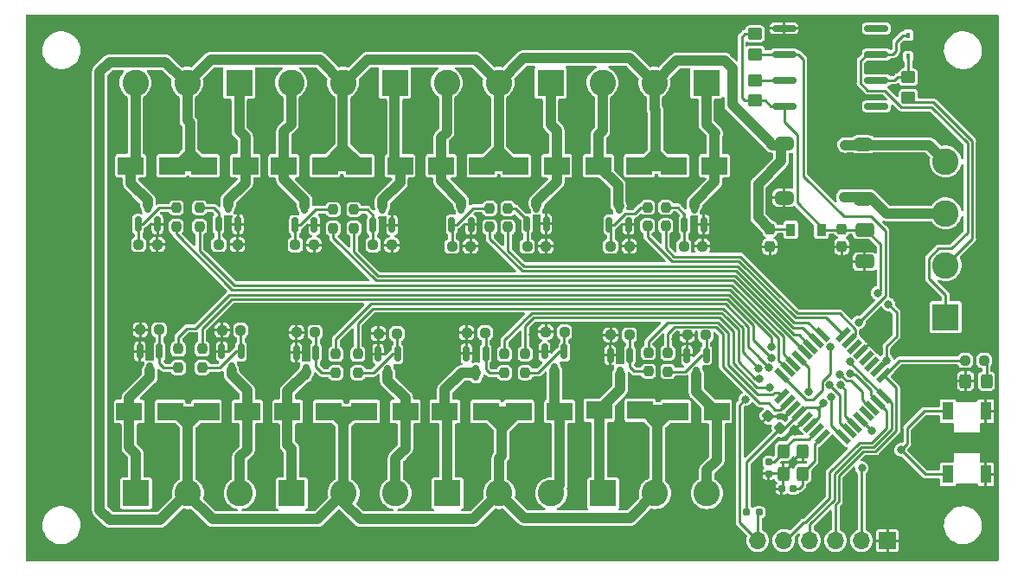
<source format=gbr>
%TF.GenerationSoftware,KiCad,Pcbnew,7.0.7*%
%TF.CreationDate,2023-08-28T09:58:40+02:00*%
%TF.ProjectId,solenoidDecoder,736f6c65-6e6f-4696-9444-65636f646572,rev?*%
%TF.SameCoordinates,Original*%
%TF.FileFunction,Copper,L1,Top*%
%TF.FilePolarity,Positive*%
%FSLAX46Y46*%
G04 Gerber Fmt 4.6, Leading zero omitted, Abs format (unit mm)*
G04 Created by KiCad (PCBNEW 7.0.7) date 2023-08-28 09:58:40*
%MOMM*%
%LPD*%
G01*
G04 APERTURE LIST*
G04 Aperture macros list*
%AMRoundRect*
0 Rectangle with rounded corners*
0 $1 Rounding radius*
0 $2 $3 $4 $5 $6 $7 $8 $9 X,Y pos of 4 corners*
0 Add a 4 corners polygon primitive as box body*
4,1,4,$2,$3,$4,$5,$6,$7,$8,$9,$2,$3,0*
0 Add four circle primitives for the rounded corners*
1,1,$1+$1,$2,$3*
1,1,$1+$1,$4,$5*
1,1,$1+$1,$6,$7*
1,1,$1+$1,$8,$9*
0 Add four rect primitives between the rounded corners*
20,1,$1+$1,$2,$3,$4,$5,0*
20,1,$1+$1,$4,$5,$6,$7,0*
20,1,$1+$1,$6,$7,$8,$9,0*
20,1,$1+$1,$8,$9,$2,$3,0*%
%AMRotRect*
0 Rectangle, with rotation*
0 The origin of the aperture is its center*
0 $1 length*
0 $2 width*
0 $3 Rotation angle, in degrees counterclockwise*
0 Add horizontal line*
21,1,$1,$2,0,0,$3*%
%AMFreePoly0*
4,1,9,3.862500,-0.866500,0.737500,-0.866500,0.737500,-0.450000,-0.737500,-0.450000,-0.737500,0.450000,0.737500,0.450000,0.737500,0.866500,3.862500,0.866500,3.862500,-0.866500,3.862500,-0.866500,$1*%
G04 Aperture macros list end*
%TA.AperFunction,SMDPad,CuDef*%
%ADD10RoundRect,0.237500X-0.237500X0.250000X-0.237500X-0.250000X0.237500X-0.250000X0.237500X0.250000X0*%
%TD*%
%TA.AperFunction,SMDPad,CuDef*%
%ADD11R,0.900000X1.300000*%
%TD*%
%TA.AperFunction,SMDPad,CuDef*%
%ADD12FreePoly0,270.000000*%
%TD*%
%TA.AperFunction,SMDPad,CuDef*%
%ADD13RoundRect,0.150000X0.150000X-0.587500X0.150000X0.587500X-0.150000X0.587500X-0.150000X-0.587500X0*%
%TD*%
%TA.AperFunction,SMDPad,CuDef*%
%ADD14RoundRect,0.237500X-0.250000X-0.237500X0.250000X-0.237500X0.250000X0.237500X-0.250000X0.237500X0*%
%TD*%
%TA.AperFunction,SMDPad,CuDef*%
%ADD15RoundRect,0.237500X0.250000X0.237500X-0.250000X0.237500X-0.250000X-0.237500X0.250000X-0.237500X0*%
%TD*%
%TA.AperFunction,SMDPad,CuDef*%
%ADD16R,2.500000X1.800000*%
%TD*%
%TA.AperFunction,SMDPad,CuDef*%
%ADD17RoundRect,0.237500X-0.237500X0.300000X-0.237500X-0.300000X0.237500X-0.300000X0.237500X0.300000X0*%
%TD*%
%TA.AperFunction,SMDPad,CuDef*%
%ADD18RoundRect,0.250000X-0.450000X0.350000X-0.450000X-0.350000X0.450000X-0.350000X0.450000X0.350000X0*%
%TD*%
%TA.AperFunction,SMDPad,CuDef*%
%ADD19RoundRect,0.150000X-0.150000X0.587500X-0.150000X-0.587500X0.150000X-0.587500X0.150000X0.587500X0*%
%TD*%
%TA.AperFunction,SMDPad,CuDef*%
%ADD20RoundRect,0.237500X0.237500X-0.250000X0.237500X0.250000X-0.237500X0.250000X-0.237500X-0.250000X0*%
%TD*%
%TA.AperFunction,ComponentPad*%
%ADD21R,2.600000X2.600000*%
%TD*%
%TA.AperFunction,ComponentPad*%
%ADD22C,2.600000*%
%TD*%
%TA.AperFunction,SMDPad,CuDef*%
%ADD23R,0.450000X0.600000*%
%TD*%
%TA.AperFunction,SMDPad,CuDef*%
%ADD24RoundRect,0.250000X-0.650000X0.412500X-0.650000X-0.412500X0.650000X-0.412500X0.650000X0.412500X0*%
%TD*%
%TA.AperFunction,SMDPad,CuDef*%
%ADD25RoundRect,0.160000X-0.197500X-0.160000X0.197500X-0.160000X0.197500X0.160000X-0.197500X0.160000X0*%
%TD*%
%TA.AperFunction,SMDPad,CuDef*%
%ADD26RoundRect,0.250000X0.450000X-0.350000X0.450000X0.350000X-0.450000X0.350000X-0.450000X-0.350000X0*%
%TD*%
%TA.AperFunction,SMDPad,CuDef*%
%ADD27RoundRect,0.318750X-0.581250X-0.318750X0.581250X-0.318750X0.581250X0.318750X-0.581250X0.318750X0*%
%TD*%
%TA.AperFunction,SMDPad,CuDef*%
%ADD28RoundRect,0.237500X-0.380070X0.044194X0.044194X-0.380070X0.380070X-0.044194X-0.044194X0.380070X0*%
%TD*%
%TA.AperFunction,ComponentPad*%
%ADD29R,1.700000X1.700000*%
%TD*%
%TA.AperFunction,ComponentPad*%
%ADD30O,1.700000X1.700000*%
%TD*%
%TA.AperFunction,SMDPad,CuDef*%
%ADD31RoundRect,0.300000X-0.300000X0.400000X-0.300000X-0.400000X0.300000X-0.400000X0.300000X0.400000X0*%
%TD*%
%TA.AperFunction,SMDPad,CuDef*%
%ADD32RoundRect,0.155000X0.155000X-0.212500X0.155000X0.212500X-0.155000X0.212500X-0.155000X-0.212500X0*%
%TD*%
%TA.AperFunction,SMDPad,CuDef*%
%ADD33RoundRect,0.162500X1.012500X0.162500X-1.012500X0.162500X-1.012500X-0.162500X1.012500X-0.162500X0*%
%TD*%
%TA.AperFunction,SMDPad,CuDef*%
%ADD34R,1.100000X1.800000*%
%TD*%
%TA.AperFunction,SMDPad,CuDef*%
%ADD35RoundRect,0.155000X-0.212500X-0.155000X0.212500X-0.155000X0.212500X0.155000X-0.212500X0.155000X0*%
%TD*%
%TA.AperFunction,SMDPad,CuDef*%
%ADD36RoundRect,0.250000X-0.325000X-0.450000X0.325000X-0.450000X0.325000X0.450000X-0.325000X0.450000X0*%
%TD*%
%TA.AperFunction,SMDPad,CuDef*%
%ADD37RotRect,1.600000X0.550000X45.000000*%
%TD*%
%TA.AperFunction,SMDPad,CuDef*%
%ADD38RotRect,1.600000X0.550000X135.000000*%
%TD*%
%TA.AperFunction,ViaPad*%
%ADD39C,0.800000*%
%TD*%
%TA.AperFunction,Conductor*%
%ADD40C,0.250000*%
%TD*%
%TA.AperFunction,Conductor*%
%ADD41C,1.000000*%
%TD*%
G04 APERTURE END LIST*
D10*
%TO.P,R42,1*%
%TO.N,/uController/GPIO7*%
X69032700Y-69243800D03*
%TO.P,R42,2*%
%TO.N,Net-(Q42-G)*%
X69032700Y-71068800D03*
%TD*%
D11*
%TO.P,U401,1,OUT*%
%TO.N,+5V*%
X129643000Y-57570500D03*
D12*
%TO.P,U401,2,GND*%
%TO.N,GND*%
X128143000Y-57658000D03*
D11*
%TO.P,U401,3,IN*%
%TO.N,/POWER/Vcoils*%
X126643000Y-57570500D03*
%TD*%
D13*
%TO.P,Q81,1,G*%
%TO.N,Net-(Q81-G)*%
X116239000Y-57071500D03*
%TO.P,Q81,2,S*%
%TO.N,GND*%
X118139000Y-57071500D03*
%TO.P,Q81,3,D*%
%TO.N,Net-(D81-A)*%
X117189000Y-55196500D03*
%TD*%
D14*
%TO.P,R23,1*%
%TO.N,GND*%
X94917200Y-67639800D03*
%TO.P,R23,2*%
%TO.N,Net-(Q21-G)*%
X96742200Y-67639800D03*
%TD*%
%TO.P,R24,1*%
%TO.N,GND*%
X102664200Y-67592800D03*
%TO.P,R24,2*%
%TO.N,Net-(Q22-G)*%
X104489200Y-67592800D03*
%TD*%
D13*
%TO.P,Q61,1,G*%
%TO.N,Net-(Q61-G)*%
X85728000Y-57120000D03*
%TO.P,Q61,2,S*%
%TO.N,GND*%
X87628000Y-57120000D03*
%TO.P,Q61,3,D*%
%TO.N,Net-(D61-A)*%
X86678000Y-55245000D03*
%TD*%
D15*
%TO.P,R53,1*%
%TO.N,GND*%
X72479500Y-59006500D03*
%TO.P,R53,2*%
%TO.N,Net-(Q51-G)*%
X70654500Y-59006500D03*
%TD*%
D16*
%TO.P,D41,1,K*%
%TO.N,/POWER/Vcoils*%
X65889700Y-75363300D03*
%TO.P,D41,2,A*%
%TO.N,Net-(D41-A)*%
X61889700Y-75363300D03*
%TD*%
D10*
%TO.P,R31,1*%
%TO.N,/uController/GPIO6*%
X82113700Y-69751800D03*
%TO.P,R31,2*%
%TO.N,Net-(Q31-G)*%
X82113700Y-71576800D03*
%TD*%
D16*
%TO.P,D32,1,K*%
%TO.N,/POWER/Vcoils*%
X84907700Y-75363300D03*
%TO.P,D32,2,A*%
%TO.N,Net-(D32-A)*%
X88907700Y-75363300D03*
%TD*%
D14*
%TO.P,R14,1*%
%TO.N,GND*%
X116507200Y-67870300D03*
%TO.P,R14,2*%
%TO.N,Net-(Q12-G)*%
X118332200Y-67870300D03*
%TD*%
D13*
%TO.P,Q51,1,G*%
%TO.N,Net-(Q51-G)*%
X70617000Y-57023000D03*
%TO.P,Q51,2,S*%
%TO.N,GND*%
X72517000Y-57023000D03*
%TO.P,Q51,3,D*%
%TO.N,Net-(D51-A)*%
X71567000Y-55148000D03*
%TD*%
D17*
%TO.P,C401,1*%
%TO.N,/POWER/Vcoils*%
X124595000Y-57499000D03*
%TO.P,C401,2*%
%TO.N,GND*%
X124595000Y-59224000D03*
%TD*%
D18*
%TO.P,R4,1*%
%TO.N,+5V*%
X123143000Y-38386000D03*
%TO.P,R4,2*%
%TO.N,/DCC/DCC_TTL*%
X123143000Y-40386000D03*
%TD*%
D16*
%TO.P,D62,1,K*%
%TO.N,/POWER/Vcoils*%
X81026000Y-51308000D03*
%TO.P,D62,2,A*%
%TO.N,Net-(D62-A)*%
X77026000Y-51308000D03*
%TD*%
%TO.P,D22,1,K*%
%TO.N,/POWER/Vcoils*%
X100020700Y-75363300D03*
%TO.P,D22,2,A*%
%TO.N,Net-(D22-A)*%
X104020700Y-75363300D03*
%TD*%
D19*
%TO.P,Q41,1,G*%
%TO.N,Net-(Q41-G)*%
X64839700Y-69472800D03*
%TO.P,Q41,2,S*%
%TO.N,GND*%
X62939700Y-69472800D03*
%TO.P,Q41,3,D*%
%TO.N,Net-(D41-A)*%
X63889700Y-71347800D03*
%TD*%
D20*
%TO.P,R61,1*%
%TO.N,/uController/GPIO12*%
X83884000Y-57427500D03*
%TO.P,R61,2*%
%TO.N,Net-(Q61-G)*%
X83884000Y-55602500D03*
%TD*%
%TO.P,R62,1*%
%TO.N,/uController/GPIO11*%
X81852000Y-57427500D03*
%TO.P,R62,2*%
%TO.N,Net-(Q62-G)*%
X81852000Y-55602500D03*
%TD*%
D21*
%TO.P,J62,1,Pin_1*%
%TO.N,/DCC/DCC_B*%
X141805000Y-66120000D03*
D22*
%TO.P,J62,2,Pin_2*%
%TO.N,/DCC/DCC_A*%
X141805000Y-61040000D03*
%TO.P,J62,3,Pin_3*%
%TO.N,/POWER/Vin2*%
X141805000Y-55960000D03*
%TO.P,J62,4,Pin_4*%
%TO.N,/POWER/Vin1*%
X141805000Y-50880000D03*
%TD*%
D13*
%TO.P,Q52,1,G*%
%TO.N,Net-(Q52-G)*%
X62743000Y-57023000D03*
%TO.P,Q52,2,S*%
%TO.N,GND*%
X64643000Y-57023000D03*
%TO.P,Q52,3,D*%
%TO.N,Net-(D52-A)*%
X63693000Y-55148000D03*
%TD*%
D19*
%TO.P,Q21,1,G*%
%TO.N,Net-(Q21-G)*%
X96779700Y-69701800D03*
%TO.P,Q21,2,S*%
%TO.N,GND*%
X94879700Y-69701800D03*
%TO.P,Q21,3,D*%
%TO.N,Net-(D21-A)*%
X95829700Y-71576800D03*
%TD*%
D10*
%TO.P,R41,1*%
%TO.N,/uController/GPIO8*%
X66683700Y-69243800D03*
%TO.P,R41,2*%
%TO.N,Net-(Q41-G)*%
X66683700Y-71068800D03*
%TD*%
D21*
%TO.P,J41,1,Pin_1*%
%TO.N,Net-(D41-A)*%
X62555700Y-83364300D03*
D22*
%TO.P,J41,2,Pin_2*%
%TO.N,/POWER/Vcoils*%
X67635700Y-83364300D03*
%TO.P,J41,3,Pin_3*%
%TO.N,Net-(D42-A)*%
X72715700Y-83364300D03*
%TD*%
D15*
%TO.P,R73,1*%
%TO.N,GND*%
X102671500Y-59182000D03*
%TO.P,R73,2*%
%TO.N,Net-(Q71-G)*%
X100846500Y-59182000D03*
%TD*%
D23*
%TO.P,D1,1,K*%
%TO.N,Net-(D1-K)*%
X138143000Y-40611500D03*
%TO.P,D1,2,A*%
%TO.N,/DCC/DCC_B*%
X138143000Y-38511500D03*
%TD*%
D13*
%TO.P,Q82,1,G*%
%TO.N,Net-(Q82-G)*%
X108873000Y-57071500D03*
%TO.P,Q82,2,S*%
%TO.N,GND*%
X110773000Y-57071500D03*
%TO.P,Q82,3,D*%
%TO.N,Net-(D82-A)*%
X109823000Y-55196500D03*
%TD*%
D19*
%TO.P,Q11,1,G*%
%TO.N,Net-(Q11-G)*%
X110876700Y-69853800D03*
%TO.P,Q11,2,S*%
%TO.N,GND*%
X108976700Y-69853800D03*
%TO.P,Q11,3,D*%
%TO.N,Net-(D11-A)*%
X109926700Y-71728800D03*
%TD*%
D16*
%TO.P,D81,1,K*%
%TO.N,/POWER/Vcoils*%
X115189000Y-51308000D03*
%TO.P,D81,2,A*%
%TO.N,Net-(D81-A)*%
X119189000Y-51308000D03*
%TD*%
D24*
%TO.P,C403,1*%
%TO.N,+5V*%
X133866000Y-57561000D03*
%TO.P,C403,2*%
%TO.N,GND*%
X133866000Y-60686000D03*
%TD*%
D14*
%TO.P,R43,1*%
%TO.N,GND*%
X62977200Y-67362300D03*
%TO.P,R43,2*%
%TO.N,Net-(Q41-G)*%
X64802200Y-67362300D03*
%TD*%
D10*
%TO.P,R21,1*%
%TO.N,/uController/GPIO4*%
X98623700Y-69751800D03*
%TO.P,R21,2*%
%TO.N,Net-(Q21-G)*%
X98623700Y-71576800D03*
%TD*%
D20*
%TO.P,R82,1*%
%TO.N,/uController/GPIO15*%
X112617000Y-57197000D03*
%TO.P,R82,2*%
%TO.N,Net-(Q82-G)*%
X112617000Y-55372000D03*
%TD*%
D16*
%TO.P,D51,1,K*%
%TO.N,/POWER/Vcoils*%
X69247000Y-51308000D03*
%TO.P,D51,2,A*%
%TO.N,Net-(D51-A)*%
X73247000Y-51308000D03*
%TD*%
D25*
%TO.P,R2,1*%
%TO.N,+5V*%
X122338500Y-85217000D03*
%TO.P,R2,2*%
%TO.N,/uController/RESET*%
X123533500Y-85217000D03*
%TD*%
D19*
%TO.P,Q42,1,G*%
%TO.N,Net-(Q42-G)*%
X72837700Y-69472800D03*
%TO.P,Q42,2,S*%
%TO.N,GND*%
X70937700Y-69472800D03*
%TO.P,Q42,3,D*%
%TO.N,Net-(D42-A)*%
X71887700Y-71347800D03*
%TD*%
D26*
%TO.P,R3,1*%
%TO.N,+5V*%
X123143000Y-44926000D03*
%TO.P,R3,2*%
%TO.N,Net-(U3-EN)*%
X123143000Y-42926000D03*
%TD*%
D19*
%TO.P,Q31,1,G*%
%TO.N,Net-(Q31-G)*%
X80142700Y-69599800D03*
%TO.P,Q31,2,S*%
%TO.N,GND*%
X78242700Y-69599800D03*
%TO.P,Q31,3,D*%
%TO.N,Net-(D31-A)*%
X79192700Y-71474800D03*
%TD*%
D27*
%TO.P,D2,1,+*%
%TO.N,/POWER/Vcoils*%
X126021000Y-49153500D03*
%TO.P,D2,2,-*%
%TO.N,GND*%
X126021000Y-54453500D03*
%TO.P,D2,3*%
%TO.N,/POWER/Vin2*%
X133721000Y-54516000D03*
%TO.P,D2,4*%
%TO.N,/POWER/Vin1*%
X133721000Y-49216000D03*
%TD*%
D19*
%TO.P,Q12,1,G*%
%TO.N,Net-(Q12-G)*%
X118369700Y-69853800D03*
%TO.P,Q12,2,S*%
%TO.N,GND*%
X116469700Y-69853800D03*
%TO.P,Q12,3,D*%
%TO.N,Net-(D12-A)*%
X117419700Y-71728800D03*
%TD*%
D28*
%TO.P,C3,1*%
%TO.N,GND*%
X124422479Y-75797120D03*
%TO.P,C3,2*%
%TO.N,+5V*%
X125642239Y-77016880D03*
%TD*%
D14*
%TO.P,R6,1*%
%TO.N,/uController/LED*%
X143740500Y-70358000D03*
%TO.P,R6,2*%
%TO.N,Net-(D4-A)*%
X145565500Y-70358000D03*
%TD*%
D29*
%TO.P,J3,1,Pin_1*%
%TO.N,GND*%
X136120000Y-88000000D03*
D30*
%TO.P,J3,2,Pin_2*%
%TO.N,+5V*%
X133580000Y-88000000D03*
%TO.P,J3,3,Pin_3*%
%TO.N,/uController/LED*%
X131040000Y-88000000D03*
%TO.P,J3,4,Pin_4*%
%TO.N,/uController/GPIO8*%
X128500000Y-88000000D03*
%TO.P,J3,5,Pin_5*%
%TO.N,/uController/GPIO7*%
X125960000Y-88000000D03*
%TO.P,J3,6,Pin_6*%
%TO.N,/uController/RESET*%
X123420000Y-88000000D03*
%TD*%
D13*
%TO.P,Q71,1,G*%
%TO.N,Net-(Q71-G)*%
X100809000Y-56993000D03*
%TO.P,Q71,2,S*%
%TO.N,GND*%
X102709000Y-56993000D03*
%TO.P,Q71,3,D*%
%TO.N,Net-(D71-A)*%
X101759000Y-55118000D03*
%TD*%
D31*
%TO.P,Y1,1,1*%
%TO.N,/uController/X1*%
X125923000Y-79244000D03*
%TO.P,Y1,2,GND*%
%TO.N,GND*%
X125923000Y-81444000D03*
%TO.P,Y1,3,3*%
%TO.N,/uController/X2*%
X127823000Y-81444000D03*
%TO.P,Y1,4,GND*%
%TO.N,GND*%
X127823000Y-79244000D03*
%TD*%
D32*
%TO.P,C1,1*%
%TO.N,GND*%
X124492359Y-81453500D03*
%TO.P,C1,2*%
%TO.N,/uController/X1*%
X124492359Y-80318500D03*
%TD*%
D20*
%TO.P,R72,1*%
%TO.N,/uController/GPIO13*%
X97187000Y-57300500D03*
%TO.P,R72,2*%
%TO.N,Net-(Q72-G)*%
X97187000Y-55475500D03*
%TD*%
D14*
%TO.P,R33,1*%
%TO.N,GND*%
X78256700Y-67616300D03*
%TO.P,R33,2*%
%TO.N,Net-(Q31-G)*%
X80081700Y-67616300D03*
%TD*%
D15*
%TO.P,R83,1*%
%TO.N,GND*%
X117998000Y-59182000D03*
%TO.P,R83,2*%
%TO.N,Net-(Q81-G)*%
X116173000Y-59182000D03*
%TD*%
D20*
%TO.P,R51,1*%
%TO.N,/uController/GPIO10*%
X68773000Y-57252000D03*
%TO.P,R51,2*%
%TO.N,Net-(Q51-G)*%
X68773000Y-55427000D03*
%TD*%
D16*
%TO.P,D12,1,K*%
%TO.N,/POWER/Vcoils*%
X115387700Y-75363300D03*
%TO.P,D12,2,A*%
%TO.N,Net-(D12-A)*%
X119387700Y-75363300D03*
%TD*%
D33*
%TO.P,U3,1,NC*%
%TO.N,unconnected-(U3-NC-Pad1)*%
X135034000Y-45466000D03*
%TO.P,U3,2,A*%
%TO.N,Net-(D1-K)*%
X135034000Y-42926000D03*
%TO.P,U3,3,C*%
%TO.N,/DCC/DCC_B*%
X135034000Y-40386000D03*
%TO.P,U3,4*%
%TO.N,N/C*%
X135034000Y-37846000D03*
%TO.P,U3,5,GND*%
%TO.N,GND*%
X125984000Y-37846000D03*
%TO.P,U3,6,VO*%
%TO.N,/DCC/DCC_TTL*%
X125984000Y-40386000D03*
%TO.P,U3,7,EN*%
%TO.N,Net-(U3-EN)*%
X125984000Y-42926000D03*
%TO.P,U3,8,VCC*%
%TO.N,+5V*%
X125984000Y-45466000D03*
%TD*%
D34*
%TO.P,SW1,1,A*%
%TO.N,Net-(SW1-A)*%
X142041000Y-81511000D03*
X142041000Y-75311000D03*
%TO.P,SW1,2,B*%
%TO.N,GND*%
X145741000Y-81511000D03*
X145741000Y-75311000D03*
%TD*%
D21*
%TO.P,J81,1,Pin_1*%
%TO.N,Net-(D81-A)*%
X118369000Y-43180000D03*
D22*
%TO.P,J81,2,Pin_2*%
%TO.N,/POWER/Vcoils*%
X113289000Y-43180000D03*
%TO.P,J81,3,Pin_3*%
%TO.N,Net-(D82-A)*%
X108209000Y-43180000D03*
%TD*%
D17*
%TO.P,C402,1*%
%TO.N,+5V*%
X131643000Y-57499000D03*
%TO.P,C402,2*%
%TO.N,GND*%
X131643000Y-59224000D03*
%TD*%
D19*
%TO.P,Q22,1,G*%
%TO.N,Net-(Q22-G)*%
X104460700Y-69497800D03*
%TO.P,Q22,2,S*%
%TO.N,GND*%
X102560700Y-69497800D03*
%TO.P,Q22,3,D*%
%TO.N,Net-(D22-A)*%
X103510700Y-71372800D03*
%TD*%
D20*
%TO.P,R81,1*%
%TO.N,/uController/GPIO16*%
X114395000Y-57197000D03*
%TO.P,R81,2*%
%TO.N,Net-(Q81-G)*%
X114395000Y-55372000D03*
%TD*%
D10*
%TO.P,R12,1*%
%TO.N,/uController/GPIO1*%
X114625700Y-69624800D03*
%TO.P,R12,2*%
%TO.N,Net-(Q12-G)*%
X114625700Y-71449800D03*
%TD*%
D35*
%TO.P,C2,1*%
%TO.N,GND*%
X125762359Y-82918000D03*
%TO.P,C2,2*%
%TO.N,/uController/X2*%
X126897359Y-82918000D03*
%TD*%
D14*
%TO.P,R13,1*%
%TO.N,GND*%
X109014200Y-67870300D03*
%TO.P,R13,2*%
%TO.N,Net-(Q11-G)*%
X110839200Y-67870300D03*
%TD*%
D21*
%TO.P,J61,1,Pin_1*%
%TO.N,Net-(D61-A)*%
X87884000Y-43180000D03*
D22*
%TO.P,J61,2,Pin_2*%
%TO.N,/POWER/Vcoils*%
X82804000Y-43180000D03*
%TO.P,J61,3,Pin_3*%
%TO.N,Net-(D62-A)*%
X77724000Y-43180000D03*
%TD*%
D16*
%TO.P,D31,1,K*%
%TO.N,/POWER/Vcoils*%
X81382700Y-75363300D03*
%TO.P,D31,2,A*%
%TO.N,Net-(D31-A)*%
X77382700Y-75363300D03*
%TD*%
%TO.P,D11,1,K*%
%TO.N,/POWER/Vcoils*%
X111894700Y-75236300D03*
%TO.P,D11,2,A*%
%TO.N,Net-(D11-A)*%
X107894700Y-75236300D03*
%TD*%
D15*
%TO.P,R84,1*%
%TO.N,GND*%
X110839000Y-59182000D03*
%TO.P,R84,2*%
%TO.N,Net-(Q82-G)*%
X109014000Y-59182000D03*
%TD*%
D16*
%TO.P,D72,1,K*%
%TO.N,/POWER/Vcoils*%
X96425000Y-51308000D03*
%TO.P,D72,2,A*%
%TO.N,Net-(D72-A)*%
X92425000Y-51308000D03*
%TD*%
D20*
%TO.P,R71,1*%
%TO.N,/uController/GPIO14*%
X98965000Y-57300500D03*
%TO.P,R71,2*%
%TO.N,Net-(Q71-G)*%
X98965000Y-55475500D03*
%TD*%
D15*
%TO.P,R74,1*%
%TO.N,GND*%
X95305500Y-59182000D03*
%TO.P,R74,2*%
%TO.N,Net-(Q72-G)*%
X93480500Y-59182000D03*
%TD*%
D10*
%TO.P,R32,1*%
%TO.N,/uController/GPIO5*%
X84272700Y-69751800D03*
%TO.P,R32,2*%
%TO.N,Net-(Q32-G)*%
X84272700Y-71576800D03*
%TD*%
D16*
%TO.P,D42,1,K*%
%TO.N,/POWER/Vcoils*%
X69445700Y-75363300D03*
%TO.P,D42,2,A*%
%TO.N,Net-(D42-A)*%
X73445700Y-75363300D03*
%TD*%
D21*
%TO.P,J51,1,Pin_1*%
%TO.N,Net-(D51-A)*%
X72644000Y-43180000D03*
D22*
%TO.P,J51,2,Pin_2*%
%TO.N,/POWER/Vcoils*%
X67564000Y-43180000D03*
%TO.P,J51,3,Pin_3*%
%TO.N,Net-(D52-A)*%
X62484000Y-43180000D03*
%TD*%
D14*
%TO.P,R34,1*%
%TO.N,GND*%
X86281200Y-67743300D03*
%TO.P,R34,2*%
%TO.N,Net-(Q32-G)*%
X88106200Y-67743300D03*
%TD*%
D15*
%TO.P,R54,1*%
%TO.N,GND*%
X64629000Y-59006500D03*
%TO.P,R54,2*%
%TO.N,Net-(Q52-G)*%
X62804000Y-59006500D03*
%TD*%
D21*
%TO.P,J31,1,Pin_1*%
%TO.N,Net-(D31-A)*%
X77795700Y-83363000D03*
D22*
%TO.P,J31,2,Pin_2*%
%TO.N,/POWER/Vcoils*%
X82875700Y-83363000D03*
%TO.P,J31,3,Pin_3*%
%TO.N,Net-(D32-A)*%
X87955700Y-83363000D03*
%TD*%
D16*
%TO.P,D21,1,K*%
%TO.N,/POWER/Vcoils*%
X96781700Y-75363300D03*
%TO.P,D21,2,A*%
%TO.N,Net-(D21-A)*%
X92781700Y-75363300D03*
%TD*%
%TO.P,D82,1,K*%
%TO.N,/POWER/Vcoils*%
X111823000Y-51308000D03*
%TO.P,D82,2,A*%
%TO.N,Net-(D82-A)*%
X107823000Y-51308000D03*
%TD*%
D21*
%TO.P,J21,1,Pin_1*%
%TO.N,Net-(D21-A)*%
X93035700Y-83364300D03*
D22*
%TO.P,J21,2,Pin_2*%
%TO.N,/POWER/Vcoils*%
X98115700Y-83364300D03*
%TO.P,J21,3,Pin_3*%
%TO.N,Net-(D22-A)*%
X103195700Y-83364300D03*
%TD*%
D16*
%TO.P,D61,1,K*%
%TO.N,/POWER/Vcoils*%
X84392000Y-51308000D03*
%TO.P,D61,2,A*%
%TO.N,Net-(D61-A)*%
X88392000Y-51308000D03*
%TD*%
%TO.P,D52,1,K*%
%TO.N,/POWER/Vcoils*%
X66040000Y-51308000D03*
%TO.P,D52,2,A*%
%TO.N,Net-(D52-A)*%
X62040000Y-51308000D03*
%TD*%
D15*
%TO.P,R64,1*%
%TO.N,GND*%
X79970500Y-59055000D03*
%TO.P,R64,2*%
%TO.N,Net-(Q62-G)*%
X78145500Y-59055000D03*
%TD*%
D10*
%TO.P,R22,1*%
%TO.N,/uController/GPIO3*%
X100655700Y-69728300D03*
%TO.P,R22,2*%
%TO.N,Net-(Q22-G)*%
X100655700Y-71553300D03*
%TD*%
D15*
%TO.P,R63,1*%
%TO.N,GND*%
X87590500Y-59055000D03*
%TO.P,R63,2*%
%TO.N,Net-(Q61-G)*%
X85765500Y-59055000D03*
%TD*%
D36*
%TO.P,D4,1,K*%
%TO.N,GND*%
X143755000Y-72390000D03*
%TO.P,D4,2,A*%
%TO.N,Net-(D4-A)*%
X145805000Y-72390000D03*
%TD*%
D21*
%TO.P,J71,1,Pin_1*%
%TO.N,Net-(D71-A)*%
X103124000Y-43180000D03*
D22*
%TO.P,J71,2,Pin_2*%
%TO.N,/POWER/Vcoils*%
X98044000Y-43180000D03*
%TO.P,J71,3,Pin_3*%
%TO.N,Net-(D72-A)*%
X92964000Y-43180000D03*
%TD*%
D16*
%TO.P,D71,1,K*%
%TO.N,/POWER/Vcoils*%
X99727000Y-51308000D03*
%TO.P,D71,2,A*%
%TO.N,Net-(D71-A)*%
X103727000Y-51308000D03*
%TD*%
D26*
%TO.P,R5,1*%
%TO.N,/DCC/DCC_A*%
X138143000Y-44625500D03*
%TO.P,R5,2*%
%TO.N,Net-(D1-K)*%
X138143000Y-42625500D03*
%TD*%
D14*
%TO.P,R44,1*%
%TO.N,GND*%
X70975200Y-67410800D03*
%TO.P,R44,2*%
%TO.N,Net-(Q42-G)*%
X72800200Y-67410800D03*
%TD*%
D21*
%TO.P,J11,1,Pin_1*%
%TO.N,Net-(D11-A)*%
X108275700Y-83364300D03*
D22*
%TO.P,J11,2,Pin_2*%
%TO.N,/POWER/Vcoils*%
X113355700Y-83364300D03*
%TO.P,J11,3,Pin_3*%
%TO.N,Net-(D12-A)*%
X118435700Y-83364300D03*
%TD*%
D19*
%TO.P,Q32,1,G*%
%TO.N,Net-(Q32-G)*%
X88143700Y-69726800D03*
%TO.P,Q32,2,S*%
%TO.N,GND*%
X86243700Y-69726800D03*
%TO.P,Q32,3,D*%
%TO.N,Net-(D32-A)*%
X87193700Y-71601800D03*
%TD*%
D10*
%TO.P,R11,1*%
%TO.N,/uController/GPIO2*%
X112720700Y-69601300D03*
%TO.P,R11,2*%
%TO.N,Net-(Q11-G)*%
X112720700Y-71426300D03*
%TD*%
D13*
%TO.P,Q62,1,G*%
%TO.N,Net-(Q62-G)*%
X78108000Y-57120000D03*
%TO.P,Q62,2,S*%
%TO.N,GND*%
X80008000Y-57120000D03*
%TO.P,Q62,3,D*%
%TO.N,Net-(D62-A)*%
X79058000Y-55245000D03*
%TD*%
%TO.P,Q72,1,G*%
%TO.N,Net-(Q72-G)*%
X93443000Y-57071500D03*
%TO.P,Q72,2,S*%
%TO.N,GND*%
X95343000Y-57071500D03*
%TO.P,Q72,3,D*%
%TO.N,Net-(D72-A)*%
X94393000Y-55196500D03*
%TD*%
D20*
%TO.P,R52,1*%
%TO.N,/uController/GPIO9*%
X66487000Y-57252000D03*
%TO.P,R52,2*%
%TO.N,Net-(Q52-G)*%
X66487000Y-55427000D03*
%TD*%
D37*
%TO.P,U1,1,PD3*%
%TO.N,/uController/GPIO2*%
X125762256Y-73876305D03*
%TO.P,U1,2,PD4*%
%TO.N,/uController/GPIO1*%
X126327942Y-74441990D03*
%TO.P,U1,3,GND*%
%TO.N,GND*%
X126893627Y-75007676D03*
%TO.P,U1,4,VCC*%
%TO.N,+5V*%
X127459312Y-75573361D03*
%TO.P,U1,5,GND*%
%TO.N,GND*%
X128024998Y-76139047D03*
%TO.P,U1,6,VCC*%
%TO.N,+5V*%
X128590683Y-76704732D03*
%TO.P,U1,7,XTAL1/PB6*%
%TO.N,/uController/X1*%
X129156369Y-77270417D03*
%TO.P,U1,8,XTAL2/PB7*%
%TO.N,/uController/X2*%
X129722054Y-77836103D03*
D38*
%TO.P,U1,9,PD5*%
%TO.N,/uController/GPIO3*%
X131772664Y-77836103D03*
%TO.P,U1,10,PD6*%
%TO.N,/uController/GPIO4*%
X132338349Y-77270417D03*
%TO.P,U1,11,PD7*%
%TO.N,/uController/GPIO5*%
X132904035Y-76704732D03*
%TO.P,U1,12,PB0*%
%TO.N,Net-(SW1-A)*%
X133469720Y-76139047D03*
%TO.P,U1,13,PB1*%
%TO.N,unconnected-(U1-PB1-Pad13)*%
X134035406Y-75573361D03*
%TO.P,U1,14,PB2*%
%TO.N,/uController/GPIO6*%
X134601091Y-75007676D03*
%TO.P,U1,15,PB3*%
%TO.N,/uController/GPIO7*%
X135166776Y-74441990D03*
%TO.P,U1,16,PB4*%
%TO.N,/uController/GPIO8*%
X135732462Y-73876305D03*
D37*
%TO.P,U1,17,PB5*%
%TO.N,/uController/LED*%
X135732462Y-71825695D03*
%TO.P,U1,18,AVCC*%
%TO.N,+5V*%
X135166776Y-71260010D03*
%TO.P,U1,19,ADC6*%
%TO.N,unconnected-(U1-ADC6-Pad19)*%
X134601091Y-70694324D03*
%TO.P,U1,20,AREF*%
%TO.N,unconnected-(U1-AREF-Pad20)*%
X134035406Y-70128639D03*
%TO.P,U1,21,GND*%
%TO.N,GND*%
X133469720Y-69562953D03*
%TO.P,U1,22,ADC7*%
%TO.N,unconnected-(U1-ADC7-Pad22)*%
X132904035Y-68997268D03*
%TO.P,U1,23,PC0*%
%TO.N,/uController/GPIO16*%
X132338349Y-68431583D03*
%TO.P,U1,24,PC1*%
%TO.N,/uController/GPIO15*%
X131772664Y-67865897D03*
D38*
%TO.P,U1,25,PC2*%
%TO.N,/uController/GPIO14*%
X129722054Y-67865897D03*
%TO.P,U1,26,PC3*%
%TO.N,/uController/GPIO13*%
X129156369Y-68431583D03*
%TO.P,U1,27,PC4*%
%TO.N,/uController/GPIO12*%
X128590683Y-68997268D03*
%TO.P,U1,28,PC5*%
%TO.N,/uController/GPIO11*%
X128024998Y-69562953D03*
%TO.P,U1,29,~{RESET}/PC6*%
%TO.N,/uController/RESET*%
X127459312Y-70128639D03*
%TO.P,U1,30,PD0*%
%TO.N,/uController/GPIO10*%
X126893627Y-70694324D03*
%TO.P,U1,31,PD1*%
%TO.N,/uController/GPIO9*%
X126327942Y-71260010D03*
%TO.P,U1,32,PD2*%
%TO.N,/DCC/DCC_TTL*%
X125762256Y-71825695D03*
%TD*%
D39*
%TO.N,GND*%
X98171000Y-39751000D03*
X129929000Y-59377500D03*
X83256700Y-70664300D03*
X82748700Y-86920300D03*
X71247000Y-49911000D03*
X65532000Y-77978000D03*
X76454000Y-58801000D03*
X112141000Y-59690000D03*
X74041000Y-56769000D03*
X124460000Y-79248000D03*
X110871000Y-83312000D03*
X101854000Y-78740000D03*
X97028000Y-73406000D03*
X88011000Y-61214000D03*
X139700000Y-82931000D03*
X124206000Y-37084000D03*
X141986000Y-69469000D03*
X123381359Y-81233000D03*
X70104000Y-43942000D03*
X128905000Y-83058000D03*
X139700000Y-37719000D03*
X113609700Y-70537300D03*
X121285000Y-88900000D03*
X62611000Y-65532000D03*
X145796000Y-77343000D03*
X68524700Y-87174300D03*
X134684359Y-68279000D03*
X137541000Y-85725000D03*
X78994000Y-50038000D03*
X104140000Y-58293000D03*
X107513700Y-70410300D03*
X129032000Y-64516000D03*
X74930000Y-72390000D03*
X129032000Y-62357000D03*
X137414000Y-51054000D03*
X133795359Y-64723000D03*
X145415000Y-46101000D03*
X58000000Y-89000000D03*
X142367000Y-53594000D03*
X138938000Y-71628000D03*
X80010000Y-77597000D03*
X69794700Y-67870300D03*
X86614000Y-58039000D03*
X105918000Y-72644000D03*
X145288000Y-60833000D03*
X90170000Y-43180000D03*
X126365000Y-53086000D03*
X133985000Y-62484000D03*
X127000000Y-62357000D03*
X123190000Y-50546000D03*
X76779700Y-67743300D03*
X125396000Y-39060500D03*
X61666700Y-70664300D03*
X82804000Y-56515000D03*
X86360000Y-50038000D03*
X137795000Y-65278000D03*
X145796000Y-83566000D03*
X93670700Y-70156300D03*
X101727000Y-50038000D03*
X135509000Y-82042000D03*
X127064359Y-77296000D03*
X101417700Y-67870300D03*
X119507000Y-56007000D03*
X85471000Y-83312000D03*
X73533000Y-65659000D03*
X120523000Y-81534000D03*
X101854000Y-73533000D03*
X71247000Y-76708000D03*
X105791000Y-48260000D03*
X136081359Y-66755000D03*
X132334000Y-85217000D03*
X85471000Y-43815000D03*
X145542000Y-68199000D03*
X104140000Y-56388000D03*
X105664000Y-83820000D03*
X65024000Y-83058000D03*
X97028000Y-60960000D03*
X81153000Y-58928000D03*
X85598000Y-73533000D03*
X105918000Y-77216000D03*
X87193700Y-68886300D03*
X115570000Y-39751000D03*
X73914000Y-59563000D03*
X82804000Y-39751000D03*
X89027000Y-58420000D03*
X109982000Y-58166000D03*
X124968000Y-55880000D03*
X130683000Y-46736000D03*
X130095000Y-41473500D03*
X80264000Y-83185000D03*
X119888000Y-46482000D03*
X98044000Y-56388000D03*
X145923000Y-79756000D03*
X104267000Y-60071000D03*
X63754000Y-58039000D03*
X110871000Y-78105000D03*
X132088000Y-61409500D03*
X79192700Y-68886300D03*
X70104000Y-83185000D03*
X103576700Y-68632300D03*
X93543700Y-67616300D03*
X119253000Y-58293000D03*
X116713000Y-78232000D03*
X64135000Y-50038000D03*
X113538000Y-56261000D03*
X99639700Y-70664300D03*
X142240000Y-71374000D03*
X117094000Y-58039000D03*
X85034700Y-67743300D03*
X107640700Y-67743300D03*
X57404000Y-49403000D03*
X80391000Y-43307000D03*
X100584000Y-82677000D03*
X110871000Y-43688000D03*
X94996000Y-78867000D03*
X101727000Y-58039000D03*
X115570000Y-73279000D03*
X57404000Y-43815000D03*
X65024000Y-44323000D03*
X71826700Y-68632300D03*
X94488000Y-58166000D03*
X141224000Y-43942000D03*
X69596000Y-58293000D03*
X89154000Y-56896000D03*
X94361000Y-49911000D03*
X75184000Y-43561000D03*
X74041000Y-57912000D03*
X96520000Y-59055000D03*
X57658000Y-63754000D03*
X85217000Y-78232000D03*
X77597000Y-65786000D03*
X115387700Y-68251300D03*
X124206000Y-77216000D03*
X98242700Y-87047300D03*
X125095000Y-53213000D03*
X60960000Y-80645000D03*
X132508000Y-38044500D03*
X139319000Y-79502000D03*
X134874000Y-84963000D03*
X127127000Y-56134000D03*
X122682000Y-78613000D03*
X75184000Y-49403000D03*
X78994000Y-58039000D03*
X126810359Y-80344000D03*
X111633000Y-73279000D03*
X117419700Y-68886300D03*
X139446000Y-54356000D03*
X76779700Y-70156300D03*
X116022700Y-87174300D03*
X137414000Y-69342000D03*
X60960000Y-45720000D03*
X115824000Y-83947000D03*
X105537000Y-43434000D03*
X132207000Y-82296000D03*
X67762700Y-70156300D03*
X95829700Y-68886300D03*
X119253000Y-72390000D03*
X80264000Y-73406000D03*
X72771000Y-60706000D03*
X138811000Y-74168000D03*
X90551000Y-77978000D03*
X90424000Y-83439000D03*
X65913000Y-59055000D03*
X123341000Y-58586500D03*
X139065000Y-57531000D03*
X109926700Y-68886300D03*
X126500000Y-59631500D03*
X67310000Y-39751000D03*
X95631000Y-83693000D03*
X115570000Y-43434000D03*
X57785000Y-56515000D03*
X75311000Y-83312000D03*
X136906000Y-80518000D03*
X123190000Y-75438000D03*
X57150000Y-74549000D03*
X90297000Y-71501000D03*
X90424000Y-49530000D03*
X124651359Y-82757000D03*
X141986000Y-73406000D03*
X134493000Y-52197000D03*
X129587000Y-44648500D03*
X71501000Y-57912000D03*
X120777000Y-39751000D03*
X63825700Y-68632300D03*
X75311000Y-77343000D03*
X132889000Y-44521500D03*
X65786000Y-73152000D03*
X61412700Y-68251300D03*
X139700000Y-47244000D03*
X135382000Y-80645000D03*
X65278000Y-60579000D03*
X95377000Y-43688000D03*
X130556000Y-79121000D03*
X138938000Y-89027000D03*
X133643000Y-59123500D03*
X124968000Y-85217000D03*
X135128000Y-41656000D03*
X79883000Y-61341000D03*
X100584000Y-43307000D03*
X128063000Y-37917500D03*
%TO.N,+5V*%
X136017000Y-70358000D03*
X129794000Y-74549000D03*
X136198905Y-64868321D03*
X133604000Y-80899000D03*
X135128000Y-63754000D03*
%TO.N,/uController/RESET*%
X128398767Y-73438112D03*
X122187033Y-74154967D03*
%TO.N,/DCC/DCC_TTL*%
X130534965Y-69032179D03*
X133305160Y-66621562D03*
%TO.N,Net-(SW1-A)*%
X134583336Y-77252664D03*
X137418997Y-79125997D03*
%TO.N,/POWER/Vcoils*%
X124396500Y-48831500D03*
%TO.N,/POWER/Vin1*%
X131953000Y-49276000D03*
%TO.N,/POWER/Vin2*%
X131826000Y-54356000D03*
%TO.N,/uController/GPIO6*%
X131445000Y-71717500D03*
X124520619Y-71088612D03*
%TO.N,/uController/GPIO3*%
X130605228Y-73951522D03*
X124587000Y-72988112D03*
%TO.N,/uController/GPIO8*%
X132436787Y-70509213D03*
X124747339Y-69000000D03*
%TO.N,/uController/GPIO7*%
X132463561Y-71639161D03*
X124747339Y-70115162D03*
%TO.N,/uController/GPIO5*%
X123522611Y-71143252D03*
X131495691Y-72792789D03*
%TO.N,/uController/GPIO4*%
X123530881Y-72176120D03*
X130439152Y-72760848D03*
%TD*%
D40*
%TO.N,GND*%
X126810359Y-80478000D02*
X125894359Y-81394000D01*
X125894359Y-81394000D02*
X125894359Y-82786000D01*
X126810359Y-80344000D02*
X126810359Y-80178000D01*
X125894359Y-82786000D02*
X125762359Y-82918000D01*
X126810359Y-80344000D02*
X126810359Y-80478000D01*
X126810359Y-80178000D02*
X127794359Y-79194000D01*
X126104183Y-75797120D02*
X124422479Y-75797120D01*
X126893627Y-75007676D02*
X126104183Y-75797120D01*
%TO.N,/uController/X1*%
X124492359Y-80318500D02*
X125040500Y-80318500D01*
X125894359Y-79464641D02*
X125894359Y-79084000D01*
X125040500Y-80318500D02*
X125894359Y-79464641D01*
X128368786Y-78058000D02*
X129156369Y-77270417D01*
X126920359Y-78058000D02*
X128368786Y-78058000D01*
X125894359Y-79084000D02*
X126920359Y-78058000D01*
%TO.N,/uController/X2*%
X128969359Y-78566000D02*
X128969359Y-80219000D01*
X129699256Y-77836103D02*
X128969359Y-78566000D01*
X128969359Y-80219000D02*
X127794359Y-81394000D01*
X127794359Y-82595500D02*
X127471859Y-82918000D01*
X127471859Y-82918000D02*
X126897359Y-82918000D01*
X127794359Y-81394000D02*
X127794359Y-82595500D01*
X129722054Y-77836103D02*
X129699256Y-77836103D01*
%TO.N,+5V*%
X127254000Y-48260000D02*
X127254000Y-54931500D01*
X129413000Y-75184000D02*
X129159000Y-74930000D01*
X129643000Y-57320500D02*
X129643000Y-57570500D01*
X135166776Y-71260010D02*
X135166776Y-71208224D01*
X129794000Y-74549000D02*
X129413000Y-74930000D01*
X129159000Y-74930000D02*
X129413000Y-74930000D01*
X128143000Y-74930000D02*
X128270000Y-74930000D01*
X135166776Y-71208224D02*
X136017000Y-70358000D01*
X134015000Y-57561000D02*
X133866000Y-57561000D01*
X122338500Y-85217000D02*
X122338500Y-80320619D01*
X133866000Y-57561000D02*
X134091125Y-57561000D01*
X136198905Y-64868321D02*
X137000000Y-65669416D01*
X129413000Y-74930000D02*
X129413000Y-75311000D01*
X125984000Y-45466000D02*
X125984000Y-46990000D01*
X133580000Y-80923000D02*
X133580000Y-88000000D01*
X122117500Y-44926000D02*
X121840000Y-44648500D01*
X124689500Y-45466000D02*
X124149500Y-44926000D01*
X121840000Y-44648500D02*
X121840000Y-38679500D01*
X123143000Y-38386000D02*
X122133500Y-38386000D01*
X129413000Y-75311000D02*
X129413000Y-75184000D01*
X125642239Y-77016880D02*
X126015793Y-77016880D01*
X133856500Y-57570500D02*
X129643000Y-57570500D01*
X125984000Y-45466000D02*
X124689500Y-45466000D01*
X133604000Y-80899000D02*
X133580000Y-80923000D01*
X135440000Y-63442000D02*
X135440000Y-58986000D01*
X122338500Y-80320619D02*
X125642239Y-77016880D01*
X121840000Y-38679500D02*
X122133500Y-38386000D01*
X124149500Y-44926000D02*
X123143000Y-44926000D01*
X136017000Y-68983000D02*
X136017000Y-70358000D01*
X128270000Y-74930000D02*
X129159000Y-74930000D01*
X127254000Y-54931500D02*
X129643000Y-57320500D01*
X129413000Y-75311000D02*
X129413000Y-75882415D01*
X125984000Y-46990000D02*
X127254000Y-48260000D01*
X127459312Y-75573361D02*
X127499639Y-75573361D01*
X126015793Y-77016880D02*
X127459312Y-75573361D01*
X135128000Y-63754000D02*
X135440000Y-63442000D01*
X137000000Y-65669416D02*
X137000000Y-68000000D01*
X129413000Y-75882415D02*
X128590683Y-76704732D01*
X133866000Y-57561000D02*
X133856500Y-57570500D01*
X135440000Y-58986000D02*
X134015000Y-57561000D01*
X127499639Y-75573361D02*
X128143000Y-74930000D01*
X123143000Y-44926000D02*
X122117500Y-44926000D01*
X137000000Y-68000000D02*
X136017000Y-68983000D01*
%TO.N,/DCC/DCC_B*%
X140460604Y-45593000D02*
X143949000Y-49081396D01*
X133477000Y-43233429D02*
X134185571Y-43942000D01*
X140180000Y-60366902D02*
X140180000Y-62329000D01*
X135034000Y-40386000D02*
X134112000Y-40386000D01*
X143949000Y-49081396D02*
X143949000Y-57860951D01*
X136953000Y-40076500D02*
X136643500Y-40386000D01*
X141805000Y-63954000D02*
X141805000Y-66120000D01*
X136953000Y-39187500D02*
X136953000Y-40076500D01*
X138143000Y-38511500D02*
X137629000Y-38511500D01*
X140180000Y-62329000D02*
X141805000Y-63954000D01*
X136643500Y-40386000D02*
X135034000Y-40386000D01*
X143949000Y-57860951D02*
X142394951Y-59415000D01*
X134185571Y-43942000D02*
X135846327Y-43942000D01*
X142394951Y-59415000D02*
X141131902Y-59415000D01*
X137629000Y-38511500D02*
X136953000Y-39187500D01*
X137497327Y-45593000D02*
X140460604Y-45593000D01*
X133477000Y-41021000D02*
X133477000Y-43233429D01*
X134112000Y-40386000D02*
X133477000Y-41021000D01*
X135846327Y-43942000D02*
X137497327Y-45593000D01*
X141131902Y-59415000D02*
X140180000Y-60366902D01*
%TO.N,Net-(D1-K)*%
X138143000Y-40611500D02*
X138143000Y-42625500D01*
X135034000Y-42926000D02*
X136809500Y-42926000D01*
X136809500Y-42926000D02*
X137110000Y-42625500D01*
X137110000Y-42625500D02*
X138143000Y-42625500D01*
%TO.N,/DCC/DCC_A*%
X140589000Y-45085000D02*
X144399000Y-48895000D01*
X138602500Y-45085000D02*
X140589000Y-45085000D01*
X144399000Y-58446000D02*
X141805000Y-61040000D01*
X144399000Y-48895000D02*
X144399000Y-58446000D01*
X138143000Y-44625500D02*
X138602500Y-45085000D01*
%TO.N,Net-(D4-A)*%
X145805000Y-72390000D02*
X145805000Y-70597500D01*
X145805000Y-70597500D02*
X145565500Y-70358000D01*
D41*
%TO.N,Net-(D11-A)*%
X107894700Y-75236300D02*
X107894700Y-82983300D01*
X109926700Y-71728800D02*
X109926700Y-73204300D01*
X107894700Y-82983300D02*
X108275700Y-83364300D01*
X109926700Y-73204300D02*
X107894700Y-75236300D01*
%TO.N,Net-(D12-A)*%
X119387700Y-75363300D02*
X119324700Y-75363300D01*
X117419700Y-73458300D02*
X117419700Y-71728800D01*
X119324700Y-75363300D02*
X117419700Y-73458300D01*
X118435700Y-83364300D02*
X118435700Y-81077300D01*
X119387700Y-75363300D02*
X119387700Y-80125300D01*
X118435700Y-81077300D02*
X119387700Y-80125300D01*
%TO.N,Net-(D21-A)*%
X95829700Y-71576800D02*
X94409200Y-71576800D01*
X92781700Y-73204300D02*
X92781700Y-75363300D01*
X94409200Y-71576800D02*
X92781700Y-73204300D01*
X93035700Y-75617300D02*
X92781700Y-75363300D01*
X93035700Y-83364300D02*
X93035700Y-75617300D01*
%TO.N,Net-(D22-A)*%
X104020700Y-82539300D02*
X103195700Y-83364300D01*
X104020700Y-75363300D02*
X104020700Y-82539300D01*
X103510700Y-71372800D02*
X103510700Y-74853300D01*
X103510700Y-74853300D02*
X104020700Y-75363300D01*
%TO.N,Net-(D31-A)*%
X77795700Y-83364300D02*
X77795700Y-79046300D01*
X77795700Y-79046300D02*
X77382700Y-78633300D01*
X77382700Y-78633300D02*
X77382700Y-75363300D01*
X77382700Y-73363300D02*
X77382700Y-75363300D01*
X79192700Y-71553300D02*
X77382700Y-73363300D01*
X79192700Y-71474800D02*
X79192700Y-71553300D01*
%TO.N,Net-(D32-A)*%
X87955700Y-79935300D02*
X87955700Y-83363000D01*
X88907700Y-74029300D02*
X88907700Y-75363300D01*
X88907700Y-78983300D02*
X88907700Y-75363300D01*
X88445500Y-79445500D02*
X88907700Y-78983300D01*
X87955700Y-79935300D02*
X88445500Y-79445500D01*
X87193700Y-71601800D02*
X87193700Y-72315300D01*
X87193700Y-72315300D02*
X88907700Y-74029300D01*
%TO.N,Net-(D41-A)*%
X62550700Y-79549300D02*
X61889700Y-78888300D01*
X61889700Y-73997300D02*
X61889700Y-75363300D01*
X63889700Y-71997300D02*
X61889700Y-73997300D01*
X62550700Y-83364300D02*
X62550700Y-79549300D01*
X61889700Y-78888300D02*
X61889700Y-75363300D01*
X63889700Y-71347800D02*
X63889700Y-71997300D01*
%TO.N,Net-(D42-A)*%
X73445700Y-79078300D02*
X73445700Y-75363300D01*
X71887700Y-71741300D02*
X73445700Y-73299300D01*
X72710700Y-83364300D02*
X72710700Y-79813300D01*
X73445700Y-73299300D02*
X73445700Y-75363300D01*
X71887700Y-71347800D02*
X71887700Y-71741300D01*
X72710700Y-79813300D02*
X73445700Y-79078300D01*
%TO.N,Net-(D51-A)*%
X73247000Y-52991000D02*
X73247000Y-51308000D01*
X72644000Y-47879000D02*
X73247000Y-48482000D01*
X72644000Y-43180000D02*
X72644000Y-47879000D01*
X73247000Y-48482000D02*
X73247000Y-51308000D01*
X71567000Y-54671000D02*
X73247000Y-52991000D01*
X71567000Y-55148000D02*
X71567000Y-54671000D01*
%TO.N,Net-(D52-A)*%
X62484000Y-43180000D02*
X62484000Y-50864000D01*
X62040000Y-53023000D02*
X62040000Y-51308000D01*
X63693000Y-55148000D02*
X63693000Y-54676000D01*
X63693000Y-54676000D02*
X62040000Y-53023000D01*
X62484000Y-50864000D02*
X62040000Y-51308000D01*
%TO.N,Net-(D61-A)*%
X87879000Y-43180000D02*
X87879000Y-50795000D01*
X86678000Y-54673000D02*
X88392000Y-52959000D01*
X87879000Y-50795000D02*
X88392000Y-51308000D01*
X88392000Y-52959000D02*
X88392000Y-51308000D01*
X86678000Y-55245000D02*
X86678000Y-54673000D01*
%TO.N,Net-(D62-A)*%
X77026000Y-52642000D02*
X77026000Y-51308000D01*
X79058000Y-54674000D02*
X77026000Y-52642000D01*
X77724000Y-47244000D02*
X77724000Y-43180000D01*
X79058000Y-55245000D02*
X79058000Y-54674000D01*
X77026000Y-47942000D02*
X77724000Y-47244000D01*
X77026000Y-51308000D02*
X77026000Y-47942000D01*
%TO.N,Net-(D71-A)*%
X103124000Y-47244000D02*
X103124000Y-43180000D01*
X103727000Y-47847000D02*
X103124000Y-47244000D01*
X103727000Y-51308000D02*
X103727000Y-47847000D01*
X103727000Y-52864000D02*
X103727000Y-51308000D01*
X101759000Y-54832000D02*
X103727000Y-52864000D01*
X101759000Y-55118000D02*
X101759000Y-54832000D01*
%TO.N,Net-(D72-A)*%
X92425000Y-52801000D02*
X92425000Y-51308000D01*
X94393000Y-55196500D02*
X94393000Y-54769000D01*
X92425000Y-48545000D02*
X92425000Y-51308000D01*
X94393000Y-54769000D02*
X92425000Y-52801000D01*
X92964000Y-43180000D02*
X92964000Y-48006000D01*
X92964000Y-48006000D02*
X92425000Y-48545000D01*
%TO.N,Net-(D81-A)*%
X119189000Y-48197000D02*
X119189000Y-51308000D01*
X118369000Y-43180000D02*
X118369000Y-47249000D01*
X117189000Y-54896000D02*
X119189000Y-52896000D01*
X117189000Y-55196500D02*
X117189000Y-54896000D01*
X119253000Y-48133000D02*
X119189000Y-48197000D01*
X119189000Y-52896000D02*
X119189000Y-51308000D01*
X118369000Y-47249000D02*
X119253000Y-48133000D01*
%TO.N,Net-(D82-A)*%
X108209000Y-47874000D02*
X107823000Y-48260000D01*
X108209000Y-43180000D02*
X108209000Y-47874000D01*
X109728000Y-55101500D02*
X109823000Y-55196500D01*
X109728000Y-53213000D02*
X109728000Y-55101500D01*
X107823000Y-51308000D02*
X109728000Y-53213000D01*
X107823000Y-48260000D02*
X107823000Y-51308000D01*
D40*
%TO.N,Net-(Q11-G)*%
X110876700Y-69853800D02*
X110876700Y-67907800D01*
X110876700Y-70979300D02*
X110876700Y-69853800D01*
X112720700Y-71426300D02*
X111323700Y-71426300D01*
X111323700Y-71426300D02*
X110876700Y-70979300D01*
X110876700Y-67907800D02*
X110839200Y-67870300D01*
%TO.N,Net-(Q12-G)*%
X114625700Y-71449800D02*
X116290128Y-71449800D01*
X118369700Y-67907800D02*
X118332200Y-67870300D01*
X117886128Y-69853800D02*
X118369700Y-69853800D01*
X118369700Y-69853800D02*
X118369700Y-67907800D01*
X116290128Y-71449800D02*
X117886128Y-69853800D01*
%TO.N,Net-(Q21-G)*%
X96779700Y-71233300D02*
X96779700Y-69701800D01*
X96779700Y-67677300D02*
X96742200Y-67639800D01*
X97123200Y-71576800D02*
X96779700Y-71233300D01*
X98623700Y-71576800D02*
X97123200Y-71576800D01*
X96779700Y-69701800D02*
X96779700Y-67677300D01*
%TO.N,Net-(Q22-G)*%
X104460700Y-69497800D02*
X103977128Y-69497800D01*
X104460700Y-67621300D02*
X104489200Y-67592800D01*
X104460700Y-69497800D02*
X104460700Y-67621300D01*
X103977128Y-69497800D02*
X101921628Y-71553300D01*
X101921628Y-71553300D02*
X100655700Y-71553300D01*
%TO.N,Net-(Q31-G)*%
X80142700Y-70979300D02*
X80142700Y-69599800D01*
X80740200Y-71576800D02*
X80142700Y-70979300D01*
X80142700Y-67677300D02*
X80081700Y-67616300D01*
X82113700Y-71576800D02*
X80740200Y-71576800D01*
X80142700Y-69599800D02*
X80142700Y-67677300D01*
%TO.N,Net-(Q32-G)*%
X87652272Y-69726800D02*
X85802272Y-71576800D01*
X88106200Y-69689300D02*
X88143700Y-69726800D01*
X88106200Y-67743300D02*
X88106200Y-69689300D01*
X85802272Y-71576800D02*
X84272700Y-71576800D01*
X88143700Y-69726800D02*
X87652272Y-69726800D01*
%TO.N,Net-(Q41-G)*%
X66683700Y-71068800D02*
X65246200Y-71068800D01*
X64839700Y-70662300D02*
X64839700Y-69472800D01*
X64839700Y-67399800D02*
X64802200Y-67362300D01*
X65246200Y-71068800D02*
X64839700Y-70662300D01*
X64839700Y-69472800D02*
X64839700Y-67399800D01*
%TO.N,Net-(Q42-G)*%
X72837700Y-69472800D02*
X72346272Y-69472800D01*
X72800200Y-69435300D02*
X72837700Y-69472800D01*
X70750272Y-71068800D02*
X69032700Y-71068800D01*
X72800200Y-67410800D02*
X72800200Y-69435300D01*
X72346272Y-69472800D02*
X70750272Y-71068800D01*
%TO.N,Net-(Q51-G)*%
X68773000Y-55427000D02*
X70159000Y-55427000D01*
X70617000Y-57023000D02*
X70617000Y-58969000D01*
X70617000Y-58969000D02*
X70654500Y-59006500D01*
X70617000Y-55885000D02*
X70617000Y-57023000D01*
X70159000Y-55427000D02*
X70617000Y-55885000D01*
%TO.N,Net-(Q52-G)*%
X62804000Y-57084000D02*
X62743000Y-57023000D01*
X63226572Y-57023000D02*
X62743000Y-57023000D01*
X66487000Y-55427000D02*
X64822572Y-55427000D01*
X62804000Y-59006500D02*
X62804000Y-57084000D01*
X64822572Y-55427000D02*
X63226572Y-57023000D01*
%TO.N,Net-(Q61-G)*%
X85728000Y-59017500D02*
X85765500Y-59055000D01*
X85728000Y-57120000D02*
X85728000Y-56137000D01*
X85728000Y-56137000D02*
X85193500Y-55602500D01*
X85728000Y-57120000D02*
X85728000Y-59017500D01*
X85193500Y-55602500D02*
X83884000Y-55602500D01*
%TO.N,Net-(Q62-G)*%
X78145500Y-57157500D02*
X78108000Y-57120000D01*
X78145500Y-59055000D02*
X78145500Y-57157500D01*
X78108000Y-57120000D02*
X78599428Y-57120000D01*
X80116928Y-55602500D02*
X81852000Y-55602500D01*
X78599428Y-57120000D02*
X80116928Y-55602500D01*
%TO.N,Net-(Q71-G)*%
X99671500Y-55475500D02*
X100809000Y-56613000D01*
X100809000Y-56613000D02*
X100809000Y-56993000D01*
X98965000Y-55475500D02*
X99671500Y-55475500D01*
X100846500Y-57030500D02*
X100809000Y-56993000D01*
X100846500Y-59182000D02*
X100846500Y-57030500D01*
%TO.N,Net-(Q72-G)*%
X95522572Y-55475500D02*
X93926572Y-57071500D01*
X93926572Y-57071500D02*
X93443000Y-57071500D01*
X93480500Y-57109000D02*
X93443000Y-57071500D01*
X97187000Y-55475500D02*
X95522572Y-55475500D01*
X93480500Y-59182000D02*
X93480500Y-57109000D01*
%TO.N,Net-(Q81-G)*%
X116239000Y-56041000D02*
X115570000Y-55372000D01*
X116239000Y-59116000D02*
X116173000Y-59182000D01*
X115570000Y-55372000D02*
X114395000Y-55372000D01*
X116239000Y-57071500D02*
X116239000Y-56041000D01*
X116057000Y-57253500D02*
X116239000Y-57071500D01*
X116239000Y-57071500D02*
X116239000Y-59116000D01*
%TO.N,Net-(Q82-G)*%
X109014000Y-57212500D02*
X108873000Y-57071500D01*
X109014000Y-59182000D02*
X109014000Y-57212500D01*
X110426448Y-56009480D02*
X111372980Y-56009480D01*
X108873000Y-57071500D02*
X109364428Y-57071500D01*
X109364428Y-57071500D02*
X110426448Y-56009480D01*
X112010460Y-55372000D02*
X111372980Y-56009480D01*
X112617000Y-55372000D02*
X112010460Y-55372000D01*
%TO.N,/uController/RESET*%
X127459312Y-70128639D02*
X128398767Y-71068094D01*
X128398767Y-71068094D02*
X128398767Y-73438112D01*
X123420000Y-88000000D02*
X123420000Y-85330500D01*
X121656000Y-86236000D02*
X121656000Y-74686000D01*
X123420000Y-88000000D02*
X121656000Y-86236000D01*
X123420000Y-85330500D02*
X123533500Y-85217000D01*
X121656000Y-74686000D02*
X122187033Y-74154967D01*
%TO.N,Net-(U3-EN)*%
X125984000Y-42926000D02*
X123143000Y-42926000D01*
%TO.N,/DCC/DCC_TTL*%
X125762256Y-71825695D02*
X128104561Y-74168000D01*
X134493000Y-56261000D02*
X131826000Y-56261000D01*
X135890000Y-57658000D02*
X134493000Y-56261000D01*
X128104561Y-74168000D02*
X128778000Y-74168000D01*
X131826000Y-56261000D02*
X127889000Y-52324000D01*
X127381000Y-40386000D02*
X125984000Y-40386000D01*
X133305160Y-66621562D02*
X135890000Y-64036722D01*
X127889000Y-40894000D02*
X127381000Y-40386000D01*
X127889000Y-52324000D02*
X127889000Y-40894000D01*
X123143000Y-40386000D02*
X125984000Y-40386000D01*
X128778000Y-74168000D02*
X129714152Y-73231848D01*
X129714152Y-72460543D02*
X130534965Y-71639730D01*
X130534965Y-71639730D02*
X130534965Y-69032179D01*
X135890000Y-64036722D02*
X135890000Y-57658000D01*
X129714152Y-73231848D02*
X129714152Y-72460543D01*
%TO.N,/uController/LED*%
X136955000Y-73048233D02*
X135732462Y-71825695D01*
X135819305Y-71825695D02*
X135732462Y-71825695D01*
X133706091Y-79275701D02*
X134946411Y-79275701D01*
X131040000Y-84480396D02*
X131329000Y-84191396D01*
X137287000Y-70358000D02*
X135819305Y-71825695D01*
X134946411Y-79275701D02*
X136955000Y-77267112D01*
X131040000Y-88000000D02*
X131040000Y-84480396D01*
X131329000Y-84191396D02*
X131329000Y-81652792D01*
X143740500Y-70358000D02*
X137287000Y-70358000D01*
X131329000Y-81652792D02*
X133706091Y-79275701D01*
X136955000Y-77267112D02*
X136955000Y-73048233D01*
%TO.N,Net-(SW1-A)*%
X134583336Y-77252663D02*
X133469720Y-76139047D01*
X138049000Y-76962000D02*
X139700000Y-75311000D01*
X137418997Y-79125997D02*
X138049000Y-78495994D01*
X139700000Y-75311000D02*
X142041000Y-75311000D01*
X134583336Y-77252664D02*
X134583336Y-77252663D01*
X139804000Y-81511000D02*
X137418997Y-79125997D01*
X138049000Y-78495994D02*
X138049000Y-76962000D01*
X142041000Y-81511000D02*
X139804000Y-81511000D01*
%TO.N,unconnected-(U1-PB1-Pad13)*%
X134035406Y-75573361D02*
X133969122Y-75573361D01*
D41*
%TO.N,/POWER/Vcoils*%
X113609700Y-83110300D02*
X113355700Y-83364300D01*
X95758000Y-40894000D02*
X85217000Y-40894000D01*
X67508700Y-75363300D02*
X69445700Y-75363300D01*
X123444000Y-53086000D02*
X123444000Y-56348000D01*
X86000000Y-85904300D02*
X95575700Y-85904300D01*
X98496700Y-76887300D02*
X98369700Y-76887300D01*
X98369700Y-79681300D02*
X98115700Y-79935300D01*
X113609700Y-75236300D02*
X113609700Y-76633300D01*
X71000000Y-85904300D02*
X70034300Y-85904300D01*
X100528700Y-85777300D02*
X98115700Y-83364300D01*
X120904000Y-41755000D02*
X120904000Y-45339000D01*
X67818000Y-50038000D02*
X67818000Y-47117000D01*
X65889700Y-75363300D02*
X66365700Y-75363300D01*
X113411000Y-51308000D02*
X111823000Y-51308000D01*
X96781700Y-75363300D02*
X96845700Y-75363300D01*
X125678000Y-49266000D02*
X125678000Y-50852000D01*
X111823000Y-51308000D02*
X112141000Y-51308000D01*
X125678000Y-49266000D02*
X124831000Y-49266000D01*
X82799000Y-49525000D02*
X82799000Y-43175000D01*
X66040000Y-51308000D02*
X66548000Y-51308000D01*
X115189000Y-51308000D02*
X113411000Y-51308000D01*
X59000000Y-85000000D02*
X60000000Y-86000000D01*
X67564000Y-43899000D02*
X66845000Y-43180000D01*
X113289000Y-43180000D02*
X115469000Y-41000000D01*
X84540000Y-85904300D02*
X82875700Y-84240000D01*
X113609700Y-76633300D02*
X113609700Y-83110300D01*
X67630700Y-75485300D02*
X67630700Y-76628300D01*
X124831000Y-49266000D02*
X124396500Y-48831500D01*
X100020700Y-75363300D02*
X98496700Y-76887300D01*
X82875700Y-83363000D02*
X82875700Y-83367300D01*
X98115700Y-79935300D02*
X98115700Y-83364300D01*
X98044000Y-49784000D02*
X98044000Y-50800000D01*
X115387700Y-75363300D02*
X114879700Y-75363300D01*
X81382700Y-75363300D02*
X82875700Y-75363300D01*
X82875700Y-84240000D02*
X82875700Y-83363000D01*
X95575700Y-85904300D02*
X98115700Y-83364300D01*
X112141000Y-51308000D02*
X113411000Y-50038000D01*
X113609700Y-75236300D02*
X115260700Y-75236300D01*
X115189000Y-51308000D02*
X114681000Y-51308000D01*
X112212700Y-75236300D02*
X113609700Y-76633300D01*
X67061000Y-43683000D02*
X67061000Y-42804000D01*
X120149000Y-41000000D02*
X120904000Y-41755000D01*
X84907700Y-75363300D02*
X84018700Y-75363300D01*
X100020700Y-75363300D02*
X98369700Y-75363300D01*
X82931000Y-51308000D02*
X84392000Y-51308000D01*
X69247000Y-51308000D02*
X67818000Y-51308000D01*
X86000000Y-85904300D02*
X84540000Y-85904300D01*
X81732700Y-75363300D02*
X82875700Y-76506300D01*
X69850000Y-40894000D02*
X67061000Y-43683000D01*
D40*
X124595000Y-57499000D02*
X126571500Y-57499000D01*
D41*
X110942700Y-85777300D02*
X100528700Y-85777300D01*
X82875700Y-83367300D02*
X80338700Y-85904300D01*
X66548000Y-51308000D02*
X67818000Y-50038000D01*
X82799000Y-49535000D02*
X81026000Y-51308000D01*
X82799000Y-43175000D02*
X80518000Y-40894000D01*
X111894700Y-75236300D02*
X112212700Y-75236300D01*
X98044000Y-49784000D02*
X97949000Y-49784000D01*
X85415700Y-85904300D02*
X86000000Y-85904300D01*
X115469000Y-41000000D02*
X120149000Y-41000000D01*
X113355700Y-83364300D02*
X110942700Y-85777300D01*
X96425000Y-51308000D02*
X98552000Y-51308000D01*
X113411000Y-50038000D02*
X113411000Y-45837000D01*
X80338700Y-85904300D02*
X71000000Y-85904300D01*
X98044000Y-43180000D02*
X95758000Y-40894000D01*
X81382700Y-75363300D02*
X81732700Y-75363300D01*
X70034300Y-85904300D02*
X67635700Y-83505700D01*
X82875700Y-75363300D02*
X82875700Y-76506300D01*
X98369700Y-75363300D02*
X98369700Y-76887300D01*
X84018700Y-75363300D02*
X82875700Y-76506300D01*
X98369700Y-75363300D02*
X96781700Y-75363300D01*
X99727000Y-51308000D02*
X99568000Y-51308000D01*
X82931000Y-43180000D02*
X82080000Y-43180000D01*
X66365700Y-75363300D02*
X67630700Y-76628300D01*
X98044000Y-43180000D02*
X98044000Y-49784000D01*
X123444000Y-56348000D02*
X124595000Y-57499000D01*
X97949000Y-49784000D02*
X96425000Y-51308000D01*
X60000000Y-86000000D02*
X64876000Y-86000000D01*
X98044000Y-50800000D02*
X98552000Y-51308000D01*
X65889700Y-75363300D02*
X67508700Y-75363300D01*
X111894700Y-75236300D02*
X113609700Y-75236300D01*
X98369700Y-76887300D02*
X98369700Y-79681300D01*
X125678000Y-50852000D02*
X123444000Y-53086000D01*
X110876000Y-40767000D02*
X100457000Y-40767000D01*
X67564000Y-46863000D02*
X67564000Y-43899000D01*
X98552000Y-51308000D02*
X99727000Y-51308000D01*
X114879700Y-75363300D02*
X113609700Y-76633300D01*
X82799000Y-49525000D02*
X82799000Y-49535000D01*
X67630700Y-83245300D02*
X67630700Y-76628300D01*
X113289000Y-43180000D02*
X110876000Y-40767000D01*
X80518000Y-40894000D02*
X69850000Y-40894000D01*
X59944000Y-41148000D02*
X59000000Y-42092000D01*
X69247000Y-51308000D02*
X69088000Y-51308000D01*
X113289000Y-45715000D02*
X113289000Y-43180000D01*
X67061000Y-42804000D02*
X65405000Y-41148000D01*
X69088000Y-51308000D02*
X67818000Y-50038000D01*
X69445700Y-75363300D02*
X68895700Y-75363300D01*
X100457000Y-40767000D02*
X98044000Y-43180000D01*
X113411000Y-51308000D02*
X113411000Y-50038000D01*
X84392000Y-51308000D02*
X84392000Y-51118000D01*
X67635700Y-83505700D02*
X67635700Y-83364300D01*
X85217000Y-40894000D02*
X82931000Y-43180000D01*
X82875700Y-75363300D02*
X84907700Y-75363300D01*
X64876000Y-86000000D02*
X67630700Y-83245300D01*
X68895700Y-75363300D02*
X67630700Y-76628300D01*
X81026000Y-51308000D02*
X82931000Y-51308000D01*
X99568000Y-51308000D02*
X98044000Y-49784000D01*
X59000000Y-42092000D02*
X59000000Y-85000000D01*
X82799000Y-51176000D02*
X82799000Y-49525000D01*
X65405000Y-41148000D02*
X59944000Y-41148000D01*
D40*
X126571500Y-57499000D02*
X126643000Y-57570500D01*
D41*
X82875700Y-76506300D02*
X82875700Y-83363000D01*
X67818000Y-51308000D02*
X67818000Y-50038000D01*
X113411000Y-45837000D02*
X113289000Y-45715000D01*
X67818000Y-51308000D02*
X66040000Y-51308000D01*
X96845700Y-75363300D02*
X98369700Y-76887300D01*
X67508700Y-75363300D02*
X67630700Y-75485300D01*
X82931000Y-51308000D02*
X82799000Y-51176000D01*
X67818000Y-47117000D02*
X67564000Y-46863000D01*
X115260700Y-75236300D02*
X115387700Y-75363300D01*
X70170700Y-85904300D02*
X71000000Y-85904300D01*
X114681000Y-51308000D02*
X113411000Y-50038000D01*
X120904000Y-45339000D02*
X124396500Y-48831500D01*
X84392000Y-51118000D02*
X82799000Y-49525000D01*
%TO.N,/POWER/Vin1*%
X140191000Y-49266000D02*
X141805000Y-50880000D01*
X131953000Y-49276000D02*
X131963000Y-49266000D01*
X131963000Y-49266000D02*
X140191000Y-49266000D01*
%TO.N,/POWER/Vin2*%
X131836000Y-54366000D02*
X134418000Y-54366000D01*
X136012000Y-55960000D02*
X141805000Y-55960000D01*
X134418000Y-54366000D02*
X136012000Y-55960000D01*
X131826000Y-54356000D02*
X131836000Y-54366000D01*
D40*
%TO.N,/uController/GPIO6*%
X133610840Y-73412840D02*
X133610840Y-74190480D01*
X131445000Y-71717500D02*
X132091661Y-72364161D01*
X133610840Y-74190480D02*
X134428036Y-75007676D01*
X82113700Y-68500000D02*
X82113700Y-68249904D01*
X123500000Y-70067993D02*
X124520619Y-71088612D01*
X122500000Y-69000000D02*
X123500000Y-70000000D01*
X123500000Y-70000000D02*
X123500000Y-70067993D01*
X82113700Y-69751800D02*
X82113700Y-68500000D01*
X132091661Y-72364161D02*
X132562161Y-72364161D01*
X85540904Y-64822700D02*
X120231888Y-64822700D01*
X122500000Y-67090812D02*
X122500000Y-69000000D01*
X132562161Y-72364161D02*
X133610840Y-73412840D01*
X82113700Y-68500000D02*
X82113700Y-68250582D01*
X134428036Y-75007676D02*
X134601091Y-75007676D01*
X120231888Y-64822700D02*
X122500000Y-67090812D01*
X82113700Y-68249904D02*
X85540904Y-64822700D01*
%TO.N,/uController/GPIO3*%
X123317568Y-72988112D02*
X124587000Y-72988112D01*
X121000000Y-70670544D02*
X123317568Y-72988112D01*
X100655700Y-69728300D02*
X100655700Y-66981300D01*
X119671740Y-66171740D02*
X121000000Y-67500000D01*
X130605228Y-76757228D02*
X131684103Y-77836103D01*
X131684103Y-77836103D02*
X131772664Y-77836103D01*
X100655700Y-66981300D02*
X101465260Y-66171740D01*
X130605228Y-73951522D02*
X130605228Y-76757228D01*
X121000000Y-67500000D02*
X121000000Y-70670544D01*
X101465260Y-66171740D02*
X119671740Y-66171740D01*
%TO.N,/uController/GPIO2*%
X125038892Y-73561525D02*
X125447475Y-73561525D01*
X114604740Y-66621260D02*
X119484864Y-66621260D01*
X112720700Y-68505300D02*
X114604740Y-66621260D01*
X120500000Y-67636396D02*
X120500000Y-70806940D01*
X119484864Y-66621260D02*
X120500000Y-67636396D01*
X123406172Y-73713112D02*
X124887305Y-73713112D01*
X112720700Y-69601300D02*
X112720700Y-68505300D01*
X124887305Y-73713112D02*
X125038892Y-73561525D01*
X120500000Y-70806940D02*
X123406172Y-73713112D01*
X125447475Y-73561525D02*
X125762256Y-73876305D01*
%TO.N,/uController/GPIO1*%
X120000000Y-70943336D02*
X123605664Y-74549000D01*
X126327942Y-74459058D02*
X126327942Y-74441990D01*
X114625700Y-67743300D02*
X115298220Y-67070780D01*
X119297988Y-67070780D02*
X120000000Y-67772792D01*
X124460000Y-74549000D02*
X125095000Y-75184000D01*
X123605664Y-74549000D02*
X124460000Y-74549000D01*
X114625700Y-69624800D02*
X114625700Y-67743300D01*
X125095000Y-75184000D02*
X125603000Y-75184000D01*
X115298220Y-67070780D02*
X119297988Y-67070780D01*
X125603000Y-75184000D02*
X126327942Y-74459058D01*
X120000000Y-67772792D02*
X120000000Y-70943336D01*
%TO.N,/uController/GPIO8*%
X71708143Y-63924140D02*
X120577836Y-63924140D01*
X133971965Y-72122965D02*
X133979122Y-72122965D01*
X132436787Y-70509213D02*
X132436787Y-70587787D01*
X67508700Y-67235300D02*
X68396982Y-67235300D01*
X133527979Y-78845701D02*
X134768299Y-78845701D01*
X134768299Y-78845701D02*
X136525000Y-77089000D01*
X132436787Y-70587787D02*
X133971965Y-72122965D01*
X135852305Y-73876305D02*
X135732462Y-73876305D01*
X133979122Y-72122965D02*
X135732462Y-73876305D01*
X128500000Y-86412284D02*
X130899000Y-84013284D01*
X128500000Y-88000000D02*
X128500000Y-86412284D01*
X130899000Y-81474680D02*
X133527979Y-78845701D01*
X130899000Y-84013284D02*
X130899000Y-81474680D01*
X136525000Y-77089000D02*
X136525000Y-74549000D01*
X68396982Y-67235300D02*
X71708143Y-63924140D01*
X124747339Y-68093643D02*
X124747339Y-69000000D01*
X66683700Y-68060300D02*
X67508700Y-67235300D01*
X66683700Y-69243800D02*
X66683700Y-68060300D01*
X136525000Y-74549000D02*
X135852305Y-73876305D01*
X120577836Y-63924140D02*
X124747339Y-68093643D01*
%TO.N,/uController/GPIO7*%
X130429000Y-81336568D02*
X130429000Y-83875172D01*
X136017000Y-75292214D02*
X136017000Y-76962000D01*
X135166776Y-74441990D02*
X136017000Y-75292214D01*
X123000000Y-68367823D02*
X124747339Y-70115162D01*
X133349867Y-78415701D02*
X130429000Y-81336568D01*
X71894340Y-64373660D02*
X69032700Y-67235300D01*
X132967604Y-71755000D02*
X133785569Y-72572965D01*
X134465266Y-73740480D02*
X135166776Y-74441990D01*
X130429000Y-83875172D02*
X128070000Y-86234172D01*
X128070000Y-86234172D02*
X127887828Y-86234172D01*
X132463561Y-71639161D02*
X132579400Y-71755000D01*
X132579400Y-71755000D02*
X132967604Y-71755000D01*
X134465266Y-73245505D02*
X134465266Y-73740480D01*
X123000000Y-66954416D02*
X123000000Y-68367823D01*
X122193292Y-66147708D02*
X120419724Y-64374140D01*
X127887828Y-86234172D02*
X126122000Y-88000000D01*
X133792726Y-72572965D02*
X134465266Y-73245505D01*
X136017000Y-76962000D02*
X134563299Y-78415701D01*
X126122000Y-88000000D02*
X125960000Y-88000000D01*
X85353548Y-64373660D02*
X71894340Y-64373660D01*
X69032700Y-67235300D02*
X69032700Y-69243800D01*
X133785569Y-72572965D02*
X133792726Y-72572965D01*
X122193292Y-66147708D02*
X122022792Y-65977208D01*
X120419724Y-64374140D02*
X85354028Y-64374140D01*
X134563299Y-78415701D02*
X133349867Y-78415701D01*
X85354028Y-64374140D02*
X85353548Y-64373660D01*
X122193292Y-66147708D02*
X123000000Y-66954416D01*
%TO.N,/uController/GPIO10*%
X69215000Y-60071000D02*
X69216396Y-60071000D01*
X68773000Y-59629000D02*
X69215000Y-60071000D01*
X125921359Y-68036247D02*
X125921359Y-69722056D01*
X68773000Y-57252000D02*
X68773000Y-59629000D01*
X69216396Y-60071000D02*
X72148396Y-63003000D01*
X120888112Y-63003000D02*
X125921359Y-68036247D01*
X72148396Y-63003000D02*
X120888112Y-63003000D01*
X125921359Y-69722056D02*
X126893627Y-70694324D01*
%TO.N,/uController/GPIO9*%
X66487000Y-57252000D02*
X66487000Y-57978000D01*
X120730000Y-63453000D02*
X125471839Y-68194839D01*
X66487000Y-57978000D02*
X71962000Y-63453000D01*
X71962000Y-63453000D02*
X120730000Y-63453000D01*
X125471839Y-68194839D02*
X125471839Y-70403907D01*
X125471839Y-70403907D02*
X126327942Y-71260010D01*
%TO.N,/uController/GPIO12*%
X121204336Y-62103000D02*
X126953280Y-67851944D01*
X127445359Y-67851944D02*
X128590683Y-68997268D01*
X83884000Y-59753282D02*
X86233718Y-62103000D01*
X83884000Y-57427500D02*
X83884000Y-59753282D01*
X126953280Y-67851944D02*
X127445359Y-67851944D01*
X86233718Y-62103000D02*
X121204336Y-62103000D01*
%TO.N,/uController/GPIO11*%
X121046224Y-62553000D02*
X128024998Y-69531774D01*
X81852000Y-58357000D02*
X86048000Y-62553000D01*
X128024998Y-69531774D02*
X128024998Y-69562953D01*
X86048000Y-62553000D02*
X121046224Y-62553000D01*
X81852000Y-57427500D02*
X81852000Y-58357000D01*
%TO.N,/uController/GPIO14*%
X100515718Y-61145000D02*
X121462560Y-61145000D01*
X129572256Y-67865897D02*
X128325680Y-66619320D01*
X98965000Y-59594282D02*
X100515718Y-61145000D01*
X129722054Y-67865897D02*
X129572256Y-67865897D01*
X98965000Y-57300500D02*
X98965000Y-59594282D01*
X126936880Y-66619320D02*
X128325680Y-66619320D01*
X121462560Y-61145000D02*
X126936880Y-66619320D01*
%TO.N,/uController/GPIO13*%
X97187000Y-58452000D02*
X100330000Y-61595000D01*
X100330000Y-61595000D02*
X121304448Y-61595000D01*
X129156369Y-68431583D02*
X129111295Y-68431583D01*
X126842092Y-67132644D02*
X127812356Y-67132644D01*
X97187000Y-57300500D02*
X97187000Y-58452000D01*
X121304448Y-61595000D02*
X126842092Y-67132644D01*
X129111295Y-68431583D02*
X127812356Y-67132644D01*
%TO.N,/uController/GPIO16*%
X125191392Y-63657608D02*
X125631304Y-64097520D01*
X132338349Y-68431583D02*
X132355417Y-68431583D01*
X114395000Y-59404000D02*
X115189000Y-60198000D01*
X121731784Y-60198000D02*
X125191392Y-63657608D01*
X131418320Y-65759320D02*
X129413000Y-65759320D01*
X127293104Y-65759320D02*
X125191392Y-63657608D01*
X129413000Y-65759320D02*
X127293104Y-65759320D01*
X115189000Y-60198000D02*
X121731784Y-60198000D01*
X132969000Y-67818000D02*
X132969000Y-67310000D01*
X132969000Y-67310000D02*
X131418320Y-65759320D01*
X132355417Y-68431583D02*
X132969000Y-67818000D01*
X114395000Y-57197000D02*
X114395000Y-59404000D01*
%TO.N,/uController/GPIO15*%
X121573672Y-60648000D02*
X115004000Y-60648000D01*
X127114992Y-66189320D02*
X121573672Y-60648000D01*
X130096087Y-66189320D02*
X127114992Y-66189320D01*
X115004000Y-60648000D02*
X112617000Y-58261000D01*
X131772664Y-67865897D02*
X130096087Y-66189320D01*
X112617000Y-58261000D02*
X112617000Y-57197000D01*
%TO.N,/uController/GPIO5*%
X84272700Y-66727300D02*
X85727300Y-65272700D01*
X120045492Y-65272700D02*
X121950000Y-67177208D01*
X132319277Y-76185277D02*
X132384580Y-76185277D01*
X121950000Y-67177208D02*
X121950000Y-69570641D01*
X121950000Y-69570641D02*
X123522611Y-71143252D01*
X85727300Y-65272700D02*
X120045492Y-65272700D01*
X131495691Y-72792789D02*
X131953000Y-73250098D01*
X84272700Y-69751800D02*
X84272700Y-66727300D01*
X131953000Y-73250098D02*
X131953000Y-75819000D01*
X132384580Y-76185277D02*
X132904035Y-76704732D01*
X131953000Y-75819000D02*
X132319277Y-76185277D01*
%TO.N,/uController/GPIO4*%
X119464772Y-65722220D02*
X119465252Y-65721740D01*
X120318198Y-66181802D02*
X119858616Y-65722220D01*
X101279063Y-65722220D02*
X119464772Y-65722220D01*
X121500000Y-67363604D02*
X121500000Y-70500000D01*
X120039938Y-65903542D02*
X120318198Y-66181802D01*
X104846700Y-65722220D02*
X119464772Y-65722220D01*
X130439152Y-72760848D02*
X131445000Y-73766696D01*
X121500000Y-70500000D02*
X123176120Y-72176120D01*
X132235781Y-77270417D02*
X132338349Y-77270417D01*
X123176120Y-72176120D02*
X123530881Y-72176120D01*
X119858616Y-65722220D02*
X119464772Y-65722220D01*
X98623700Y-68377582D02*
X101279063Y-65722220D01*
X120318198Y-66181802D02*
X121500000Y-67363604D01*
X131445000Y-76479636D02*
X132235781Y-77270417D01*
X100469503Y-66531780D02*
X101279063Y-65722220D01*
X98623700Y-69751800D02*
X98623700Y-68377582D01*
X131445000Y-73766696D02*
X131445000Y-76479636D01*
%TD*%
%TA.AperFunction,Conductor*%
%TO.N,GND*%
G36*
X122960203Y-74440364D02*
G01*
X122963693Y-74443723D01*
X123300244Y-74780274D01*
X123316632Y-74800454D01*
X123322594Y-74809579D01*
X123322596Y-74809582D01*
X123350885Y-74831600D01*
X123356742Y-74836773D01*
X123359539Y-74839570D01*
X123359545Y-74839575D01*
X123359551Y-74839581D01*
X123359557Y-74839585D01*
X123378759Y-74853296D01*
X123417104Y-74883140D01*
X123422545Y-74887375D01*
X123422549Y-74887376D01*
X123429533Y-74891156D01*
X123436687Y-74894654D01*
X123489846Y-74910479D01*
X123542337Y-74928500D01*
X123542341Y-74928500D01*
X123550178Y-74929808D01*
X123558074Y-74930792D01*
X123613489Y-74928500D01*
X123867558Y-74928500D01*
X123935679Y-74948502D01*
X123982172Y-75002158D01*
X123992276Y-75072432D01*
X123962782Y-75137012D01*
X123956653Y-75143595D01*
X123661640Y-75438607D01*
X123661621Y-75438628D01*
X123624683Y-75484466D01*
X123624682Y-75484467D01*
X123565970Y-75613026D01*
X123565969Y-75613029D01*
X123545855Y-75752929D01*
X123565967Y-75892814D01*
X123565970Y-75892824D01*
X123624681Y-76021381D01*
X123661623Y-76067226D01*
X123661640Y-76067244D01*
X123817194Y-76222798D01*
X123817196Y-76222798D01*
X124333384Y-75706610D01*
X124395696Y-75672584D01*
X124466511Y-75677649D01*
X124511574Y-75706610D01*
X124512988Y-75708024D01*
X124547014Y-75770336D01*
X124541949Y-75841151D01*
X124512988Y-75886214D01*
X123996800Y-76402402D01*
X123996800Y-76402404D01*
X124152354Y-76557958D01*
X124152372Y-76557975D01*
X124198217Y-76594917D01*
X124198216Y-76594917D01*
X124326774Y-76653628D01*
X124326784Y-76653631D01*
X124466669Y-76673743D01*
X124606569Y-76653629D01*
X124606571Y-76653628D01*
X124628335Y-76643689D01*
X124698608Y-76633583D01*
X124763190Y-76663074D01*
X124801575Y-76722799D01*
X124801577Y-76793796D01*
X124795295Y-76810641D01*
X124785245Y-76832647D01*
X124785243Y-76832654D01*
X124765110Y-76972682D01*
X124765110Y-76972689D01*
X124785243Y-77112716D01*
X124785246Y-77112726D01*
X124819272Y-77187234D01*
X124829375Y-77257508D01*
X124799882Y-77322088D01*
X124793753Y-77328670D01*
X122250595Y-79871829D01*
X122188283Y-79905854D01*
X122117468Y-79900790D01*
X122060632Y-79858243D01*
X122035821Y-79791723D01*
X122035500Y-79782734D01*
X122035500Y-74935467D01*
X122055502Y-74867346D01*
X122109158Y-74820853D01*
X122161500Y-74809467D01*
X122266503Y-74809467D01*
X122266504Y-74809467D01*
X122420826Y-74771430D01*
X122561562Y-74697566D01*
X122680531Y-74592168D01*
X122770820Y-74461362D01*
X122770821Y-74461359D01*
X122770902Y-74461242D01*
X122826060Y-74416542D01*
X122896629Y-74408759D01*
X122960203Y-74440364D01*
G37*
%TD.AperFunction*%
%TA.AperFunction,Conductor*%
G36*
X126937659Y-74888205D02*
G01*
X126982722Y-74917166D01*
X127085606Y-75020050D01*
X127119632Y-75082362D01*
X127114567Y-75153177D01*
X127085575Y-75198272D01*
X127084160Y-75199686D01*
X127021836Y-75233689D01*
X126951022Y-75228599D01*
X126906001Y-75199654D01*
X126893628Y-75187281D01*
X126893627Y-75187281D01*
X126238139Y-75842767D01*
X126356579Y-75961207D01*
X126390604Y-76023519D01*
X126385540Y-76094335D01*
X126356579Y-76139398D01*
X126165597Y-76330380D01*
X126103285Y-76364406D01*
X126032470Y-76359341D01*
X125987407Y-76330380D01*
X125912684Y-76255657D01*
X125912676Y-76255650D01*
X125912667Y-76255641D01*
X125866776Y-76218658D01*
X125738082Y-76159886D01*
X125738075Y-76159884D01*
X125598048Y-76139751D01*
X125598042Y-76139751D01*
X125458013Y-76159884D01*
X125458006Y-76159886D01*
X125436000Y-76169936D01*
X125365726Y-76180038D01*
X125301145Y-76150544D01*
X125262763Y-76090817D01*
X125262765Y-76019820D01*
X125269048Y-76002976D01*
X125278987Y-75981212D01*
X125278988Y-75981210D01*
X125299103Y-75841310D01*
X125279854Y-75707432D01*
X125289957Y-75637158D01*
X125336450Y-75583502D01*
X125404571Y-75563500D01*
X125550573Y-75563500D01*
X125576431Y-75566181D01*
X125587100Y-75568419D01*
X125622683Y-75563983D01*
X125630474Y-75563500D01*
X125634436Y-75563500D01*
X125634443Y-75563500D01*
X125657715Y-75559616D01*
X125712783Y-75552752D01*
X125712784Y-75552751D01*
X125712788Y-75552751D01*
X125720386Y-75550488D01*
X125727924Y-75547901D01*
X125727925Y-75547900D01*
X125727927Y-75547900D01*
X125770271Y-75524984D01*
X125776702Y-75521504D01*
X125781889Y-75518967D01*
X125790022Y-75514991D01*
X125860004Y-75503039D01*
X125925339Y-75530820D01*
X125934460Y-75539090D01*
X126058534Y-75663163D01*
X126058535Y-75663163D01*
X126804532Y-74917166D01*
X126866844Y-74883140D01*
X126937659Y-74888205D01*
G37*
%TD.AperFunction*%
%TA.AperFunction,Conductor*%
G36*
X135520688Y-65046892D02*
G01*
X135577524Y-65089439D01*
X135594468Y-65120267D01*
X135615118Y-65174716D01*
X135705407Y-65305522D01*
X135824376Y-65410920D01*
X135824377Y-65410920D01*
X135824379Y-65410922D01*
X135866636Y-65433100D01*
X135965112Y-65484784D01*
X136119434Y-65522821D01*
X136119435Y-65522821D01*
X136264520Y-65522821D01*
X136332641Y-65542823D01*
X136353615Y-65559725D01*
X136583595Y-65789704D01*
X136617620Y-65852017D01*
X136620500Y-65878800D01*
X136620500Y-67790614D01*
X136600498Y-67858735D01*
X136583595Y-67879709D01*
X135785724Y-68677580D01*
X135765551Y-68693964D01*
X135756419Y-68699930D01*
X135756416Y-68699933D01*
X135734394Y-68728227D01*
X135729231Y-68734073D01*
X135728285Y-68735019D01*
X135726415Y-68736890D01*
X135712705Y-68756093D01*
X135678628Y-68799876D01*
X135674835Y-68806884D01*
X135671346Y-68814022D01*
X135655520Y-68867182D01*
X135637499Y-68919673D01*
X135636194Y-68927495D01*
X135635207Y-68935410D01*
X135637500Y-68990825D01*
X135637500Y-69763096D01*
X135617498Y-69831217D01*
X135595054Y-69857408D01*
X135523499Y-69920800D01*
X135518450Y-69926501D01*
X135516635Y-69924893D01*
X135470626Y-69962160D01*
X135400056Y-69969925D01*
X135336490Y-69938305D01*
X135333023Y-69934968D01*
X135134557Y-69736503D01*
X135134556Y-69736502D01*
X135071623Y-69694450D01*
X135071622Y-69694449D01*
X135070672Y-69693815D01*
X135035910Y-69659052D01*
X135035280Y-69658110D01*
X135035280Y-69658107D01*
X134993230Y-69595174D01*
X134568871Y-69170817D01*
X134505938Y-69128765D01*
X134505937Y-69128764D01*
X134503902Y-69127405D01*
X134469141Y-69092643D01*
X134427155Y-69029807D01*
X134304811Y-68907465D01*
X133558814Y-69653462D01*
X133496502Y-69687488D01*
X133425687Y-69682423D01*
X133380624Y-69653462D01*
X133379210Y-69652048D01*
X133345184Y-69589736D01*
X133350249Y-69518921D01*
X133379210Y-69473858D01*
X134125207Y-68727861D01*
X134125207Y-68727860D01*
X134002867Y-68605521D01*
X134002864Y-68605518D01*
X133940028Y-68563530D01*
X133905268Y-68528770D01*
X133897633Y-68517343D01*
X133861859Y-68463803D01*
X133437500Y-68039446D01*
X133401363Y-68015299D01*
X133355837Y-67960822D01*
X133346991Y-67890379D01*
X133347087Y-67889796D01*
X133349803Y-67873519D01*
X133350791Y-67865591D01*
X133348500Y-67810189D01*
X133348500Y-67383682D01*
X133368502Y-67315561D01*
X133422158Y-67269068D01*
X133444343Y-67261344D01*
X133538953Y-67238025D01*
X133679689Y-67164161D01*
X133798658Y-67058763D01*
X133888947Y-66927957D01*
X133945309Y-66779344D01*
X133945309Y-66779343D01*
X133945310Y-66779341D01*
X133956334Y-66688541D01*
X133964467Y-66621562D01*
X133958585Y-66573124D01*
X133970229Y-66503093D01*
X133994568Y-66468846D01*
X135387563Y-65075851D01*
X135449873Y-65041827D01*
X135520688Y-65046892D01*
G37*
%TD.AperFunction*%
%TA.AperFunction,Conductor*%
G36*
X120087778Y-44523116D02*
G01*
X120136164Y-44575071D01*
X120149499Y-44631486D01*
X120149499Y-45274853D01*
X120148169Y-45293109D01*
X120144685Y-45316896D01*
X120144685Y-45316908D01*
X120149259Y-45369205D01*
X120149499Y-45374689D01*
X120149499Y-45382937D01*
X120149500Y-45382950D01*
X120153325Y-45415673D01*
X120160056Y-45492610D01*
X120161541Y-45499801D01*
X120161470Y-45499815D01*
X120163076Y-45507057D01*
X120163147Y-45507041D01*
X120164839Y-45514181D01*
X120191247Y-45586739D01*
X120215536Y-45660037D01*
X120218637Y-45666687D01*
X120218571Y-45666717D01*
X120221805Y-45673398D01*
X120221870Y-45673366D01*
X120225163Y-45679924D01*
X120267599Y-45744444D01*
X120308130Y-45810155D01*
X120312679Y-45815908D01*
X120312622Y-45815953D01*
X120317313Y-45821710D01*
X120317369Y-45821664D01*
X120322082Y-45827281D01*
X120322085Y-45827285D01*
X120378247Y-45880271D01*
X122101354Y-47603379D01*
X123818348Y-49320374D01*
X123818354Y-49320378D01*
X124252130Y-49754154D01*
X124264103Y-49768008D01*
X124278461Y-49787294D01*
X124318687Y-49821047D01*
X124322717Y-49824741D01*
X124328559Y-49830583D01*
X124354415Y-49851027D01*
X124413573Y-49900667D01*
X124413575Y-49900668D01*
X124419708Y-49904702D01*
X124419667Y-49904763D01*
X124425924Y-49908748D01*
X124425963Y-49908686D01*
X124432204Y-49912535D01*
X124432209Y-49912539D01*
X124501027Y-49944629D01*
X124502191Y-49945172D01*
X124571183Y-49979822D01*
X124578083Y-49982333D01*
X124578057Y-49982402D01*
X124585070Y-49984840D01*
X124585093Y-49984771D01*
X124592056Y-49987078D01*
X124592059Y-49987078D01*
X124592060Y-49987079D01*
X124626651Y-49994221D01*
X124667688Y-50002695D01*
X124697460Y-50009751D01*
X124742812Y-50020500D01*
X124742818Y-50020500D01*
X124750101Y-50021352D01*
X124750092Y-50021424D01*
X124757473Y-50022178D01*
X124757480Y-50022106D01*
X124764788Y-50022744D01*
X124764794Y-50022746D01*
X124793836Y-50021900D01*
X124862507Y-50039912D01*
X124910542Y-50092192D01*
X124923500Y-50147847D01*
X124923500Y-50487285D01*
X124903498Y-50555406D01*
X124886595Y-50576380D01*
X122955844Y-52507130D01*
X122941997Y-52519098D01*
X122922704Y-52533462D01*
X122922703Y-52533463D01*
X122888964Y-52573671D01*
X122885253Y-52577721D01*
X122879420Y-52583554D01*
X122858972Y-52609414D01*
X122809334Y-52668571D01*
X122805301Y-52674704D01*
X122805241Y-52674665D01*
X122801251Y-52680927D01*
X122801312Y-52680965D01*
X122797461Y-52687207D01*
X122764827Y-52757191D01*
X122730178Y-52826183D01*
X122727666Y-52833085D01*
X122727599Y-52833060D01*
X122725160Y-52840075D01*
X122725228Y-52840098D01*
X122722922Y-52847057D01*
X122722921Y-52847060D01*
X122715022Y-52885314D01*
X122707304Y-52922689D01*
X122689499Y-52997814D01*
X122688648Y-53005102D01*
X122688575Y-53005093D01*
X122687821Y-53012476D01*
X122687894Y-53012483D01*
X122687254Y-53019794D01*
X122689500Y-53096981D01*
X122689500Y-56283853D01*
X122688170Y-56302112D01*
X122684685Y-56325902D01*
X122684685Y-56325907D01*
X122689260Y-56378206D01*
X122689500Y-56383699D01*
X122689500Y-56391947D01*
X122693325Y-56424674D01*
X122700056Y-56501610D01*
X122701541Y-56508801D01*
X122701470Y-56508815D01*
X122703076Y-56516057D01*
X122703147Y-56516041D01*
X122704839Y-56523181D01*
X122704839Y-56523183D01*
X122704840Y-56523184D01*
X122720166Y-56565294D01*
X122731247Y-56595739D01*
X122755536Y-56669037D01*
X122758637Y-56675687D01*
X122758571Y-56675717D01*
X122761805Y-56682398D01*
X122761870Y-56682366D01*
X122765163Y-56688924D01*
X122807599Y-56753444D01*
X122848130Y-56819155D01*
X122852679Y-56824908D01*
X122852622Y-56824953D01*
X122857313Y-56830710D01*
X122857369Y-56830664D01*
X122862082Y-56836281D01*
X122862085Y-56836285D01*
X122918247Y-56889271D01*
X123378329Y-57349353D01*
X123832920Y-57803944D01*
X123866946Y-57866256D01*
X123869103Y-57879572D01*
X123871799Y-57904652D01*
X123871800Y-57904657D01*
X123921242Y-58037215D01*
X123921243Y-58037216D01*
X123921244Y-58037219D01*
X124006025Y-58150474D01*
X124119281Y-58235255D01*
X124119283Y-58235257D01*
X124119284Y-58235257D01*
X124119285Y-58235258D01*
X124141948Y-58243711D01*
X124198784Y-58286256D01*
X124223595Y-58352776D01*
X124208504Y-58422150D01*
X124158302Y-58472353D01*
X124141952Y-58479820D01*
X124119530Y-58488183D01*
X124006383Y-58572883D01*
X123921685Y-58686028D01*
X123872294Y-58818450D01*
X123866000Y-58876984D01*
X123866000Y-59097000D01*
X125324000Y-59097000D01*
X125324000Y-58876996D01*
X125323999Y-58876984D01*
X125317705Y-58818450D01*
X125268314Y-58686028D01*
X125183616Y-58572883D01*
X125070470Y-58488184D01*
X125048049Y-58479821D01*
X124991214Y-58437273D01*
X124966404Y-58370753D01*
X124981496Y-58301379D01*
X125031699Y-58251177D01*
X125048034Y-58243717D01*
X125070715Y-58235258D01*
X125183974Y-58150474D01*
X125268758Y-58037215D01*
X125291915Y-57975129D01*
X125297384Y-57960467D01*
X125339930Y-57903631D01*
X125406451Y-57878821D01*
X125415439Y-57878500D01*
X125812501Y-57878500D01*
X125880622Y-57898502D01*
X125927115Y-57952158D01*
X125938501Y-58004500D01*
X125938501Y-58245572D01*
X125953265Y-58319800D01*
X126009516Y-58403984D01*
X126093697Y-58460233D01*
X126093699Y-58460234D01*
X126167933Y-58475000D01*
X127118066Y-58474999D01*
X127118069Y-58474998D01*
X127118073Y-58474998D01*
X127167326Y-58465201D01*
X127192301Y-58460234D01*
X127276484Y-58403984D01*
X127332734Y-58319801D01*
X127347500Y-58245567D01*
X127347499Y-56895434D01*
X127347498Y-56895427D01*
X127347498Y-56895426D01*
X127332734Y-56821199D01*
X127302191Y-56775489D01*
X127276484Y-56737016D01*
X127246147Y-56716745D01*
X127192302Y-56680766D01*
X127118067Y-56666000D01*
X126167936Y-56666000D01*
X126167926Y-56666001D01*
X126093699Y-56680765D01*
X126009515Y-56737016D01*
X125953266Y-56821197D01*
X125938500Y-56895430D01*
X125938500Y-56993500D01*
X125918498Y-57061621D01*
X125864842Y-57108114D01*
X125812500Y-57119500D01*
X125415439Y-57119500D01*
X125347318Y-57099498D01*
X125300825Y-57045842D01*
X125297384Y-57037533D01*
X125268758Y-56960785D01*
X125268755Y-56960781D01*
X125183974Y-56847525D01*
X125070718Y-56762744D01*
X125070714Y-56762741D01*
X124938160Y-56713300D01*
X124938153Y-56713299D01*
X124913069Y-56710602D01*
X124847477Y-56683432D01*
X124837443Y-56674419D01*
X124235404Y-56072379D01*
X124201379Y-56010067D01*
X124198500Y-55983284D01*
X124198500Y-54719886D01*
X124198500Y-54580500D01*
X124867001Y-54580500D01*
X124867001Y-54809796D01*
X124881742Y-54921766D01*
X124881742Y-54921767D01*
X124939453Y-55061094D01*
X124939455Y-55061097D01*
X125031260Y-55180739D01*
X125150902Y-55272544D01*
X125150905Y-55272546D01*
X125290233Y-55330258D01*
X125402214Y-55344999D01*
X125894000Y-55344999D01*
X125894000Y-54580500D01*
X124867001Y-54580500D01*
X124198500Y-54580500D01*
X124198500Y-54326500D01*
X124867000Y-54326500D01*
X125894000Y-54326500D01*
X125893999Y-53562000D01*
X125402212Y-53562000D01*
X125402203Y-53562001D01*
X125290233Y-53576742D01*
X125290232Y-53576742D01*
X125150905Y-53634453D01*
X125150902Y-53634455D01*
X125031260Y-53726260D01*
X124939455Y-53845902D01*
X124939453Y-53845905D01*
X124881741Y-53985233D01*
X124867000Y-54097208D01*
X124867000Y-54326500D01*
X124198500Y-54326500D01*
X124198500Y-53450709D01*
X124218501Y-53382592D01*
X124235399Y-53361623D01*
X126166159Y-51430863D01*
X126180005Y-51418898D01*
X126199294Y-51404539D01*
X126233042Y-51364317D01*
X126236749Y-51360274D01*
X126242583Y-51354441D01*
X126263027Y-51328584D01*
X126312667Y-51269427D01*
X126316698Y-51263298D01*
X126316760Y-51263339D01*
X126320749Y-51257077D01*
X126320685Y-51257038D01*
X126324534Y-51250797D01*
X126324539Y-51250791D01*
X126357172Y-51180808D01*
X126391824Y-51111811D01*
X126391824Y-51111808D01*
X126394335Y-51104913D01*
X126394404Y-51104938D01*
X126396841Y-51097926D01*
X126396771Y-51097903D01*
X126399075Y-51090947D01*
X126399079Y-51090940D01*
X126414695Y-51015310D01*
X126432500Y-50940188D01*
X126432500Y-50940181D01*
X126433352Y-50932900D01*
X126433424Y-50932908D01*
X126434178Y-50925526D01*
X126434106Y-50925520D01*
X126434744Y-50918213D01*
X126434746Y-50918206D01*
X126432500Y-50841018D01*
X126432500Y-50171498D01*
X126452502Y-50103378D01*
X126506158Y-50056885D01*
X126558500Y-50045499D01*
X126639824Y-50045499D01*
X126732054Y-50033357D01*
X126802202Y-50044296D01*
X126855301Y-50091424D01*
X126874500Y-50158279D01*
X126874500Y-53449224D01*
X126854498Y-53517345D01*
X126800842Y-53563838D01*
X126732055Y-53574146D01*
X126639793Y-53562000D01*
X126148000Y-53562000D01*
X126148000Y-55344999D01*
X126639788Y-55344999D01*
X126639796Y-55344998D01*
X126751766Y-55330257D01*
X126751767Y-55330257D01*
X126891099Y-55272544D01*
X126898066Y-55267198D01*
X126964285Y-55241595D01*
X127033835Y-55255858D01*
X127063868Y-55278063D01*
X128901595Y-57115789D01*
X128935620Y-57178101D01*
X128938500Y-57204884D01*
X128938500Y-58245563D01*
X128938501Y-58245573D01*
X128953265Y-58319800D01*
X129009516Y-58403984D01*
X129093697Y-58460233D01*
X129093699Y-58460234D01*
X129167933Y-58475000D01*
X130118066Y-58474999D01*
X130118069Y-58474998D01*
X130118073Y-58474998D01*
X130167326Y-58465201D01*
X130192301Y-58460234D01*
X130276484Y-58403984D01*
X130332734Y-58319801D01*
X130347500Y-58245567D01*
X130347500Y-58076000D01*
X130367502Y-58007879D01*
X130421158Y-57961386D01*
X130473500Y-57950000D01*
X130849229Y-57950000D01*
X130917350Y-57970002D01*
X130963843Y-58023658D01*
X130967283Y-58031964D01*
X130969241Y-58037213D01*
X130969244Y-58037218D01*
X131054025Y-58150474D01*
X131167281Y-58235255D01*
X131167283Y-58235257D01*
X131167284Y-58235257D01*
X131167285Y-58235258D01*
X131189948Y-58243711D01*
X131246784Y-58286256D01*
X131271595Y-58352776D01*
X131256504Y-58422150D01*
X131206302Y-58472353D01*
X131189952Y-58479820D01*
X131167530Y-58488183D01*
X131054383Y-58572883D01*
X130969685Y-58686028D01*
X130920294Y-58818450D01*
X130914000Y-58876984D01*
X130914000Y-59097000D01*
X132372000Y-59097000D01*
X132372000Y-58876996D01*
X132371999Y-58876984D01*
X132365705Y-58818450D01*
X132316314Y-58686028D01*
X132231616Y-58572883D01*
X132118470Y-58488184D01*
X132096049Y-58479821D01*
X132039214Y-58437273D01*
X132014404Y-58370753D01*
X132029496Y-58301379D01*
X132079699Y-58251177D01*
X132096034Y-58243717D01*
X132118715Y-58235258D01*
X132231974Y-58150474D01*
X132316758Y-58037215D01*
X132317980Y-58033936D01*
X132318717Y-58031964D01*
X132361265Y-57975129D01*
X132427786Y-57950321D01*
X132436771Y-57950000D01*
X132590606Y-57950000D01*
X132658727Y-57970002D01*
X132705220Y-58023658D01*
X132715884Y-58062533D01*
X132717959Y-58081840D01*
X132717959Y-58081841D01*
X132768657Y-58217766D01*
X132787259Y-58242616D01*
X132855596Y-58333904D01*
X132971733Y-58420842D01*
X133107658Y-58471540D01*
X133167745Y-58478000D01*
X134343114Y-58477999D01*
X134411235Y-58498001D01*
X134432209Y-58514903D01*
X135023595Y-59106288D01*
X135057620Y-59168601D01*
X135060500Y-59195384D01*
X135060500Y-59799816D01*
X135040498Y-59867937D01*
X134986842Y-59914430D01*
X134916568Y-59924534D01*
X134858992Y-59900685D01*
X134760023Y-59826600D01*
X134760024Y-59826600D01*
X134624238Y-59775953D01*
X134624230Y-59775951D01*
X134564222Y-59769500D01*
X133993000Y-59769500D01*
X133993000Y-61602499D01*
X134564203Y-61602499D01*
X134564226Y-61602497D01*
X134624232Y-61596047D01*
X134624234Y-61596047D01*
X134760023Y-61545399D01*
X134858992Y-61471314D01*
X134925512Y-61446504D01*
X134994886Y-61461596D01*
X135045088Y-61511798D01*
X135060500Y-61572183D01*
X135060500Y-62997834D01*
X135040498Y-63065955D01*
X134986842Y-63112448D01*
X134964654Y-63120173D01*
X134894209Y-63137536D01*
X134894202Y-63137539D01*
X134753474Y-63211398D01*
X134753469Y-63211402D01*
X134634501Y-63316800D01*
X134544215Y-63447601D01*
X134544212Y-63447607D01*
X134487849Y-63596220D01*
X134468693Y-63753996D01*
X134468693Y-63754003D01*
X134487849Y-63911779D01*
X134518789Y-63993359D01*
X134544213Y-64060395D01*
X134634502Y-64191201D01*
X134753471Y-64296599D01*
X134824794Y-64334032D01*
X134875815Y-64383398D01*
X134892048Y-64452514D01*
X134868337Y-64519434D01*
X134855333Y-64534693D01*
X133459870Y-65930157D01*
X133397558Y-65964182D01*
X133370775Y-65967062D01*
X133225687Y-65967062D01*
X133071369Y-66005098D01*
X133071362Y-66005101D01*
X132930634Y-66078960D01*
X132930629Y-66078964D01*
X132811662Y-66184361D01*
X132721290Y-66315287D01*
X132666131Y-66359986D01*
X132595562Y-66367769D01*
X132531988Y-66336164D01*
X132528499Y-66332805D01*
X131723739Y-65528045D01*
X131707349Y-65507862D01*
X131701388Y-65498738D01*
X131701387Y-65498737D01*
X131673090Y-65476713D01*
X131667243Y-65471549D01*
X131664433Y-65468739D01*
X131664432Y-65468738D01*
X131664431Y-65468737D01*
X131664429Y-65468736D01*
X131645226Y-65455025D01*
X131601440Y-65420945D01*
X131594460Y-65417168D01*
X131587297Y-65413666D01*
X131534138Y-65397840D01*
X131481646Y-65379819D01*
X131473824Y-65378514D01*
X131465909Y-65377527D01*
X131410495Y-65379820D01*
X127502488Y-65379820D01*
X127434367Y-65359818D01*
X127413393Y-65342915D01*
X122883478Y-60813000D01*
X132712001Y-60813000D01*
X132712001Y-61146702D01*
X132712002Y-61146726D01*
X132718452Y-61206732D01*
X132718452Y-61206734D01*
X132769100Y-61342523D01*
X132855952Y-61458547D01*
X132971976Y-61545399D01*
X132971975Y-61545399D01*
X133107761Y-61596046D01*
X133107769Y-61596048D01*
X133167785Y-61602499D01*
X133739000Y-61602499D01*
X133739000Y-60813000D01*
X132712001Y-60813000D01*
X122883478Y-60813000D01*
X122629478Y-60559000D01*
X132712000Y-60559000D01*
X133739000Y-60559000D01*
X133739000Y-59769500D01*
X133167797Y-59769500D01*
X133167773Y-59769502D01*
X133107767Y-59775952D01*
X133107765Y-59775952D01*
X132971976Y-59826600D01*
X132855952Y-59913452D01*
X132769100Y-60029476D01*
X132718453Y-60165261D01*
X132718451Y-60165269D01*
X132712000Y-60225277D01*
X132712000Y-60559000D01*
X122629478Y-60559000D01*
X122037203Y-59966725D01*
X122020813Y-59946542D01*
X122014852Y-59937418D01*
X122014851Y-59937417D01*
X121986554Y-59915393D01*
X121980707Y-59910229D01*
X121977897Y-59907419D01*
X121977896Y-59907418D01*
X121977895Y-59907417D01*
X121977893Y-59907416D01*
X121958690Y-59893705D01*
X121914904Y-59859625D01*
X121907924Y-59855848D01*
X121900761Y-59852346D01*
X121847602Y-59836520D01*
X121795110Y-59818499D01*
X121787288Y-59817194D01*
X121779373Y-59816207D01*
X121723959Y-59818500D01*
X118805229Y-59818500D01*
X118737108Y-59798498D01*
X118690615Y-59744842D01*
X118680511Y-59674568D01*
X118687173Y-59648468D01*
X118733205Y-59525049D01*
X118739499Y-59466515D01*
X118739500Y-59466503D01*
X118739500Y-59351000D01*
X123866000Y-59351000D01*
X123866000Y-59571015D01*
X123872294Y-59629549D01*
X123921685Y-59761971D01*
X124006383Y-59875116D01*
X124119528Y-59959814D01*
X124251950Y-60009205D01*
X124310484Y-60015499D01*
X124310496Y-60015500D01*
X124468000Y-60015500D01*
X124468000Y-59351000D01*
X124722000Y-59351000D01*
X124722000Y-60015500D01*
X124879504Y-60015500D01*
X124879515Y-60015499D01*
X124938049Y-60009205D01*
X125070471Y-59959814D01*
X125183616Y-59875116D01*
X125268314Y-59761971D01*
X125317705Y-59629549D01*
X125323999Y-59571015D01*
X125324000Y-59571003D01*
X125324000Y-59351000D01*
X130914000Y-59351000D01*
X130914000Y-59571015D01*
X130920294Y-59629549D01*
X130969685Y-59761971D01*
X131054383Y-59875116D01*
X131167528Y-59959814D01*
X131299950Y-60009205D01*
X131358484Y-60015499D01*
X131358496Y-60015500D01*
X131516000Y-60015500D01*
X131516000Y-59351000D01*
X131770000Y-59351000D01*
X131770000Y-60015500D01*
X131927504Y-60015500D01*
X131927515Y-60015499D01*
X131986049Y-60009205D01*
X132118471Y-59959814D01*
X132231616Y-59875116D01*
X132316314Y-59761971D01*
X132365705Y-59629549D01*
X132371999Y-59571015D01*
X132372000Y-59571003D01*
X132372000Y-59351000D01*
X131770000Y-59351000D01*
X131516000Y-59351000D01*
X130914000Y-59351000D01*
X125324000Y-59351000D01*
X124722000Y-59351000D01*
X124468000Y-59351000D01*
X123866000Y-59351000D01*
X118739500Y-59351000D01*
X118739500Y-59309000D01*
X117256500Y-59309000D01*
X117256500Y-59466515D01*
X117262794Y-59525049D01*
X117308827Y-59648468D01*
X117313892Y-59719283D01*
X117279866Y-59781595D01*
X117217554Y-59815621D01*
X117190771Y-59818500D01*
X116980763Y-59818500D01*
X116912642Y-59798498D01*
X116866149Y-59744842D01*
X116856045Y-59674568D01*
X116862707Y-59648467D01*
X116864383Y-59643974D01*
X116908700Y-59525157D01*
X116910469Y-59508709D01*
X116914999Y-59466568D01*
X116914999Y-59466566D01*
X116915000Y-59466557D01*
X116914999Y-59055000D01*
X117256500Y-59055000D01*
X117871000Y-59055000D01*
X117871000Y-58453000D01*
X118125000Y-58453000D01*
X118125000Y-59055000D01*
X118739500Y-59055000D01*
X118739500Y-58897496D01*
X118739499Y-58897484D01*
X118733205Y-58838950D01*
X118683814Y-58706528D01*
X118599116Y-58593383D01*
X118485971Y-58508685D01*
X118353549Y-58459294D01*
X118295015Y-58453000D01*
X118125000Y-58453000D01*
X117871000Y-58453000D01*
X117700984Y-58453000D01*
X117642450Y-58459294D01*
X117510028Y-58508685D01*
X117396883Y-58593383D01*
X117312185Y-58706528D01*
X117262794Y-58838950D01*
X117256500Y-58897484D01*
X117256500Y-59055000D01*
X116914999Y-59055000D01*
X116914999Y-58897444D01*
X116908700Y-58838847D01*
X116908700Y-58838846D01*
X116908700Y-58838843D01*
X116859258Y-58706285D01*
X116859255Y-58706281D01*
X116859255Y-58706280D01*
X116774474Y-58593026D01*
X116696799Y-58534880D01*
X116668991Y-58514063D01*
X116626445Y-58457228D01*
X116618500Y-58413195D01*
X116618500Y-58053739D01*
X116638502Y-57985618D01*
X116655400Y-57964648D01*
X116720326Y-57899723D01*
X116778498Y-57785555D01*
X116793500Y-57690834D01*
X116793500Y-57198500D01*
X117585001Y-57198500D01*
X117585001Y-57690792D01*
X117599983Y-57785397D01*
X117658082Y-57899424D01*
X117748575Y-57989917D01*
X117862599Y-58048015D01*
X117957207Y-58062999D01*
X118012000Y-58062998D01*
X118012000Y-57198500D01*
X118266000Y-57198500D01*
X118266000Y-58062999D01*
X118320792Y-58062999D01*
X118415397Y-58048016D01*
X118529424Y-57989917D01*
X118619917Y-57899424D01*
X118678015Y-57785400D01*
X118693000Y-57690791D01*
X118693000Y-57198500D01*
X118266000Y-57198500D01*
X118012000Y-57198500D01*
X117585001Y-57198500D01*
X116793500Y-57198500D01*
X116793500Y-56452166D01*
X116778498Y-56357445D01*
X116777052Y-56354607D01*
X116776333Y-56350781D01*
X116775435Y-56348016D01*
X116775792Y-56347899D01*
X116763949Y-56284830D01*
X116790650Y-56219046D01*
X116848678Y-56178141D01*
X116909030Y-56172957D01*
X116912444Y-56173497D01*
X116912445Y-56173498D01*
X117007166Y-56188500D01*
X117007168Y-56188500D01*
X117370831Y-56188500D01*
X117370834Y-56188500D01*
X117465555Y-56173498D01*
X117465556Y-56173497D01*
X117469579Y-56172860D01*
X117539991Y-56181960D01*
X117594305Y-56227682D01*
X117615277Y-56295510D01*
X117603035Y-56348161D01*
X117603049Y-56348166D01*
X117602998Y-56348322D01*
X117601561Y-56354504D01*
X117599985Y-56357596D01*
X117585000Y-56452208D01*
X117585000Y-56944500D01*
X118012000Y-56944500D01*
X118012000Y-56080000D01*
X118266000Y-56080000D01*
X118266000Y-56944500D01*
X118692999Y-56944500D01*
X118692999Y-56452207D01*
X118678016Y-56357602D01*
X118619917Y-56243575D01*
X118529424Y-56153082D01*
X118415400Y-56094984D01*
X118320792Y-56080000D01*
X118266000Y-56080000D01*
X118012000Y-56080000D01*
X118011999Y-56079999D01*
X117957205Y-56080000D01*
X117858747Y-56095593D01*
X117788336Y-56086492D01*
X117734023Y-56040769D01*
X117713052Y-55972940D01*
X117726773Y-55913939D01*
X117728498Y-55910555D01*
X117743500Y-55815834D01*
X117743500Y-55755325D01*
X117763502Y-55687204D01*
X117772980Y-55674332D01*
X117777398Y-55669068D01*
X117823667Y-55613927D01*
X117902824Y-55456311D01*
X117943500Y-55284688D01*
X117943499Y-55260714D01*
X117963499Y-55192596D01*
X117980399Y-55171623D01*
X119677159Y-53474863D01*
X119691005Y-53462898D01*
X119710294Y-53448539D01*
X119744042Y-53408317D01*
X119747749Y-53404274D01*
X119749684Y-53402339D01*
X119753583Y-53398441D01*
X119774027Y-53372584D01*
X119823667Y-53313427D01*
X119827698Y-53307298D01*
X119827760Y-53307339D01*
X119831749Y-53301077D01*
X119831685Y-53301038D01*
X119835534Y-53294797D01*
X119835539Y-53294791D01*
X119868172Y-53224808D01*
X119902824Y-53155811D01*
X119902824Y-53155808D01*
X119905335Y-53148913D01*
X119905404Y-53148938D01*
X119907841Y-53141926D01*
X119907771Y-53141903D01*
X119910075Y-53134947D01*
X119910079Y-53134940D01*
X119923094Y-53071908D01*
X119925695Y-53059311D01*
X119935061Y-53019794D01*
X119943500Y-52984188D01*
X119943500Y-52984181D01*
X119944352Y-52976900D01*
X119944424Y-52976908D01*
X119945178Y-52969526D01*
X119945106Y-52969520D01*
X119945744Y-52962213D01*
X119945746Y-52962206D01*
X119943500Y-52885018D01*
X119943500Y-52588498D01*
X119963502Y-52520378D01*
X120017158Y-52473885D01*
X120069500Y-52462499D01*
X120464064Y-52462499D01*
X120464066Y-52462499D01*
X120464069Y-52462498D01*
X120464072Y-52462498D01*
X120500663Y-52455219D01*
X120538301Y-52447734D01*
X120622484Y-52391484D01*
X120678734Y-52307301D01*
X120693500Y-52233067D01*
X120693499Y-50382934D01*
X120693498Y-50382927D01*
X120693498Y-50382926D01*
X120678734Y-50308699D01*
X120622483Y-50224515D01*
X120538302Y-50168266D01*
X120464069Y-50153500D01*
X120464067Y-50153500D01*
X120069500Y-50153500D01*
X120001379Y-50133498D01*
X119954886Y-50079842D01*
X119943500Y-50027500D01*
X119943500Y-48465449D01*
X119955306Y-48412197D01*
X119955828Y-48411077D01*
X119974079Y-48371940D01*
X119976336Y-48361005D01*
X119982636Y-48339968D01*
X119986750Y-48329614D01*
X119986750Y-48329612D01*
X119986752Y-48329608D01*
X119996086Y-48265872D01*
X119996716Y-48262302D01*
X120009746Y-48199206D01*
X120009421Y-48188059D01*
X120010698Y-48166126D01*
X120012315Y-48155094D01*
X120006700Y-48090919D01*
X120006489Y-48087292D01*
X120005940Y-48068414D01*
X120004616Y-48022904D01*
X120001730Y-48012134D01*
X119997914Y-47990489D01*
X119996943Y-47979392D01*
X119996943Y-47979388D01*
X119976680Y-47918240D01*
X119975637Y-47914756D01*
X119974670Y-47911146D01*
X119958966Y-47852537D01*
X119953671Y-47842718D01*
X119944970Y-47822545D01*
X119941464Y-47811963D01*
X119907650Y-47757142D01*
X119905824Y-47753981D01*
X119875257Y-47697290D01*
X119867842Y-47688958D01*
X119854727Y-47671340D01*
X119848872Y-47661847D01*
X119828309Y-47641284D01*
X119803313Y-47616288D01*
X119800814Y-47613639D01*
X119800415Y-47613191D01*
X119767930Y-47576687D01*
X119758007Y-47565536D01*
X119758005Y-47565534D01*
X119758003Y-47565532D01*
X119748857Y-47559128D01*
X119732039Y-47545014D01*
X119160405Y-46973380D01*
X119126379Y-46911068D01*
X119123500Y-46884285D01*
X119123500Y-44860499D01*
X119143502Y-44792378D01*
X119197158Y-44745885D01*
X119249500Y-44734499D01*
X119694064Y-44734499D01*
X119694066Y-44734499D01*
X119694069Y-44734498D01*
X119694072Y-44734498D01*
X119730663Y-44727219D01*
X119768301Y-44719734D01*
X119852484Y-44663484D01*
X119889356Y-44608302D01*
X119915630Y-44568982D01*
X119917564Y-44570274D01*
X119951624Y-44527997D01*
X120018985Y-44505567D01*
X120087778Y-44523116D01*
G37*
%TD.AperFunction*%
%TA.AperFunction,Conductor*%
G36*
X146941621Y-36520502D02*
G01*
X146988114Y-36574158D01*
X146999500Y-36626500D01*
X146999500Y-89873500D01*
X146979498Y-89941621D01*
X146925842Y-89988114D01*
X146873500Y-89999500D01*
X51872500Y-89999500D01*
X51804379Y-89979498D01*
X51757886Y-89925842D01*
X51746500Y-89873500D01*
X51746500Y-86554765D01*
X53390788Y-86554765D01*
X53420412Y-86824014D01*
X53488928Y-87086090D01*
X53594869Y-87335389D01*
X53618433Y-87374000D01*
X53735982Y-87566610D01*
X53909255Y-87774820D01*
X53909257Y-87774822D01*
X53909259Y-87774824D01*
X53923768Y-87787824D01*
X54110998Y-87955582D01*
X54336910Y-88105044D01*
X54582176Y-88220020D01*
X54841569Y-88298060D01*
X54841572Y-88298060D01*
X54841574Y-88298061D01*
X55109557Y-88337500D01*
X55109561Y-88337500D01*
X55312633Y-88337500D01*
X55347363Y-88334957D01*
X55515156Y-88322677D01*
X55515160Y-88322676D01*
X55515161Y-88322676D01*
X55625665Y-88298060D01*
X55779553Y-88263780D01*
X56032558Y-88167014D01*
X56268777Y-88034441D01*
X56483177Y-87868888D01*
X56671186Y-87673881D01*
X56828799Y-87453579D01*
X56842803Y-87426342D01*
X56952656Y-87212675D01*
X56952657Y-87212672D01*
X57040118Y-86956305D01*
X57076978Y-86756746D01*
X57089318Y-86689941D01*
X57089319Y-86689930D01*
X57089373Y-86688464D01*
X57099212Y-86419235D01*
X57082510Y-86267441D01*
X57069587Y-86149985D01*
X57012220Y-85930553D01*
X57001072Y-85887912D01*
X56991513Y-85865419D01*
X56895130Y-85638610D01*
X56886014Y-85623673D01*
X56754018Y-85407390D01*
X56580745Y-85199180D01*
X56580741Y-85199177D01*
X56580740Y-85199175D01*
X56379012Y-85018427D01*
X56379002Y-85018418D01*
X56317770Y-84977907D01*
X58240685Y-84977907D01*
X58245260Y-85030206D01*
X58245500Y-85035699D01*
X58245500Y-85043947D01*
X58249325Y-85076674D01*
X58256056Y-85153610D01*
X58257541Y-85160801D01*
X58257470Y-85160815D01*
X58259076Y-85168057D01*
X58259147Y-85168041D01*
X58260839Y-85175181D01*
X58287247Y-85247739D01*
X58311536Y-85321037D01*
X58314637Y-85327687D01*
X58314571Y-85327717D01*
X58317805Y-85334398D01*
X58317870Y-85334366D01*
X58321163Y-85340924D01*
X58363599Y-85405444D01*
X58404130Y-85471155D01*
X58408679Y-85476908D01*
X58408622Y-85476953D01*
X58413313Y-85482710D01*
X58413369Y-85482664D01*
X58418082Y-85488281D01*
X58418085Y-85488285D01*
X58474247Y-85541271D01*
X58950665Y-86017689D01*
X59421130Y-86488154D01*
X59433103Y-86502008D01*
X59446372Y-86519832D01*
X59447461Y-86521294D01*
X59487687Y-86555047D01*
X59491717Y-86558741D01*
X59497559Y-86564583D01*
X59497560Y-86564584D01*
X59523415Y-86585027D01*
X59568835Y-86623140D01*
X59582573Y-86634667D01*
X59582575Y-86634668D01*
X59588708Y-86638702D01*
X59588667Y-86638763D01*
X59594924Y-86642748D01*
X59594963Y-86642686D01*
X59601204Y-86646535D01*
X59601209Y-86646539D01*
X59670466Y-86678834D01*
X59671204Y-86679178D01*
X59740186Y-86713823D01*
X59747081Y-86716332D01*
X59747055Y-86716402D01*
X59754071Y-86718841D01*
X59754095Y-86718772D01*
X59761059Y-86721080D01*
X59836707Y-86736699D01*
X59911811Y-86754500D01*
X59919100Y-86755352D01*
X59919091Y-86755424D01*
X59926476Y-86756178D01*
X59926483Y-86756106D01*
X59933785Y-86756744D01*
X59933794Y-86756746D01*
X60010982Y-86754500D01*
X64811854Y-86754500D01*
X64830114Y-86755830D01*
X64831999Y-86756106D01*
X64853906Y-86759315D01*
X64889763Y-86756178D01*
X64906206Y-86754740D01*
X64911699Y-86754500D01*
X64919943Y-86754500D01*
X64941762Y-86751949D01*
X64952674Y-86750674D01*
X65029612Y-86743943D01*
X65029621Y-86743939D01*
X65036801Y-86742458D01*
X65036816Y-86742532D01*
X65044053Y-86740928D01*
X65044036Y-86740854D01*
X65051173Y-86739161D01*
X65051184Y-86739160D01*
X65123739Y-86712752D01*
X65197036Y-86688464D01*
X65197044Y-86688458D01*
X65203688Y-86685361D01*
X65203719Y-86685429D01*
X65210399Y-86682195D01*
X65210366Y-86682129D01*
X65216920Y-86678837D01*
X65216924Y-86678836D01*
X65245982Y-86659724D01*
X65281443Y-86636401D01*
X65311074Y-86618124D01*
X65347154Y-86595870D01*
X65347155Y-86595868D01*
X65347158Y-86595867D01*
X65352918Y-86591313D01*
X65352964Y-86591371D01*
X65358703Y-86586695D01*
X65358656Y-86586639D01*
X65364283Y-86581916D01*
X65364282Y-86581916D01*
X65364285Y-86581915D01*
X65417271Y-86525752D01*
X67057091Y-84885931D01*
X67119400Y-84851909D01*
X67175595Y-84852509D01*
X67391771Y-84904409D01*
X67635700Y-84923607D01*
X67879629Y-84904409D01*
X67881773Y-84903894D01*
X67882615Y-84903936D01*
X67884517Y-84903635D01*
X67884580Y-84904034D01*
X67952680Y-84907435D01*
X68000291Y-84937315D01*
X69455430Y-86392454D01*
X69467403Y-86406308D01*
X69475326Y-86416951D01*
X69481761Y-86425594D01*
X69521987Y-86459347D01*
X69526017Y-86463041D01*
X69529014Y-86466038D01*
X69531860Y-86468884D01*
X69557715Y-86489327D01*
X69614068Y-86536614D01*
X69616873Y-86538967D01*
X69616875Y-86538968D01*
X69623008Y-86543002D01*
X69622967Y-86543063D01*
X69629224Y-86547048D01*
X69629263Y-86546986D01*
X69635504Y-86550835D01*
X69635509Y-86550839D01*
X69702152Y-86581915D01*
X69705491Y-86583472D01*
X69774483Y-86618122D01*
X69781383Y-86620633D01*
X69781357Y-86620702D01*
X69788370Y-86623140D01*
X69788393Y-86623071D01*
X69795356Y-86625378D01*
X69795359Y-86625378D01*
X69795360Y-86625379D01*
X69829951Y-86632521D01*
X69870988Y-86640995D01*
X69901566Y-86648242D01*
X69946112Y-86658800D01*
X69946118Y-86658800D01*
X69953401Y-86659652D01*
X69953392Y-86659724D01*
X69960773Y-86660478D01*
X69960780Y-86660406D01*
X69968087Y-86661044D01*
X69968094Y-86661046D01*
X70045282Y-86658800D01*
X70082512Y-86658800D01*
X70911812Y-86658800D01*
X80274554Y-86658800D01*
X80292814Y-86660130D01*
X80294699Y-86660406D01*
X80316606Y-86663615D01*
X80352463Y-86660478D01*
X80368906Y-86659040D01*
X80374399Y-86658800D01*
X80382643Y-86658800D01*
X80404463Y-86656249D01*
X80415374Y-86654974D01*
X80492312Y-86648243D01*
X80492321Y-86648239D01*
X80499501Y-86646758D01*
X80499516Y-86646832D01*
X80506753Y-86645228D01*
X80506736Y-86645154D01*
X80513873Y-86643461D01*
X80513884Y-86643460D01*
X80586439Y-86617052D01*
X80659736Y-86592764D01*
X80659744Y-86592758D01*
X80666388Y-86589661D01*
X80666419Y-86589729D01*
X80673099Y-86586495D01*
X80673066Y-86586429D01*
X80679620Y-86583137D01*
X80679624Y-86583136D01*
X80716698Y-86558752D01*
X80744143Y-86540701D01*
X80775691Y-86521242D01*
X80809854Y-86500170D01*
X80809855Y-86500168D01*
X80809858Y-86500167D01*
X80815618Y-86495613D01*
X80815664Y-86495671D01*
X80821403Y-86490995D01*
X80821356Y-86490939D01*
X80826983Y-86486216D01*
X80826982Y-86486216D01*
X80826985Y-86486215D01*
X80879971Y-86430052D01*
X81593507Y-85716516D01*
X82350255Y-84959769D01*
X82412567Y-84925743D01*
X82483382Y-84930808D01*
X82528445Y-84959769D01*
X83961130Y-86392454D01*
X83973103Y-86406308D01*
X83981026Y-86416951D01*
X83987461Y-86425594D01*
X84027687Y-86459347D01*
X84031717Y-86463041D01*
X84034714Y-86466038D01*
X84037560Y-86468884D01*
X84063415Y-86489327D01*
X84119768Y-86536614D01*
X84122573Y-86538967D01*
X84122575Y-86538968D01*
X84128708Y-86543002D01*
X84128667Y-86543063D01*
X84134924Y-86547048D01*
X84134963Y-86546986D01*
X84141204Y-86550835D01*
X84141209Y-86550839D01*
X84207852Y-86581915D01*
X84211191Y-86583472D01*
X84280183Y-86618122D01*
X84287083Y-86620633D01*
X84287057Y-86620702D01*
X84294070Y-86623140D01*
X84294093Y-86623071D01*
X84301056Y-86625378D01*
X84301059Y-86625378D01*
X84301060Y-86625379D01*
X84335651Y-86632521D01*
X84376688Y-86640995D01*
X84407266Y-86648242D01*
X84451812Y-86658800D01*
X84451818Y-86658800D01*
X84459101Y-86659652D01*
X84459092Y-86659724D01*
X84466473Y-86660478D01*
X84466480Y-86660406D01*
X84473787Y-86661044D01*
X84473794Y-86661046D01*
X84550982Y-86658800D01*
X85327512Y-86658800D01*
X85911812Y-86658800D01*
X95511554Y-86658800D01*
X95529814Y-86660130D01*
X95531699Y-86660406D01*
X95553606Y-86663615D01*
X95589463Y-86660478D01*
X95605906Y-86659040D01*
X95611399Y-86658800D01*
X95619643Y-86658800D01*
X95641463Y-86656249D01*
X95652374Y-86654974D01*
X95729312Y-86648243D01*
X95729321Y-86648239D01*
X95736501Y-86646758D01*
X95736516Y-86646832D01*
X95743753Y-86645228D01*
X95743736Y-86645154D01*
X95750873Y-86643461D01*
X95750884Y-86643460D01*
X95823439Y-86617052D01*
X95896736Y-86592764D01*
X95896744Y-86592758D01*
X95903388Y-86589661D01*
X95903419Y-86589729D01*
X95910099Y-86586495D01*
X95910066Y-86586429D01*
X95916620Y-86583137D01*
X95916624Y-86583136D01*
X95953698Y-86558752D01*
X95981143Y-86540701D01*
X96012691Y-86521242D01*
X96046854Y-86500170D01*
X96046855Y-86500168D01*
X96046858Y-86500167D01*
X96052618Y-86495613D01*
X96052664Y-86495671D01*
X96058403Y-86490995D01*
X96058356Y-86490939D01*
X96063983Y-86486216D01*
X96063982Y-86486216D01*
X96063985Y-86486215D01*
X96116971Y-86430052D01*
X97637085Y-84909937D01*
X97699394Y-84875915D01*
X97755589Y-84876515D01*
X97871771Y-84904409D01*
X98115700Y-84923607D01*
X98359629Y-84904409D01*
X98359636Y-84904407D01*
X98359638Y-84904407D01*
X98475806Y-84876517D01*
X98546714Y-84880063D01*
X98594316Y-84909940D01*
X99949830Y-86265454D01*
X99961803Y-86279308D01*
X99975025Y-86297069D01*
X99976161Y-86298594D01*
X100016387Y-86332347D01*
X100020417Y-86336041D01*
X100026259Y-86341883D01*
X100026260Y-86341884D01*
X100052115Y-86362327D01*
X100095756Y-86398947D01*
X100111273Y-86411967D01*
X100111275Y-86411968D01*
X100117408Y-86416002D01*
X100117367Y-86416063D01*
X100123624Y-86420048D01*
X100123663Y-86419986D01*
X100129904Y-86423835D01*
X100129909Y-86423839D01*
X100199166Y-86456134D01*
X100199891Y-86456472D01*
X100268883Y-86491122D01*
X100275783Y-86493633D01*
X100275757Y-86493702D01*
X100282767Y-86496139D01*
X100282791Y-86496070D01*
X100289759Y-86498379D01*
X100365377Y-86513991D01*
X100365377Y-86513992D01*
X100440512Y-86531800D01*
X100440518Y-86531800D01*
X100447800Y-86532652D01*
X100447791Y-86532723D01*
X100455174Y-86533478D01*
X100455181Y-86533405D01*
X100462485Y-86534043D01*
X100462493Y-86534045D01*
X100539647Y-86531800D01*
X110878554Y-86531800D01*
X110896814Y-86533130D01*
X110898692Y-86533405D01*
X110920606Y-86536615D01*
X110956463Y-86533478D01*
X110972906Y-86532040D01*
X110978399Y-86531800D01*
X110986643Y-86531800D01*
X111008463Y-86529249D01*
X111019374Y-86527974D01*
X111096312Y-86521243D01*
X111096321Y-86521239D01*
X111103501Y-86519758D01*
X111103516Y-86519832D01*
X111110753Y-86518228D01*
X111110736Y-86518154D01*
X111117873Y-86516461D01*
X111117884Y-86516460D01*
X111190439Y-86490052D01*
X111263736Y-86465764D01*
X111263744Y-86465758D01*
X111270388Y-86462661D01*
X111270419Y-86462729D01*
X111277099Y-86459495D01*
X111277066Y-86459429D01*
X111283620Y-86456137D01*
X111283624Y-86456136D01*
X111288318Y-86453048D01*
X111348143Y-86413701D01*
X111382589Y-86392454D01*
X111413854Y-86373170D01*
X111413855Y-86373168D01*
X111413858Y-86373167D01*
X111419618Y-86368613D01*
X111419664Y-86368671D01*
X111425403Y-86363995D01*
X111425356Y-86363939D01*
X111430983Y-86359216D01*
X111430982Y-86359216D01*
X111430985Y-86359215D01*
X111483971Y-86303052D01*
X112877085Y-84909937D01*
X112939394Y-84875915D01*
X112995589Y-84876515D01*
X113111771Y-84904409D01*
X113355700Y-84923607D01*
X113599629Y-84904409D01*
X113837552Y-84847289D01*
X114063611Y-84753653D01*
X114272238Y-84625806D01*
X114458297Y-84466897D01*
X114617206Y-84280838D01*
X114745053Y-84072211D01*
X114838689Y-83846152D01*
X114895809Y-83608229D01*
X114915007Y-83364300D01*
X114895809Y-83120371D01*
X114838689Y-82882448D01*
X114745053Y-82656389D01*
X114617206Y-82447762D01*
X114616092Y-82446458D01*
X114458299Y-82261705D01*
X114458295Y-82261702D01*
X114408369Y-82219060D01*
X114369560Y-82159609D01*
X114364200Y-82123249D01*
X114364200Y-76998014D01*
X114384202Y-76929893D01*
X114401105Y-76908919D01*
X114755320Y-76554704D01*
X114817632Y-76520678D01*
X114844415Y-76517799D01*
X116662764Y-76517799D01*
X116662766Y-76517799D01*
X116662769Y-76517798D01*
X116662772Y-76517798D01*
X116699363Y-76510519D01*
X116737001Y-76503034D01*
X116821184Y-76446784D01*
X116877434Y-76362601D01*
X116892200Y-76288367D01*
X116892199Y-74438234D01*
X116892198Y-74438227D01*
X116892198Y-74438226D01*
X116880732Y-74380580D01*
X116877434Y-74363999D01*
X116821184Y-74279816D01*
X116797506Y-74263994D01*
X116737000Y-74223565D01*
X116662767Y-74208800D01*
X114112636Y-74208800D01*
X114112626Y-74208801D01*
X114038399Y-74223565D01*
X113954215Y-74279816D01*
X113897966Y-74363997D01*
X113894707Y-74380382D01*
X113861799Y-74443292D01*
X113800103Y-74478423D01*
X113771128Y-74481800D01*
X113633483Y-74481800D01*
X113629819Y-74481693D01*
X113565536Y-74477949D01*
X113565528Y-74477949D01*
X113554545Y-74479886D01*
X113532667Y-74481800D01*
X113525199Y-74481800D01*
X113457078Y-74461798D01*
X113410585Y-74408142D01*
X113399199Y-74355800D01*
X113399199Y-74311236D01*
X113399198Y-74311227D01*
X113384434Y-74236999D01*
X113365067Y-74208015D01*
X113328184Y-74152816D01*
X113325348Y-74150921D01*
X113244002Y-74096566D01*
X113169767Y-74081800D01*
X110619636Y-74081800D01*
X110619626Y-74081801D01*
X110545399Y-74096565D01*
X110461215Y-74152816D01*
X110404966Y-74236997D01*
X110390200Y-74311230D01*
X110390200Y-76161363D01*
X110390201Y-76161373D01*
X110404965Y-76235600D01*
X110461216Y-76319784D01*
X110545397Y-76376033D01*
X110545399Y-76376034D01*
X110619633Y-76390800D01*
X112247985Y-76390799D01*
X112316106Y-76410801D01*
X112337080Y-76427704D01*
X112818294Y-76908918D01*
X112852320Y-76971230D01*
X112855199Y-76998013D01*
X112855199Y-81804844D01*
X112835197Y-81872965D01*
X112781541Y-81919458D01*
X112777421Y-81921251D01*
X112647789Y-81974947D01*
X112542889Y-82039230D01*
X112439160Y-82102795D01*
X112439158Y-82102796D01*
X112253102Y-82261702D01*
X112094196Y-82447758D01*
X112094195Y-82447760D01*
X111966346Y-82656390D01*
X111872710Y-82882449D01*
X111857435Y-82946077D01*
X111815591Y-83120371D01*
X111796393Y-83364300D01*
X111799866Y-83408422D01*
X111815591Y-83608229D01*
X111843482Y-83724408D01*
X111839934Y-83795316D01*
X111810058Y-83842916D01*
X110667079Y-84985896D01*
X110604769Y-85019920D01*
X110577986Y-85022800D01*
X109877972Y-85022800D01*
X109809851Y-85002798D01*
X109763358Y-84949142D01*
X109753254Y-84878868D01*
X109773207Y-84826797D01*
X109815434Y-84763601D01*
X109830200Y-84689367D01*
X109830199Y-82039234D01*
X109830198Y-82039230D01*
X109830198Y-82039226D01*
X109815434Y-81964999D01*
X109793139Y-81931633D01*
X109759184Y-81880816D01*
X109759183Y-81880815D01*
X109675002Y-81824566D01*
X109600769Y-81809800D01*
X109600767Y-81809800D01*
X108775200Y-81809800D01*
X108707079Y-81789798D01*
X108660586Y-81736142D01*
X108649200Y-81683800D01*
X108649200Y-76516799D01*
X108669202Y-76448678D01*
X108722858Y-76402185D01*
X108775200Y-76390799D01*
X109169764Y-76390799D01*
X109169766Y-76390799D01*
X109169769Y-76390798D01*
X109169772Y-76390798D01*
X109206363Y-76383519D01*
X109244001Y-76376034D01*
X109328184Y-76319784D01*
X109384434Y-76235601D01*
X109399200Y-76161367D01*
X109399199Y-74851012D01*
X109419201Y-74782892D01*
X109436099Y-74761923D01*
X110414859Y-73783163D01*
X110428705Y-73771198D01*
X110447994Y-73756839D01*
X110481742Y-73716617D01*
X110485449Y-73712574D01*
X110491283Y-73706741D01*
X110511727Y-73680884D01*
X110561367Y-73621727D01*
X110565398Y-73615598D01*
X110565460Y-73615639D01*
X110569449Y-73609377D01*
X110569385Y-73609338D01*
X110573234Y-73603097D01*
X110573239Y-73603091D01*
X110605872Y-73533108D01*
X110640524Y-73464111D01*
X110640524Y-73464108D01*
X110643035Y-73457213D01*
X110643104Y-73457238D01*
X110645541Y-73450226D01*
X110645471Y-73450203D01*
X110647775Y-73443247D01*
X110647779Y-73443240D01*
X110663395Y-73367610D01*
X110665048Y-73360638D01*
X110669266Y-73342840D01*
X110681200Y-73292488D01*
X110681200Y-73292481D01*
X110682052Y-73285200D01*
X110682124Y-73285208D01*
X110682878Y-73277826D01*
X110682806Y-73277820D01*
X110683444Y-73270513D01*
X110683446Y-73270506D01*
X110681200Y-73193318D01*
X110681200Y-71684859D01*
X110681190Y-71684776D01*
X110675059Y-71632319D01*
X110687017Y-71562337D01*
X110734912Y-71509929D01*
X110803538Y-71491735D01*
X110871106Y-71513531D01*
X110889302Y-71528596D01*
X111018280Y-71657574D01*
X111034668Y-71677754D01*
X111040630Y-71686879D01*
X111040632Y-71686882D01*
X111068921Y-71708900D01*
X111074778Y-71714073D01*
X111077579Y-71716874D01*
X111077583Y-71716877D01*
X111077586Y-71716880D01*
X111088270Y-71724508D01*
X111096793Y-71730593D01*
X111140581Y-71764675D01*
X111147560Y-71768452D01*
X111154717Y-71771951D01*
X111154720Y-71771953D01*
X111207879Y-71787778D01*
X111260373Y-71805800D01*
X111260380Y-71805800D01*
X111268185Y-71807103D01*
X111276107Y-71808090D01*
X111276109Y-71808091D01*
X111276110Y-71808090D01*
X111276111Y-71808091D01*
X111331511Y-71805800D01*
X111918910Y-71805800D01*
X111987031Y-71825802D01*
X112033524Y-71879458D01*
X112036965Y-71887766D01*
X112046942Y-71914515D01*
X112046944Y-71914518D01*
X112131725Y-72027774D01*
X112244981Y-72112555D01*
X112244985Y-72112558D01*
X112377539Y-72161999D01*
X112377547Y-72162001D01*
X112406842Y-72165150D01*
X112436143Y-72168300D01*
X113005256Y-72168299D01*
X113031108Y-72165520D01*
X113063851Y-72162001D01*
X113063852Y-72162000D01*
X113063857Y-72162000D01*
X113196415Y-72112558D01*
X113309674Y-72027774D01*
X113394458Y-71914515D01*
X113439604Y-71793475D01*
X113443899Y-71781960D01*
X113443901Y-71781952D01*
X113450199Y-71723368D01*
X113450199Y-71723366D01*
X113450200Y-71723357D01*
X113450199Y-71129244D01*
X113446482Y-71094660D01*
X113443901Y-71070648D01*
X113443900Y-71070646D01*
X113443900Y-71070643D01*
X113394458Y-70938085D01*
X113394455Y-70938081D01*
X113394455Y-70938080D01*
X113309674Y-70824825D01*
X113196418Y-70740044D01*
X113196414Y-70740041D01*
X113063860Y-70690600D01*
X113063852Y-70690598D01*
X113005260Y-70684300D01*
X112436151Y-70684300D01*
X112436127Y-70684302D01*
X112377548Y-70690598D01*
X112342158Y-70703798D01*
X112247750Y-70739011D01*
X112244980Y-70740044D01*
X112131725Y-70824825D01*
X112046944Y-70938081D01*
X112046942Y-70938084D01*
X112036965Y-70964834D01*
X111994418Y-71021669D01*
X111927897Y-71046479D01*
X111918910Y-71046800D01*
X111533084Y-71046800D01*
X111464963Y-71026798D01*
X111443989Y-71009895D01*
X111326167Y-70892073D01*
X111292141Y-70829761D01*
X111297206Y-70758946D01*
X111326167Y-70713883D01*
X111358024Y-70682025D01*
X111358026Y-70682023D01*
X111369887Y-70658745D01*
X111416198Y-70567855D01*
X111431200Y-70473134D01*
X111431200Y-69234466D01*
X111416198Y-69139745D01*
X111379880Y-69068467D01*
X111358026Y-69025576D01*
X111293104Y-68960654D01*
X111259078Y-68898342D01*
X111256199Y-68871559D01*
X111256199Y-68750283D01*
X111256199Y-68657700D01*
X111276201Y-68589582D01*
X111321823Y-68547110D01*
X111327408Y-68544060D01*
X111327415Y-68544058D01*
X111339815Y-68534776D01*
X111440674Y-68459274D01*
X111457593Y-68436673D01*
X111525458Y-68346015D01*
X111571628Y-68222230D01*
X111574899Y-68213460D01*
X111574901Y-68213452D01*
X111581199Y-68154868D01*
X111581199Y-68154866D01*
X111581200Y-68154857D01*
X111581199Y-67585744D01*
X111574900Y-67527147D01*
X111574900Y-67527146D01*
X111574900Y-67527143D01*
X111525458Y-67394585D01*
X111525455Y-67394581D01*
X111525455Y-67394580D01*
X111440674Y-67281325D01*
X111327418Y-67196544D01*
X111327414Y-67196541D01*
X111194860Y-67147100D01*
X111194852Y-67147098D01*
X111136260Y-67140800D01*
X110542151Y-67140800D01*
X110542127Y-67140802D01*
X110483548Y-67147098D01*
X110350980Y-67196544D01*
X110237725Y-67281325D01*
X110152944Y-67394581D01*
X110152941Y-67394585D01*
X110103500Y-67527139D01*
X110103498Y-67527147D01*
X110097200Y-67585731D01*
X110097200Y-68154848D01*
X110097202Y-68154872D01*
X110103498Y-68213451D01*
X110103499Y-68213456D01*
X110103500Y-68213457D01*
X110152942Y-68346015D01*
X110152943Y-68346016D01*
X110152944Y-68346019D01*
X110237725Y-68459274D01*
X110350981Y-68544055D01*
X110350981Y-68544056D01*
X110350983Y-68544056D01*
X110350985Y-68544058D01*
X110415234Y-68568022D01*
X110472068Y-68610567D01*
X110496879Y-68677087D01*
X110497200Y-68686076D01*
X110497200Y-68871560D01*
X110477198Y-68939681D01*
X110460295Y-68960655D01*
X110395375Y-69025574D01*
X110395373Y-69025576D01*
X110337201Y-69139746D01*
X110322199Y-69234467D01*
X110322199Y-70473132D01*
X110337201Y-70567856D01*
X110338648Y-70570695D01*
X110339365Y-70574514D01*
X110340265Y-70577284D01*
X110339906Y-70577400D01*
X110351749Y-70640473D01*
X110325046Y-70706256D01*
X110267017Y-70747160D01*
X110206670Y-70752342D01*
X110122494Y-70739011D01*
X110108534Y-70736800D01*
X109744866Y-70736800D01*
X109730906Y-70739011D01*
X109646118Y-70752439D01*
X109575707Y-70743339D01*
X109521394Y-70697616D01*
X109500422Y-70629788D01*
X109512666Y-70577138D01*
X109512651Y-70577134D01*
X109512708Y-70576958D01*
X109514144Y-70570784D01*
X109515714Y-70567701D01*
X109530700Y-70473091D01*
X109530700Y-69980800D01*
X109103700Y-69980800D01*
X109103700Y-70845299D01*
X109158492Y-70845299D01*
X109256951Y-70829706D01*
X109327362Y-70838806D01*
X109381675Y-70884529D01*
X109402647Y-70952357D01*
X109388930Y-71011351D01*
X109387202Y-71014742D01*
X109380329Y-71058140D01*
X109372719Y-71106193D01*
X109372200Y-71109467D01*
X109372200Y-71169974D01*
X109352198Y-71238095D01*
X109342721Y-71250966D01*
X109292033Y-71311371D01*
X109212876Y-71468988D01*
X109205890Y-71498465D01*
X109174103Y-71632585D01*
X109172200Y-71640614D01*
X109172200Y-72839585D01*
X109152198Y-72907706D01*
X109135295Y-72928680D01*
X108019079Y-74044895D01*
X107956767Y-74078921D01*
X107929984Y-74081800D01*
X106619636Y-74081800D01*
X106619626Y-74081801D01*
X106545399Y-74096565D01*
X106461215Y-74152816D01*
X106404966Y-74236997D01*
X106390200Y-74311230D01*
X106390200Y-76161363D01*
X106390201Y-76161373D01*
X106404965Y-76235600D01*
X106461216Y-76319784D01*
X106545397Y-76376033D01*
X106545399Y-76376034D01*
X106619633Y-76390800D01*
X107014200Y-76390799D01*
X107082320Y-76410801D01*
X107128814Y-76464456D01*
X107140200Y-76516799D01*
X107140200Y-81683800D01*
X107120198Y-81751921D01*
X107066542Y-81798414D01*
X107014202Y-81809800D01*
X106950637Y-81809800D01*
X106950626Y-81809801D01*
X106876399Y-81824565D01*
X106792215Y-81880816D01*
X106735966Y-81964997D01*
X106721200Y-82039230D01*
X106721200Y-84689363D01*
X106721201Y-84689373D01*
X106735965Y-84763601D01*
X106778193Y-84826798D01*
X106799408Y-84894551D01*
X106780625Y-84963018D01*
X106727808Y-85010461D01*
X106673428Y-85022800D01*
X103887276Y-85022800D01*
X103819155Y-85002798D01*
X103772662Y-84949142D01*
X103762558Y-84878868D01*
X103792052Y-84814288D01*
X103839056Y-84780392D01*
X103903611Y-84753653D01*
X104112238Y-84625806D01*
X104298297Y-84466897D01*
X104457206Y-84280838D01*
X104585053Y-84072211D01*
X104678689Y-83846152D01*
X104735809Y-83608229D01*
X104755007Y-83364300D01*
X104735809Y-83120371D01*
X104693964Y-82946073D01*
X104697511Y-82875169D01*
X104703882Y-82860122D01*
X104734524Y-82799111D01*
X104734525Y-82799105D01*
X104737035Y-82792213D01*
X104737105Y-82792238D01*
X104739541Y-82785232D01*
X104739470Y-82785209D01*
X104741776Y-82778244D01*
X104741779Y-82778240D01*
X104757395Y-82702607D01*
X104775200Y-82627488D01*
X104775200Y-82627487D01*
X104776052Y-82620200D01*
X104776124Y-82620208D01*
X104776878Y-82612827D01*
X104776806Y-82612821D01*
X104777444Y-82605514D01*
X104777446Y-82605507D01*
X104775200Y-82528333D01*
X104775200Y-76643799D01*
X104795202Y-76575678D01*
X104848858Y-76529185D01*
X104901200Y-76517799D01*
X105295764Y-76517799D01*
X105295766Y-76517799D01*
X105295769Y-76517798D01*
X105295772Y-76517798D01*
X105332363Y-76510519D01*
X105370001Y-76503034D01*
X105454184Y-76446784D01*
X105510434Y-76362601D01*
X105525200Y-76288367D01*
X105525199Y-74438234D01*
X105525198Y-74438227D01*
X105525198Y-74438226D01*
X105510434Y-74363999D01*
X105477963Y-74315404D01*
X105454184Y-74279816D01*
X105444639Y-74273438D01*
X105370002Y-74223566D01*
X105295769Y-74208800D01*
X105295767Y-74208800D01*
X104391200Y-74208800D01*
X104323079Y-74188798D01*
X104276586Y-74135142D01*
X104265200Y-74082800D01*
X104265200Y-72720744D01*
X104265200Y-71328859D01*
X104249860Y-71197616D01*
X104189536Y-71031876D01*
X104189533Y-71031871D01*
X104189531Y-71031867D01*
X104088583Y-70878384D01*
X104090393Y-70877193D01*
X104066211Y-70821912D01*
X104065200Y-70805982D01*
X104065200Y-70753467D01*
X104062910Y-70739011D01*
X104050198Y-70658745D01*
X104048752Y-70655907D01*
X104048033Y-70652081D01*
X104047135Y-70649316D01*
X104047492Y-70649199D01*
X104035649Y-70586130D01*
X104062350Y-70520346D01*
X104120378Y-70479441D01*
X104180730Y-70474257D01*
X104184144Y-70474797D01*
X104184145Y-70474798D01*
X104278866Y-70489800D01*
X104278868Y-70489800D01*
X104642532Y-70489800D01*
X104642534Y-70489800D01*
X104737255Y-70474798D01*
X104851423Y-70416626D01*
X104942026Y-70326023D01*
X105000198Y-70211855D01*
X105015200Y-70117134D01*
X105015200Y-69980800D01*
X108422701Y-69980800D01*
X108422701Y-70473092D01*
X108437683Y-70567697D01*
X108495782Y-70681724D01*
X108586275Y-70772217D01*
X108700299Y-70830315D01*
X108794907Y-70845299D01*
X108849700Y-70845298D01*
X108849700Y-69980800D01*
X108422701Y-69980800D01*
X105015200Y-69980800D01*
X105015200Y-69726800D01*
X108422700Y-69726800D01*
X108849700Y-69726800D01*
X108849700Y-68862300D01*
X109103700Y-68862300D01*
X109103700Y-69726800D01*
X109530699Y-69726800D01*
X109530699Y-69234507D01*
X109515716Y-69139902D01*
X109457617Y-69025875D01*
X109367124Y-68935382D01*
X109253100Y-68877284D01*
X109158492Y-68862300D01*
X109103700Y-68862300D01*
X108849700Y-68862300D01*
X108849699Y-68862299D01*
X108794907Y-68862300D01*
X108700302Y-68877283D01*
X108586275Y-68935382D01*
X108495782Y-69025875D01*
X108437684Y-69139899D01*
X108422700Y-69234508D01*
X108422700Y-69726800D01*
X105015200Y-69726800D01*
X105015200Y-68878466D01*
X105000198Y-68783745D01*
X104961794Y-68708374D01*
X104942026Y-68669576D01*
X104877105Y-68604655D01*
X104843079Y-68542343D01*
X104840200Y-68515560D01*
X104840200Y-68405219D01*
X104860202Y-68337098D01*
X104913858Y-68290605D01*
X104922137Y-68287175D01*
X104977415Y-68266558D01*
X105090674Y-68181774D01*
X105175458Y-68068515D01*
X105202020Y-67997300D01*
X108272700Y-67997300D01*
X108272700Y-68154815D01*
X108278994Y-68213349D01*
X108328385Y-68345771D01*
X108413083Y-68458916D01*
X108526228Y-68543614D01*
X108658650Y-68593005D01*
X108717184Y-68599299D01*
X108717196Y-68599300D01*
X108887200Y-68599300D01*
X108887200Y-67997300D01*
X109141200Y-67997300D01*
X109141200Y-68599300D01*
X109311204Y-68599300D01*
X109311215Y-68599299D01*
X109369749Y-68593005D01*
X109502171Y-68543614D01*
X109615316Y-68458916D01*
X109700014Y-68345771D01*
X109749405Y-68213349D01*
X109755699Y-68154815D01*
X109755700Y-68154803D01*
X109755700Y-67997300D01*
X109141200Y-67997300D01*
X108887200Y-67997300D01*
X108272700Y-67997300D01*
X105202020Y-67997300D01*
X105217651Y-67955393D01*
X105224899Y-67935960D01*
X105224901Y-67935952D01*
X105231199Y-67877368D01*
X105231199Y-67877366D01*
X105231200Y-67877357D01*
X105231200Y-67743300D01*
X108272700Y-67743300D01*
X108887200Y-67743300D01*
X108887200Y-67141300D01*
X109141200Y-67141300D01*
X109141200Y-67743300D01*
X109755700Y-67743300D01*
X109755700Y-67585796D01*
X109755699Y-67585784D01*
X109749405Y-67527250D01*
X109700014Y-67394828D01*
X109615316Y-67281683D01*
X109502171Y-67196985D01*
X109369749Y-67147594D01*
X109311215Y-67141300D01*
X109141200Y-67141300D01*
X108887200Y-67141300D01*
X108717184Y-67141300D01*
X108658650Y-67147594D01*
X108526228Y-67196985D01*
X108413083Y-67281683D01*
X108328385Y-67394828D01*
X108278994Y-67527250D01*
X108272700Y-67585784D01*
X108272700Y-67743300D01*
X105231200Y-67743300D01*
X105231199Y-67308244D01*
X105228306Y-67281326D01*
X105224901Y-67249648D01*
X105224900Y-67249646D01*
X105224900Y-67249643D01*
X105175458Y-67117085D01*
X105175455Y-67117081D01*
X105175455Y-67117080D01*
X105090674Y-67003825D01*
X104977418Y-66919044D01*
X104977414Y-66919041D01*
X104844860Y-66869600D01*
X104844852Y-66869598D01*
X104786260Y-66863300D01*
X104192151Y-66863300D01*
X104192127Y-66863302D01*
X104133548Y-66869598D01*
X104088005Y-66886585D01*
X104007533Y-66916600D01*
X104000980Y-66919044D01*
X103887725Y-67003825D01*
X103802944Y-67117081D01*
X103802941Y-67117085D01*
X103753500Y-67249639D01*
X103753498Y-67249647D01*
X103747200Y-67308231D01*
X103747200Y-67877348D01*
X103747202Y-67877372D01*
X103753498Y-67935951D01*
X103753499Y-67935956D01*
X103753500Y-67935957D01*
X103802942Y-68068515D01*
X103802943Y-68068516D01*
X103802944Y-68068519D01*
X103886838Y-68180588D01*
X103887726Y-68181774D01*
X104000985Y-68266558D01*
X104000986Y-68266558D01*
X104000987Y-68266559D01*
X104008896Y-68270878D01*
X104008019Y-68272482D01*
X104056069Y-68308453D01*
X104080878Y-68374973D01*
X104081199Y-68383960D01*
X104081199Y-68515560D01*
X104061197Y-68583681D01*
X104044295Y-68604655D01*
X103979373Y-68669577D01*
X103921201Y-68783746D01*
X103910159Y-68853467D01*
X103906388Y-68877283D01*
X103906200Y-68878467D01*
X103906200Y-69029597D01*
X103886198Y-69097718D01*
X103840169Y-69140411D01*
X103803422Y-69160297D01*
X103753560Y-69184673D01*
X103747106Y-69189281D01*
X103740813Y-69194180D01*
X103703247Y-69234986D01*
X103303160Y-69635071D01*
X103240848Y-69669096D01*
X103170032Y-69664031D01*
X103124969Y-69635070D01*
X103114699Y-69624800D01*
X102006701Y-69624800D01*
X102006701Y-70117092D01*
X102021683Y-70211697D01*
X102079782Y-70325724D01*
X102170273Y-70416215D01*
X102170278Y-70416218D01*
X102248766Y-70456210D01*
X102300382Y-70504958D01*
X102317448Y-70573873D01*
X102294548Y-70641074D01*
X102280660Y-70657572D01*
X101801339Y-71136895D01*
X101739026Y-71170920D01*
X101712243Y-71173800D01*
X101457490Y-71173800D01*
X101389369Y-71153798D01*
X101342876Y-71100142D01*
X101339435Y-71091834D01*
X101335469Y-71081201D01*
X101329458Y-71065085D01*
X101323683Y-71057371D01*
X101244674Y-70951825D01*
X101131418Y-70867044D01*
X101131414Y-70867041D01*
X100998860Y-70817600D01*
X100998852Y-70817598D01*
X100940260Y-70811300D01*
X100371151Y-70811300D01*
X100371127Y-70811302D01*
X100312548Y-70817598D01*
X100263353Y-70835947D01*
X100200166Y-70859515D01*
X100179980Y-70867044D01*
X100066725Y-70951825D01*
X99981944Y-71065081D01*
X99981941Y-71065085D01*
X99932500Y-71197639D01*
X99932498Y-71197647D01*
X99926200Y-71256231D01*
X99926200Y-71850348D01*
X99926202Y-71850372D01*
X99932498Y-71908951D01*
X99932499Y-71908956D01*
X99932500Y-71908957D01*
X99981942Y-72041515D01*
X99981943Y-72041516D01*
X99981944Y-72041519D01*
X100066725Y-72154774D01*
X100179981Y-72239555D01*
X100179985Y-72239558D01*
X100312539Y-72288999D01*
X100312547Y-72289001D01*
X100341842Y-72292150D01*
X100371143Y-72295300D01*
X100940256Y-72295299D01*
X100966108Y-72292520D01*
X100998851Y-72289001D01*
X100998852Y-72289000D01*
X100998857Y-72289000D01*
X101131415Y-72239558D01*
X101244674Y-72154774D01*
X101329458Y-72041515D01*
X101339434Y-72014766D01*
X101381982Y-71957931D01*
X101448503Y-71933121D01*
X101457490Y-71932800D01*
X101869201Y-71932800D01*
X101895059Y-71935481D01*
X101905728Y-71937719D01*
X101941311Y-71933283D01*
X101949102Y-71932800D01*
X101953064Y-71932800D01*
X101953071Y-71932800D01*
X101976343Y-71928916D01*
X102031411Y-71922052D01*
X102031412Y-71922051D01*
X102031416Y-71922051D01*
X102039014Y-71919788D01*
X102046552Y-71917201D01*
X102046553Y-71917200D01*
X102046555Y-71917200D01*
X102095333Y-71890802D01*
X102145196Y-71866426D01*
X102145198Y-71866423D01*
X102151646Y-71861820D01*
X102157941Y-71856921D01*
X102157941Y-71856920D01*
X102157944Y-71856919D01*
X102181198Y-71831658D01*
X102195509Y-71816113D01*
X102454607Y-71557014D01*
X102541106Y-71470514D01*
X102603417Y-71436491D01*
X102674232Y-71441555D01*
X102731068Y-71484102D01*
X102755879Y-71550622D01*
X102756200Y-71559611D01*
X102756200Y-74104249D01*
X102736198Y-74172370D01*
X102682542Y-74218863D01*
X102678422Y-74220656D01*
X102671401Y-74223564D01*
X102587215Y-74279816D01*
X102530966Y-74363997D01*
X102516200Y-74438230D01*
X102516200Y-76288363D01*
X102516201Y-76288373D01*
X102530965Y-76362600D01*
X102587216Y-76446784D01*
X102671397Y-76503033D01*
X102671399Y-76503034D01*
X102745633Y-76517800D01*
X103140200Y-76517799D01*
X103208320Y-76537801D01*
X103254814Y-76591456D01*
X103266200Y-76643799D01*
X103266200Y-81682971D01*
X103246198Y-81751092D01*
X103192542Y-81797585D01*
X103150086Y-81808582D01*
X103064816Y-81815294D01*
X102951771Y-81824191D01*
X102713849Y-81881310D01*
X102487790Y-81974946D01*
X102279160Y-82102795D01*
X102279158Y-82102796D01*
X102093102Y-82261702D01*
X101934196Y-82447758D01*
X101934195Y-82447760D01*
X101806346Y-82656390D01*
X101712710Y-82882449D01*
X101655591Y-83120371D01*
X101636393Y-83364300D01*
X101655591Y-83608228D01*
X101712710Y-83846150D01*
X101805809Y-84070911D01*
X101806347Y-84072211D01*
X101933399Y-84279541D01*
X101934195Y-84280839D01*
X101934196Y-84280841D01*
X102093102Y-84466897D01*
X102279158Y-84625803D01*
X102279162Y-84625806D01*
X102487789Y-84753653D01*
X102552343Y-84780392D01*
X102607623Y-84824939D01*
X102630044Y-84892302D01*
X102612486Y-84961094D01*
X102560524Y-85009472D01*
X102504124Y-85022800D01*
X100893414Y-85022800D01*
X100825293Y-85002798D01*
X100804319Y-84985895D01*
X99661340Y-83842916D01*
X99627314Y-83780604D01*
X99627917Y-83724406D01*
X99655807Y-83608238D01*
X99655807Y-83608236D01*
X99655809Y-83608229D01*
X99675007Y-83364300D01*
X99655809Y-83120371D01*
X99598689Y-82882448D01*
X99505053Y-82656389D01*
X99377206Y-82447762D01*
X99376094Y-82446460D01*
X99218297Y-82261702D01*
X99032241Y-82102796D01*
X99032230Y-82102788D01*
X98930365Y-82040365D01*
X98882734Y-81987718D01*
X98870200Y-81932933D01*
X98870200Y-80304480D01*
X98890202Y-80236359D01*
X98899677Y-80223491D01*
X98908070Y-80213488D01*
X98924742Y-80193618D01*
X98928449Y-80189574D01*
X98930225Y-80187798D01*
X98934283Y-80183741D01*
X98954727Y-80157884D01*
X99004367Y-80098727D01*
X99008398Y-80092598D01*
X99008460Y-80092639D01*
X99012449Y-80086377D01*
X99012385Y-80086338D01*
X99016234Y-80080097D01*
X99016239Y-80080091D01*
X99048872Y-80010108D01*
X99083524Y-79941111D01*
X99083524Y-79941108D01*
X99086035Y-79934213D01*
X99086105Y-79934238D01*
X99088541Y-79927232D01*
X99088470Y-79927209D01*
X99090776Y-79920244D01*
X99090779Y-79920240D01*
X99106395Y-79844607D01*
X99124200Y-79769488D01*
X99124200Y-79769487D01*
X99125052Y-79762200D01*
X99125124Y-79762208D01*
X99125878Y-79754826D01*
X99125806Y-79754820D01*
X99126444Y-79747514D01*
X99126446Y-79747507D01*
X99124199Y-79670333D01*
X99124199Y-77379010D01*
X99144201Y-77310893D01*
X99161095Y-77289928D01*
X99896320Y-76554702D01*
X99958632Y-76520678D01*
X99985415Y-76517799D01*
X101295764Y-76517799D01*
X101295766Y-76517799D01*
X101295769Y-76517798D01*
X101295772Y-76517798D01*
X101332363Y-76510519D01*
X101370001Y-76503034D01*
X101454184Y-76446784D01*
X101510434Y-76362601D01*
X101525200Y-76288367D01*
X101525199Y-74438234D01*
X101525198Y-74438227D01*
X101525198Y-74438226D01*
X101510434Y-74363999D01*
X101477963Y-74315404D01*
X101454184Y-74279816D01*
X101444639Y-74273438D01*
X101370002Y-74223566D01*
X101295767Y-74208800D01*
X98745636Y-74208800D01*
X98745626Y-74208801D01*
X98671399Y-74223565D01*
X98587215Y-74279816D01*
X98530965Y-74363997D01*
X98530965Y-74363999D01*
X98524777Y-74395106D01*
X98491869Y-74458015D01*
X98430173Y-74493145D01*
X98359278Y-74489344D01*
X98301693Y-74447817D01*
X98277620Y-74395101D01*
X98274692Y-74380382D01*
X98271434Y-74363999D01*
X98215184Y-74279816D01*
X98205639Y-74273438D01*
X98131002Y-74223566D01*
X98056767Y-74208800D01*
X95506636Y-74208800D01*
X95506626Y-74208801D01*
X95432399Y-74223565D01*
X95348215Y-74279816D01*
X95291966Y-74363997D01*
X95277200Y-74438230D01*
X95277200Y-76288363D01*
X95277201Y-76288373D01*
X95291965Y-76362600D01*
X95348216Y-76446784D01*
X95432397Y-76503033D01*
X95432399Y-76503034D01*
X95506633Y-76517800D01*
X96880984Y-76517799D01*
X96949105Y-76537801D01*
X96970079Y-76554703D01*
X97578295Y-77162918D01*
X97612320Y-77225231D01*
X97615200Y-77252014D01*
X97615200Y-79312118D01*
X97595198Y-79380239D01*
X97585721Y-79393109D01*
X97560665Y-79422971D01*
X97556953Y-79427021D01*
X97551120Y-79432854D01*
X97530672Y-79458714D01*
X97481034Y-79517871D01*
X97477001Y-79524004D01*
X97476941Y-79523965D01*
X97472951Y-79530227D01*
X97473012Y-79530265D01*
X97469161Y-79536507D01*
X97436527Y-79606491D01*
X97401878Y-79675483D01*
X97399366Y-79682385D01*
X97399299Y-79682360D01*
X97396860Y-79689375D01*
X97396928Y-79689398D01*
X97394622Y-79696357D01*
X97394621Y-79696360D01*
X97384059Y-79747508D01*
X97379004Y-79771989D01*
X97361199Y-79847114D01*
X97360348Y-79854402D01*
X97360275Y-79854393D01*
X97359521Y-79861776D01*
X97359594Y-79861783D01*
X97358954Y-79869094D01*
X97361200Y-79946281D01*
X97361200Y-81932933D01*
X97341198Y-82001054D01*
X97301035Y-82040365D01*
X97199169Y-82102788D01*
X97199158Y-82102796D01*
X97013102Y-82261702D01*
X96854196Y-82447758D01*
X96854195Y-82447760D01*
X96726346Y-82656390D01*
X96632710Y-82882449D01*
X96575591Y-83120371D01*
X96556393Y-83364300D01*
X96575591Y-83608229D01*
X96603482Y-83724408D01*
X96599934Y-83795316D01*
X96570058Y-83842916D01*
X95300079Y-85112896D01*
X95237769Y-85146920D01*
X95210986Y-85149800D01*
X94475114Y-85149800D01*
X94406993Y-85129798D01*
X94360500Y-85076142D01*
X94350396Y-85005868D01*
X94379890Y-84941288D01*
X94426897Y-84907391D01*
X94434997Y-84904034D01*
X94435001Y-84904034D01*
X94519184Y-84847784D01*
X94575434Y-84763601D01*
X94590200Y-84689367D01*
X94590199Y-82039234D01*
X94590198Y-82039230D01*
X94590198Y-82039226D01*
X94575434Y-81964999D01*
X94553139Y-81931633D01*
X94519184Y-81880816D01*
X94519183Y-81880815D01*
X94435002Y-81824566D01*
X94360769Y-81809800D01*
X94360767Y-81809800D01*
X93916200Y-81809800D01*
X93848079Y-81789798D01*
X93801586Y-81736142D01*
X93790200Y-81683800D01*
X93790200Y-76643799D01*
X93810202Y-76575678D01*
X93863858Y-76529185D01*
X93916200Y-76517799D01*
X94056764Y-76517799D01*
X94056766Y-76517799D01*
X94056769Y-76517798D01*
X94056772Y-76517798D01*
X94093363Y-76510519D01*
X94131001Y-76503034D01*
X94215184Y-76446784D01*
X94271434Y-76362601D01*
X94286200Y-76288367D01*
X94286199Y-74438234D01*
X94286198Y-74438227D01*
X94286198Y-74438226D01*
X94271434Y-74363999D01*
X94238963Y-74315404D01*
X94215184Y-74279816D01*
X94205639Y-74273438D01*
X94131002Y-74223566D01*
X94056769Y-74208800D01*
X94056767Y-74208800D01*
X93662200Y-74208800D01*
X93594079Y-74188798D01*
X93547586Y-74135142D01*
X93536200Y-74082800D01*
X93536200Y-73569013D01*
X93556202Y-73500892D01*
X93573100Y-73479923D01*
X94684819Y-72368205D01*
X94747131Y-72334179D01*
X94773914Y-72331300D01*
X95233597Y-72331300D01*
X95301718Y-72351302D01*
X95345864Y-72400098D01*
X95348372Y-72405020D01*
X95348375Y-72405025D01*
X95438976Y-72495626D01*
X95462318Y-72507519D01*
X95553145Y-72553798D01*
X95647866Y-72568800D01*
X95647868Y-72568800D01*
X96011532Y-72568800D01*
X96011534Y-72568800D01*
X96106255Y-72553798D01*
X96220423Y-72495626D01*
X96311026Y-72405023D01*
X96369198Y-72290855D01*
X96384200Y-72196134D01*
X96384200Y-72138585D01*
X96404202Y-72070465D01*
X96418543Y-72052129D01*
X96439022Y-72030423D01*
X96527210Y-71877676D01*
X96549654Y-71802705D01*
X96588351Y-71743185D01*
X96653087Y-71714034D01*
X96723307Y-71724508D01*
X96759455Y-71749749D01*
X96817780Y-71808074D01*
X96834168Y-71828254D01*
X96840130Y-71837379D01*
X96840132Y-71837382D01*
X96868421Y-71859400D01*
X96874278Y-71864573D01*
X96877079Y-71867374D01*
X96877083Y-71867377D01*
X96877086Y-71867380D01*
X96886179Y-71873872D01*
X96896293Y-71881093D01*
X96940081Y-71915175D01*
X96947060Y-71918952D01*
X96954217Y-71922451D01*
X96954220Y-71922453D01*
X97007379Y-71938278D01*
X97059873Y-71956300D01*
X97059880Y-71956300D01*
X97067685Y-71957603D01*
X97075607Y-71958590D01*
X97075609Y-71958591D01*
X97075610Y-71958590D01*
X97075611Y-71958591D01*
X97131011Y-71956300D01*
X97821910Y-71956300D01*
X97890031Y-71976302D01*
X97936524Y-72029958D01*
X97939965Y-72038266D01*
X97949942Y-72065015D01*
X97949944Y-72065018D01*
X98034725Y-72178274D01*
X98147981Y-72263055D01*
X98147985Y-72263058D01*
X98280539Y-72312499D01*
X98280547Y-72312501D01*
X98309842Y-72315650D01*
X98339143Y-72318800D01*
X98908256Y-72318799D01*
X98934108Y-72316020D01*
X98966851Y-72312501D01*
X98966852Y-72312500D01*
X98966857Y-72312500D01*
X99099415Y-72263058D01*
X99212674Y-72178274D01*
X99297458Y-72065015D01*
X99343825Y-71940701D01*
X99346899Y-71932460D01*
X99346901Y-71932452D01*
X99353199Y-71873868D01*
X99353199Y-71873866D01*
X99353200Y-71873857D01*
X99353199Y-71279744D01*
X99349039Y-71241042D01*
X99346901Y-71221148D01*
X99346900Y-71221146D01*
X99346900Y-71221143D01*
X99297458Y-71088585D01*
X99297455Y-71088581D01*
X99297455Y-71088580D01*
X99212674Y-70975325D01*
X99099418Y-70890544D01*
X99099414Y-70890541D01*
X98966860Y-70841100D01*
X98966852Y-70841098D01*
X98908260Y-70834800D01*
X98339151Y-70834800D01*
X98339127Y-70834802D01*
X98280548Y-70841098D01*
X98242024Y-70855467D01*
X98153900Y-70888336D01*
X98147980Y-70890544D01*
X98034725Y-70975325D01*
X97949944Y-71088581D01*
X97949942Y-71088584D01*
X97939965Y-71115334D01*
X97897418Y-71172169D01*
X97830897Y-71196979D01*
X97821910Y-71197300D01*
X97332584Y-71197300D01*
X97264463Y-71177298D01*
X97243489Y-71160395D01*
X97196105Y-71113011D01*
X97162079Y-71050699D01*
X97159200Y-71023916D01*
X97159200Y-70684040D01*
X97179202Y-70615919D01*
X97196105Y-70594945D01*
X97261024Y-70530025D01*
X97261026Y-70530023D01*
X97265957Y-70520346D01*
X97319198Y-70415855D01*
X97334200Y-70321134D01*
X97334200Y-69082466D01*
X97319198Y-68987745D01*
X97261026Y-68873577D01*
X97261025Y-68873575D01*
X97196105Y-68808655D01*
X97162079Y-68746343D01*
X97159200Y-68719560D01*
X97159200Y-68427203D01*
X97179202Y-68359082D01*
X97224821Y-68316612D01*
X97230410Y-68313559D01*
X97230415Y-68313558D01*
X97343674Y-68228774D01*
X97428458Y-68115515D01*
X97477900Y-67982957D01*
X97479634Y-67966836D01*
X97484199Y-67924368D01*
X97484199Y-67924366D01*
X97484200Y-67924357D01*
X97484199Y-67355244D01*
X97481045Y-67325900D01*
X97477901Y-67296648D01*
X97477900Y-67296646D01*
X97477900Y-67296643D01*
X97428458Y-67164085D01*
X97428455Y-67164081D01*
X97428455Y-67164080D01*
X97343674Y-67050825D01*
X97230418Y-66966044D01*
X97230414Y-66966041D01*
X97097860Y-66916600D01*
X97097852Y-66916598D01*
X97039260Y-66910300D01*
X96445151Y-66910300D01*
X96445127Y-66910302D01*
X96386548Y-66916598D01*
X96253980Y-66966044D01*
X96140725Y-67050825D01*
X96055944Y-67164081D01*
X96055941Y-67164085D01*
X96006500Y-67296639D01*
X96006498Y-67296647D01*
X96000200Y-67355231D01*
X96000200Y-67924348D01*
X96000202Y-67924372D01*
X96006498Y-67982951D01*
X96006499Y-67982956D01*
X96006500Y-67982957D01*
X96055942Y-68115515D01*
X96055943Y-68115516D01*
X96055944Y-68115519D01*
X96140725Y-68228774D01*
X96253981Y-68313555D01*
X96253981Y-68313556D01*
X96253983Y-68313556D01*
X96253985Y-68313558D01*
X96318234Y-68337522D01*
X96375068Y-68380067D01*
X96399879Y-68446587D01*
X96400200Y-68455576D01*
X96400200Y-68719560D01*
X96380198Y-68787681D01*
X96363295Y-68808655D01*
X96298375Y-68873575D01*
X96240201Y-68987746D01*
X96231602Y-69042042D01*
X96225200Y-69082466D01*
X96225200Y-70321134D01*
X96227095Y-70333098D01*
X96240201Y-70415856D01*
X96241648Y-70418695D01*
X96242365Y-70422514D01*
X96243265Y-70425284D01*
X96242906Y-70425400D01*
X96254749Y-70488473D01*
X96228046Y-70554256D01*
X96170017Y-70595160D01*
X96109670Y-70600342D01*
X96019931Y-70586130D01*
X96011534Y-70584800D01*
X95647866Y-70584800D01*
X95639469Y-70586130D01*
X95549118Y-70600439D01*
X95478707Y-70591339D01*
X95424394Y-70545616D01*
X95403422Y-70477788D01*
X95415666Y-70425138D01*
X95415651Y-70425134D01*
X95415708Y-70424958D01*
X95417144Y-70418784D01*
X95418714Y-70415701D01*
X95433700Y-70321091D01*
X95433700Y-69828800D01*
X94325701Y-69828800D01*
X94325701Y-70321092D01*
X94340683Y-70415697D01*
X94398782Y-70529724D01*
X94474942Y-70605884D01*
X94508968Y-70668196D01*
X94503903Y-70739011D01*
X94461356Y-70795847D01*
X94396832Y-70820499D01*
X94378997Y-70822060D01*
X94373502Y-70822300D01*
X94365259Y-70822300D01*
X94335127Y-70825821D01*
X94332525Y-70826125D01*
X94255591Y-70832856D01*
X94248406Y-70834340D01*
X94248391Y-70834269D01*
X94241143Y-70835876D01*
X94241160Y-70835947D01*
X94234016Y-70837640D01*
X94161453Y-70864050D01*
X94088171Y-70888332D01*
X94081519Y-70891435D01*
X94081488Y-70891369D01*
X94074801Y-70894607D01*
X94074833Y-70894670D01*
X94068278Y-70897961D01*
X94003754Y-70940400D01*
X93938045Y-70980929D01*
X93932290Y-70985480D01*
X93932246Y-70985424D01*
X93926489Y-70990114D01*
X93926535Y-70990168D01*
X93920918Y-70994881D01*
X93867928Y-71051047D01*
X92293544Y-72625430D01*
X92279697Y-72637398D01*
X92260404Y-72651762D01*
X92260403Y-72651763D01*
X92226664Y-72691971D01*
X92222953Y-72696021D01*
X92217120Y-72701854D01*
X92196672Y-72727714D01*
X92147034Y-72786871D01*
X92143001Y-72793004D01*
X92142941Y-72792965D01*
X92138951Y-72799227D01*
X92139012Y-72799265D01*
X92135161Y-72805507D01*
X92102527Y-72875491D01*
X92067878Y-72944483D01*
X92065366Y-72951385D01*
X92065299Y-72951360D01*
X92062860Y-72958375D01*
X92062928Y-72958398D01*
X92060622Y-72965357D01*
X92060621Y-72965360D01*
X92050001Y-73016790D01*
X92045004Y-73040989D01*
X92027199Y-73116114D01*
X92026348Y-73123402D01*
X92026275Y-73123393D01*
X92025521Y-73130776D01*
X92025594Y-73130783D01*
X92024954Y-73138094D01*
X92027200Y-73215281D01*
X92027200Y-74082800D01*
X92007198Y-74150921D01*
X91953542Y-74197414D01*
X91901200Y-74208800D01*
X91506636Y-74208800D01*
X91506626Y-74208801D01*
X91432399Y-74223565D01*
X91348215Y-74279816D01*
X91291966Y-74363997D01*
X91277200Y-74438230D01*
X91277200Y-76288363D01*
X91277201Y-76288373D01*
X91291965Y-76362600D01*
X91348216Y-76446784D01*
X91432397Y-76503033D01*
X91432399Y-76503034D01*
X91506633Y-76517800D01*
X92155200Y-76517799D01*
X92223321Y-76537801D01*
X92269814Y-76591457D01*
X92281200Y-76643799D01*
X92281200Y-81683800D01*
X92261198Y-81751921D01*
X92207542Y-81798414D01*
X92155200Y-81809800D01*
X91710636Y-81809800D01*
X91710626Y-81809801D01*
X91636399Y-81824565D01*
X91552215Y-81880816D01*
X91495966Y-81964997D01*
X91481200Y-82039230D01*
X91481200Y-84689363D01*
X91481201Y-84689373D01*
X91495965Y-84763600D01*
X91552216Y-84847784D01*
X91636398Y-84904034D01*
X91644502Y-84907391D01*
X91699784Y-84951939D01*
X91722205Y-85019302D01*
X91704647Y-85088093D01*
X91652686Y-85136472D01*
X91596285Y-85149800D01*
X88236654Y-85149800D01*
X88168533Y-85129798D01*
X88122040Y-85076142D01*
X88111936Y-85005868D01*
X88141430Y-84941288D01*
X88201156Y-84902904D01*
X88207211Y-84901288D01*
X88437552Y-84845989D01*
X88663611Y-84752353D01*
X88872238Y-84624506D01*
X89058297Y-84465597D01*
X89217206Y-84279538D01*
X89345053Y-84070911D01*
X89438689Y-83844852D01*
X89495809Y-83606929D01*
X89515007Y-83363000D01*
X89495809Y-83119071D01*
X89438689Y-82881148D01*
X89345053Y-82655089D01*
X89217206Y-82446462D01*
X89217203Y-82446458D01*
X89058297Y-82260402D01*
X88872241Y-82101496D01*
X88872230Y-82101488D01*
X88770365Y-82039065D01*
X88722734Y-81986418D01*
X88710200Y-81931633D01*
X88710200Y-80300014D01*
X88730202Y-80231893D01*
X88747105Y-80210918D01*
X88859296Y-80098727D01*
X89010083Y-79947941D01*
X89010082Y-79947941D01*
X89395859Y-79562163D01*
X89409705Y-79550198D01*
X89428994Y-79535839D01*
X89462742Y-79495617D01*
X89466449Y-79491574D01*
X89468384Y-79489639D01*
X89472283Y-79485741D01*
X89492727Y-79459884D01*
X89542367Y-79400727D01*
X89546398Y-79394598D01*
X89546460Y-79394639D01*
X89550449Y-79388377D01*
X89550385Y-79388338D01*
X89554234Y-79382097D01*
X89554239Y-79382091D01*
X89586878Y-79312095D01*
X89621524Y-79243111D01*
X89621524Y-79243109D01*
X89621526Y-79243106D01*
X89624035Y-79236213D01*
X89624105Y-79236238D01*
X89626542Y-79229228D01*
X89626471Y-79229205D01*
X89628775Y-79222249D01*
X89628780Y-79222240D01*
X89644399Y-79146592D01*
X89662200Y-79071488D01*
X89663052Y-79064200D01*
X89663124Y-79064208D01*
X89663878Y-79056826D01*
X89663806Y-79056820D01*
X89664444Y-79049513D01*
X89664446Y-79049506D01*
X89662200Y-78972318D01*
X89662200Y-76643798D01*
X89682202Y-76575678D01*
X89735858Y-76529185D01*
X89788200Y-76517799D01*
X90182764Y-76517799D01*
X90182766Y-76517799D01*
X90182769Y-76517798D01*
X90182772Y-76517798D01*
X90219363Y-76510519D01*
X90257001Y-76503034D01*
X90341184Y-76446784D01*
X90397434Y-76362601D01*
X90412200Y-76288367D01*
X90412199Y-74438234D01*
X90412198Y-74438227D01*
X90412198Y-74438226D01*
X90397434Y-74363999D01*
X90364963Y-74315404D01*
X90341184Y-74279816D01*
X90331639Y-74273438D01*
X90257002Y-74223566D01*
X90182769Y-74208800D01*
X90182767Y-74208800D01*
X89789759Y-74208800D01*
X89721638Y-74188798D01*
X89675145Y-74135142D01*
X89665041Y-74064868D01*
X89667015Y-74051394D01*
X89664432Y-74021872D01*
X89662440Y-73999093D01*
X89662200Y-73993600D01*
X89662200Y-73985356D01*
X89658374Y-73952625D01*
X89658373Y-73952625D01*
X89651643Y-73875688D01*
X89651640Y-73875679D01*
X89650159Y-73868505D01*
X89650231Y-73868490D01*
X89648624Y-73861238D01*
X89648551Y-73861256D01*
X89646861Y-73854125D01*
X89646860Y-73854116D01*
X89620452Y-73781560D01*
X89596164Y-73708264D01*
X89596163Y-73708262D01*
X89596162Y-73708259D01*
X89593063Y-73701614D01*
X89593129Y-73701582D01*
X89589897Y-73694905D01*
X89589832Y-73694939D01*
X89586536Y-73688376D01*
X89544100Y-73623855D01*
X89503571Y-73558147D01*
X89499017Y-73552388D01*
X89499074Y-73552342D01*
X89494387Y-73546587D01*
X89494331Y-73546635D01*
X89489614Y-73541013D01*
X89448523Y-73502247D01*
X89433452Y-73488028D01*
X87985105Y-72039681D01*
X87951079Y-71977369D01*
X87948200Y-71950586D01*
X87948200Y-71557856D01*
X87932860Y-71426616D01*
X87932859Y-71426614D01*
X87927160Y-71410956D01*
X87872536Y-71260876D01*
X87872533Y-71260871D01*
X87872531Y-71260867D01*
X87771583Y-71107384D01*
X87773393Y-71106193D01*
X87749211Y-71050912D01*
X87748200Y-71034982D01*
X87748200Y-70982467D01*
X87747956Y-70980929D01*
X87733198Y-70887745D01*
X87731752Y-70884907D01*
X87731033Y-70881081D01*
X87730135Y-70878316D01*
X87730492Y-70878199D01*
X87718649Y-70815130D01*
X87745350Y-70749346D01*
X87803378Y-70708441D01*
X87863730Y-70703257D01*
X87867144Y-70703797D01*
X87867145Y-70703798D01*
X87961866Y-70718800D01*
X87961868Y-70718800D01*
X88325532Y-70718800D01*
X88325534Y-70718800D01*
X88420255Y-70703798D01*
X88534423Y-70645626D01*
X88625026Y-70555023D01*
X88683198Y-70440855D01*
X88698200Y-70346134D01*
X88698200Y-69574800D01*
X94325700Y-69574800D01*
X94752700Y-69574800D01*
X94752700Y-68710300D01*
X95006700Y-68710300D01*
X95006700Y-69574800D01*
X95433699Y-69574800D01*
X95433699Y-69082507D01*
X95418716Y-68987902D01*
X95360617Y-68873875D01*
X95270124Y-68783382D01*
X95156100Y-68725284D01*
X95061492Y-68710300D01*
X95006700Y-68710300D01*
X94752700Y-68710300D01*
X94752699Y-68710299D01*
X94697907Y-68710300D01*
X94603302Y-68725283D01*
X94489275Y-68783382D01*
X94398782Y-68873875D01*
X94340684Y-68987899D01*
X94325700Y-69082508D01*
X94325700Y-69574800D01*
X88698200Y-69574800D01*
X88698200Y-69107466D01*
X88683198Y-69012745D01*
X88645970Y-68939681D01*
X88625026Y-68898576D01*
X88527412Y-68800962D01*
X88529115Y-68799258D01*
X88494282Y-68754080D01*
X88485700Y-68708374D01*
X88485700Y-68545089D01*
X88505702Y-68476968D01*
X88559358Y-68430475D01*
X88567650Y-68427040D01*
X88594415Y-68417058D01*
X88707674Y-68332274D01*
X88792458Y-68219015D01*
X88838888Y-68094532D01*
X88841899Y-68086460D01*
X88841901Y-68086452D01*
X88848199Y-68027868D01*
X88848199Y-68027866D01*
X88848200Y-68027857D01*
X88848199Y-67766800D01*
X94175700Y-67766800D01*
X94175700Y-67924315D01*
X94181994Y-67982849D01*
X94231385Y-68115271D01*
X94316083Y-68228416D01*
X94429228Y-68313114D01*
X94561650Y-68362505D01*
X94620184Y-68368799D01*
X94620196Y-68368800D01*
X94790200Y-68368800D01*
X94790200Y-67766800D01*
X95044200Y-67766800D01*
X95044200Y-68368800D01*
X95214204Y-68368800D01*
X95214215Y-68368799D01*
X95272749Y-68362505D01*
X95405171Y-68313114D01*
X95518316Y-68228416D01*
X95603014Y-68115271D01*
X95652405Y-67982849D01*
X95658699Y-67924315D01*
X95658700Y-67924303D01*
X95658700Y-67766800D01*
X95044200Y-67766800D01*
X94790200Y-67766800D01*
X94175700Y-67766800D01*
X88848199Y-67766800D01*
X88848199Y-67512800D01*
X94175700Y-67512800D01*
X94790200Y-67512800D01*
X94790200Y-66910800D01*
X95044200Y-66910800D01*
X95044200Y-67512800D01*
X95658700Y-67512800D01*
X95658700Y-67355296D01*
X95658699Y-67355284D01*
X95652405Y-67296750D01*
X95603014Y-67164328D01*
X95518316Y-67051183D01*
X95405171Y-66966485D01*
X95272749Y-66917094D01*
X95214215Y-66910800D01*
X95044200Y-66910800D01*
X94790200Y-66910800D01*
X94620184Y-66910800D01*
X94561650Y-66917094D01*
X94429228Y-66966485D01*
X94316083Y-67051183D01*
X94231385Y-67164328D01*
X94181994Y-67296750D01*
X94175700Y-67355284D01*
X94175700Y-67512800D01*
X88848199Y-67512800D01*
X88848199Y-67458744D01*
X88841900Y-67400147D01*
X88841900Y-67400146D01*
X88841900Y-67400143D01*
X88792458Y-67267585D01*
X88792455Y-67267581D01*
X88792455Y-67267580D01*
X88707674Y-67154325D01*
X88594418Y-67069544D01*
X88594414Y-67069541D01*
X88461860Y-67020100D01*
X88461852Y-67020098D01*
X88403260Y-67013800D01*
X87809151Y-67013800D01*
X87809127Y-67013802D01*
X87750548Y-67020098D01*
X87730212Y-67027683D01*
X87622790Y-67067750D01*
X87617980Y-67069544D01*
X87504725Y-67154325D01*
X87419944Y-67267581D01*
X87419941Y-67267585D01*
X87370500Y-67400139D01*
X87370498Y-67400147D01*
X87364200Y-67458731D01*
X87364200Y-68027848D01*
X87364202Y-68027872D01*
X87370498Y-68086451D01*
X87370499Y-68086456D01*
X87370500Y-68086457D01*
X87419942Y-68219015D01*
X87419943Y-68219016D01*
X87419944Y-68219019D01*
X87503598Y-68330767D01*
X87504726Y-68332274D01*
X87617985Y-68417058D01*
X87644731Y-68427033D01*
X87701566Y-68469577D01*
X87726379Y-68536097D01*
X87726700Y-68545089D01*
X87726700Y-68782060D01*
X87706698Y-68850181D01*
X87689795Y-68871155D01*
X87662375Y-68898574D01*
X87662373Y-68898576D01*
X87604201Y-69012746D01*
X87589200Y-69107467D01*
X87589200Y-69254345D01*
X87569198Y-69322466D01*
X87523170Y-69365158D01*
X87491520Y-69382286D01*
X87478566Y-69389297D01*
X87464571Y-69396139D01*
X87428704Y-69413673D01*
X87422250Y-69418281D01*
X87415957Y-69423180D01*
X87415956Y-69423180D01*
X87415956Y-69423181D01*
X87407753Y-69432092D01*
X87378391Y-69463986D01*
X86982232Y-69860143D01*
X86919920Y-69894168D01*
X86849104Y-69889103D01*
X86804041Y-69860141D01*
X86797700Y-69853800D01*
X85689701Y-69853800D01*
X85689701Y-70346092D01*
X85704683Y-70440697D01*
X85762782Y-70554724D01*
X85853275Y-70645217D01*
X85926562Y-70682558D01*
X85978177Y-70731306D01*
X85995243Y-70800221D01*
X85972342Y-70867423D01*
X85958455Y-70883920D01*
X85681983Y-71160395D01*
X85619671Y-71194420D01*
X85592887Y-71197300D01*
X85074490Y-71197300D01*
X85006369Y-71177298D01*
X84959876Y-71123642D01*
X84956435Y-71115334D01*
X84955835Y-71113727D01*
X84946458Y-71088585D01*
X84931243Y-71068260D01*
X84861674Y-70975325D01*
X84748418Y-70890544D01*
X84748414Y-70890541D01*
X84615860Y-70841100D01*
X84615852Y-70841098D01*
X84557260Y-70834800D01*
X83988151Y-70834800D01*
X83988127Y-70834802D01*
X83929548Y-70841098D01*
X83891024Y-70855467D01*
X83802900Y-70888336D01*
X83796980Y-70890544D01*
X83683725Y-70975325D01*
X83598944Y-71088581D01*
X83598941Y-71088585D01*
X83549500Y-71221139D01*
X83549498Y-71221147D01*
X83543200Y-71279731D01*
X83543200Y-71873848D01*
X83543202Y-71873872D01*
X83549498Y-71932451D01*
X83549499Y-71932456D01*
X83549500Y-71932457D01*
X83598942Y-72065015D01*
X83598943Y-72065016D01*
X83598944Y-72065019D01*
X83683725Y-72178274D01*
X83796981Y-72263055D01*
X83796985Y-72263058D01*
X83929539Y-72312499D01*
X83929547Y-72312501D01*
X83958842Y-72315650D01*
X83988143Y-72318800D01*
X84557256Y-72318799D01*
X84583108Y-72316020D01*
X84615851Y-72312501D01*
X84615852Y-72312500D01*
X84615857Y-72312500D01*
X84748415Y-72263058D01*
X84861674Y-72178274D01*
X84946458Y-72065015D01*
X84956434Y-72038266D01*
X84998982Y-71981431D01*
X85065503Y-71956621D01*
X85074490Y-71956300D01*
X85749845Y-71956300D01*
X85775703Y-71958981D01*
X85786372Y-71961219D01*
X85821955Y-71956783D01*
X85829746Y-71956300D01*
X85833708Y-71956300D01*
X85833715Y-71956300D01*
X85856987Y-71952416D01*
X85912055Y-71945552D01*
X85912056Y-71945551D01*
X85912060Y-71945551D01*
X85919658Y-71943288D01*
X85927196Y-71940701D01*
X85927197Y-71940700D01*
X85927199Y-71940700D01*
X85975977Y-71914302D01*
X86025840Y-71889926D01*
X86025842Y-71889923D01*
X86032290Y-71885320D01*
X86038585Y-71880421D01*
X86038585Y-71880420D01*
X86038588Y-71880419D01*
X86076152Y-71839613D01*
X86224106Y-71691658D01*
X86286416Y-71657635D01*
X86357232Y-71662699D01*
X86414068Y-71705246D01*
X86438879Y-71771766D01*
X86439200Y-71780755D01*
X86439200Y-72251153D01*
X86437870Y-72269412D01*
X86434385Y-72293202D01*
X86434385Y-72293207D01*
X86438960Y-72345506D01*
X86439200Y-72350999D01*
X86439200Y-72359247D01*
X86443025Y-72391974D01*
X86449756Y-72468910D01*
X86451241Y-72476101D01*
X86451170Y-72476115D01*
X86452776Y-72483357D01*
X86452847Y-72483341D01*
X86454539Y-72490481D01*
X86454539Y-72490483D01*
X86454540Y-72490484D01*
X86464191Y-72517000D01*
X86480947Y-72563039D01*
X86505236Y-72636337D01*
X86508337Y-72642987D01*
X86508271Y-72643017D01*
X86511505Y-72649698D01*
X86511570Y-72649666D01*
X86514863Y-72656224D01*
X86557299Y-72720744D01*
X86597830Y-72786455D01*
X86602379Y-72792208D01*
X86602322Y-72792253D01*
X86607013Y-72798010D01*
X86607069Y-72797964D01*
X86611782Y-72803581D01*
X86611785Y-72803585D01*
X86667947Y-72856571D01*
X87240116Y-73428740D01*
X87805081Y-73993705D01*
X87839107Y-74056017D01*
X87834042Y-74126832D01*
X87791495Y-74183668D01*
X87724975Y-74208479D01*
X87715987Y-74208800D01*
X87632637Y-74208800D01*
X87632626Y-74208801D01*
X87558399Y-74223565D01*
X87474215Y-74279816D01*
X87417966Y-74363997D01*
X87403200Y-74438230D01*
X87403200Y-76288363D01*
X87403201Y-76288373D01*
X87417965Y-76362600D01*
X87474216Y-76446784D01*
X87558397Y-76503033D01*
X87558399Y-76503034D01*
X87632633Y-76517800D01*
X88027200Y-76517799D01*
X88095320Y-76537801D01*
X88141814Y-76591456D01*
X88153200Y-76643799D01*
X88153200Y-78618585D01*
X88133198Y-78686706D01*
X88116295Y-78707680D01*
X87467544Y-79356431D01*
X87453697Y-79368398D01*
X87434404Y-79382762D01*
X87434403Y-79382763D01*
X87400664Y-79422971D01*
X87396953Y-79427021D01*
X87391120Y-79432854D01*
X87370672Y-79458714D01*
X87321034Y-79517871D01*
X87317001Y-79524004D01*
X87316941Y-79523965D01*
X87312951Y-79530227D01*
X87313012Y-79530265D01*
X87309161Y-79536507D01*
X87276527Y-79606491D01*
X87241878Y-79675483D01*
X87239366Y-79682385D01*
X87239299Y-79682360D01*
X87236860Y-79689375D01*
X87236928Y-79689398D01*
X87234622Y-79696357D01*
X87234621Y-79696360D01*
X87224059Y-79747508D01*
X87219004Y-79771989D01*
X87201199Y-79847114D01*
X87200348Y-79854402D01*
X87200275Y-79854393D01*
X87199521Y-79861776D01*
X87199594Y-79861783D01*
X87198954Y-79869094D01*
X87201200Y-79946281D01*
X87201200Y-81931633D01*
X87181198Y-81999754D01*
X87141035Y-82039065D01*
X87039169Y-82101488D01*
X87039158Y-82101496D01*
X86853102Y-82260402D01*
X86694196Y-82446458D01*
X86694195Y-82446460D01*
X86566346Y-82655090D01*
X86472710Y-82881149D01*
X86415591Y-83119071D01*
X86397272Y-83351837D01*
X86396393Y-83363000D01*
X86415591Y-83606929D01*
X86433636Y-83682093D01*
X86472710Y-83844850D01*
X86473249Y-83846150D01*
X86566347Y-84070911D01*
X86678987Y-84254723D01*
X86694195Y-84279539D01*
X86694196Y-84279541D01*
X86853102Y-84465597D01*
X87039158Y-84624503D01*
X87039162Y-84624506D01*
X87247789Y-84752353D01*
X87473848Y-84845989D01*
X87704162Y-84901282D01*
X87765729Y-84936633D01*
X87798412Y-84999660D01*
X87791832Y-85070351D01*
X87748078Y-85126262D01*
X87681041Y-85149643D01*
X87674746Y-85149800D01*
X84904714Y-85149800D01*
X84836593Y-85129798D01*
X84815619Y-85112895D01*
X84148099Y-84445375D01*
X84114073Y-84383063D01*
X84119138Y-84312248D01*
X84135260Y-84282216D01*
X84137203Y-84279541D01*
X84137206Y-84279538D01*
X84265053Y-84070911D01*
X84358689Y-83844852D01*
X84415809Y-83606929D01*
X84435007Y-83363000D01*
X84415809Y-83119071D01*
X84358689Y-82881148D01*
X84265053Y-82655089D01*
X84137206Y-82446462D01*
X84137203Y-82446458D01*
X83978297Y-82260402D01*
X83792241Y-82101496D01*
X83792230Y-82101488D01*
X83690365Y-82039065D01*
X83642734Y-81986418D01*
X83630200Y-81931633D01*
X83630200Y-76871014D01*
X83650202Y-76802893D01*
X83667105Y-76781919D01*
X83894320Y-76554704D01*
X83956632Y-76520678D01*
X83983415Y-76517799D01*
X86182764Y-76517799D01*
X86182766Y-76517799D01*
X86182769Y-76517798D01*
X86182772Y-76517798D01*
X86219363Y-76510519D01*
X86257001Y-76503034D01*
X86341184Y-76446784D01*
X86397434Y-76362601D01*
X86412200Y-76288367D01*
X86412199Y-74438234D01*
X86412198Y-74438227D01*
X86412198Y-74438226D01*
X86397434Y-74363999D01*
X86364963Y-74315404D01*
X86341184Y-74279816D01*
X86331639Y-74273438D01*
X86257002Y-74223566D01*
X86182767Y-74208800D01*
X83632636Y-74208800D01*
X83632626Y-74208801D01*
X83558399Y-74223565D01*
X83474215Y-74279816D01*
X83417966Y-74363997D01*
X83403200Y-74438230D01*
X83403200Y-74482800D01*
X83383198Y-74550921D01*
X83329542Y-74597414D01*
X83277200Y-74608800D01*
X83013199Y-74608800D01*
X82945078Y-74588798D01*
X82898585Y-74535142D01*
X82887199Y-74482800D01*
X82887199Y-74438236D01*
X82887198Y-74438227D01*
X82872434Y-74363999D01*
X82839963Y-74315404D01*
X82816184Y-74279816D01*
X82806639Y-74273438D01*
X82732002Y-74223566D01*
X82657767Y-74208800D01*
X80107636Y-74208800D01*
X80107626Y-74208801D01*
X80033399Y-74223565D01*
X79949215Y-74279816D01*
X79892966Y-74363997D01*
X79878200Y-74438230D01*
X79878200Y-76288363D01*
X79878201Y-76288373D01*
X79892965Y-76362600D01*
X79949216Y-76446784D01*
X80033397Y-76503033D01*
X80033399Y-76503034D01*
X80107633Y-76517800D01*
X81767985Y-76517799D01*
X81836106Y-76537801D01*
X81857080Y-76554704D01*
X82084295Y-76781919D01*
X82118321Y-76844231D01*
X82121200Y-76871014D01*
X82121200Y-81931633D01*
X82101198Y-81999754D01*
X82061035Y-82039065D01*
X81959169Y-82101488D01*
X81959158Y-82101496D01*
X81773102Y-82260402D01*
X81614196Y-82446458D01*
X81614195Y-82446460D01*
X81486346Y-82655090D01*
X81392710Y-82881149D01*
X81335591Y-83119071D01*
X81316393Y-83363000D01*
X81335591Y-83606930D01*
X81364314Y-83726574D01*
X81360766Y-83797482D01*
X81330891Y-83845082D01*
X80063081Y-85112895D01*
X80000768Y-85146920D01*
X79973985Y-85149800D01*
X79231975Y-85149800D01*
X79163854Y-85129798D01*
X79117361Y-85076142D01*
X79107257Y-85005868D01*
X79136751Y-84941288D01*
X79183759Y-84907390D01*
X79194993Y-84902735D01*
X79195001Y-84902734D01*
X79279184Y-84846484D01*
X79335434Y-84762301D01*
X79350200Y-84688067D01*
X79350199Y-82037934D01*
X79350198Y-82037930D01*
X79350198Y-82037926D01*
X79335434Y-81963699D01*
X79316924Y-81935997D01*
X79279184Y-81879516D01*
X79253232Y-81862175D01*
X79195002Y-81823266D01*
X79120769Y-81808500D01*
X79120767Y-81808500D01*
X78676200Y-81808500D01*
X78608079Y-81788498D01*
X78561586Y-81734842D01*
X78550200Y-81682500D01*
X78550200Y-79110438D01*
X78551530Y-79092178D01*
X78553585Y-79078146D01*
X78555014Y-79068393D01*
X78552420Y-79038744D01*
X78550440Y-79016100D01*
X78550200Y-79010608D01*
X78550200Y-79002357D01*
X78546911Y-78974224D01*
X78546372Y-78969612D01*
X78539643Y-78892688D01*
X78539642Y-78892685D01*
X78539642Y-78892683D01*
X78538158Y-78885495D01*
X78538231Y-78885479D01*
X78536625Y-78878238D01*
X78536551Y-78878256D01*
X78534861Y-78871125D01*
X78534860Y-78871116D01*
X78508452Y-78798560D01*
X78484164Y-78725264D01*
X78484163Y-78725262D01*
X78484162Y-78725259D01*
X78481063Y-78718614D01*
X78481129Y-78718582D01*
X78477897Y-78711905D01*
X78477832Y-78711939D01*
X78474536Y-78705376D01*
X78432100Y-78640855D01*
X78391571Y-78575147D01*
X78387017Y-78569388D01*
X78387074Y-78569342D01*
X78382387Y-78563587D01*
X78382331Y-78563635D01*
X78377614Y-78558013D01*
X78335636Y-78518410D01*
X78321452Y-78505028D01*
X78174105Y-78357681D01*
X78140079Y-78295369D01*
X78137200Y-78268586D01*
X78137200Y-76643799D01*
X78157202Y-76575678D01*
X78210858Y-76529185D01*
X78263200Y-76517799D01*
X78657764Y-76517799D01*
X78657766Y-76517799D01*
X78657769Y-76517798D01*
X78657772Y-76517798D01*
X78694363Y-76510519D01*
X78732001Y-76503034D01*
X78816184Y-76446784D01*
X78872434Y-76362601D01*
X78887200Y-76288367D01*
X78887199Y-74438234D01*
X78887198Y-74438227D01*
X78887198Y-74438226D01*
X78872434Y-74363999D01*
X78839963Y-74315404D01*
X78816184Y-74279816D01*
X78806639Y-74273438D01*
X78732002Y-74223566D01*
X78657769Y-74208800D01*
X78657767Y-74208800D01*
X78263200Y-74208800D01*
X78195079Y-74188798D01*
X78148586Y-74135142D01*
X78137200Y-74082800D01*
X78137200Y-73728013D01*
X78157202Y-73659892D01*
X78174100Y-73638923D01*
X79311948Y-72501075D01*
X79374258Y-72467051D01*
X79381320Y-72465725D01*
X79469255Y-72451798D01*
X79583423Y-72393626D01*
X79674026Y-72303023D01*
X79732198Y-72188855D01*
X79747119Y-72094640D01*
X79772736Y-72036196D01*
X79777730Y-72029880D01*
X79779498Y-72027774D01*
X79827367Y-71970727D01*
X79831398Y-71964598D01*
X79831460Y-71964639D01*
X79835449Y-71958377D01*
X79835385Y-71958338D01*
X79839234Y-71952097D01*
X79839239Y-71952091D01*
X79871878Y-71882095D01*
X79906524Y-71813111D01*
X79906524Y-71813109D01*
X79906526Y-71813106D01*
X79909035Y-71806213D01*
X79909105Y-71806238D01*
X79911542Y-71799228D01*
X79911471Y-71799205D01*
X79913775Y-71792249D01*
X79913780Y-71792240D01*
X79929399Y-71716592D01*
X79947200Y-71641488D01*
X79948052Y-71634200D01*
X79948124Y-71634208D01*
X79948878Y-71626829D01*
X79948806Y-71626823D01*
X79949770Y-71615799D01*
X79950705Y-71613407D01*
X79950931Y-71612315D01*
X79951117Y-71612353D01*
X79975630Y-71549679D01*
X80033132Y-71508037D01*
X80104019Y-71504094D01*
X80164386Y-71537680D01*
X80434780Y-71808074D01*
X80451168Y-71828254D01*
X80457130Y-71837379D01*
X80457132Y-71837382D01*
X80485421Y-71859400D01*
X80491278Y-71864573D01*
X80494075Y-71867370D01*
X80494080Y-71867374D01*
X80494087Y-71867381D01*
X80494093Y-71867385D01*
X80513295Y-71881096D01*
X80555959Y-71914302D01*
X80557081Y-71915175D01*
X80557085Y-71915176D01*
X80564069Y-71918956D01*
X80571223Y-71922454D01*
X80616414Y-71935907D01*
X80624382Y-71938279D01*
X80676873Y-71956300D01*
X80676877Y-71956300D01*
X80684711Y-71957607D01*
X80692609Y-71958591D01*
X80692610Y-71958592D01*
X80692610Y-71958591D01*
X80692611Y-71958592D01*
X80748036Y-71956300D01*
X81311910Y-71956300D01*
X81380031Y-71976302D01*
X81426524Y-72029958D01*
X81429965Y-72038266D01*
X81439942Y-72065015D01*
X81439944Y-72065018D01*
X81524725Y-72178274D01*
X81637981Y-72263055D01*
X81637985Y-72263058D01*
X81770539Y-72312499D01*
X81770547Y-72312501D01*
X81799842Y-72315650D01*
X81829143Y-72318800D01*
X82398256Y-72318799D01*
X82424108Y-72316020D01*
X82456851Y-72312501D01*
X82456852Y-72312500D01*
X82456857Y-72312500D01*
X82589415Y-72263058D01*
X82702674Y-72178274D01*
X82787458Y-72065015D01*
X82833825Y-71940701D01*
X82836899Y-71932460D01*
X82836901Y-71932452D01*
X82843199Y-71873868D01*
X82843199Y-71873866D01*
X82843200Y-71873857D01*
X82843199Y-71279744D01*
X82839039Y-71241042D01*
X82836901Y-71221148D01*
X82836900Y-71221146D01*
X82836900Y-71221143D01*
X82787458Y-71088585D01*
X82787455Y-71088581D01*
X82787455Y-71088580D01*
X82702674Y-70975325D01*
X82589418Y-70890544D01*
X82589414Y-70890541D01*
X82456860Y-70841100D01*
X82456852Y-70841098D01*
X82398260Y-70834800D01*
X81829151Y-70834800D01*
X81829127Y-70834802D01*
X81770548Y-70841098D01*
X81732024Y-70855467D01*
X81643900Y-70888336D01*
X81637980Y-70890544D01*
X81524725Y-70975325D01*
X81439944Y-71088581D01*
X81439942Y-71088584D01*
X81429965Y-71115334D01*
X81387418Y-71172169D01*
X81320897Y-71196979D01*
X81311910Y-71197300D01*
X80949584Y-71197300D01*
X80881463Y-71177298D01*
X80860489Y-71160395D01*
X80559105Y-70859011D01*
X80525079Y-70796699D01*
X80522200Y-70769916D01*
X80522200Y-70582040D01*
X80542202Y-70513919D01*
X80559105Y-70492945D01*
X80624024Y-70428025D01*
X80624026Y-70428023D01*
X80626833Y-70422514D01*
X80682198Y-70313855D01*
X80697200Y-70219134D01*
X80697200Y-68980466D01*
X80682198Y-68885745D01*
X80645653Y-68814022D01*
X80624026Y-68771576D01*
X80559105Y-68706655D01*
X80525079Y-68644343D01*
X80522200Y-68617560D01*
X80522200Y-68388847D01*
X80542202Y-68320726D01*
X80572688Y-68287981D01*
X80683174Y-68205274D01*
X80767958Y-68092015D01*
X80814648Y-67966836D01*
X80817399Y-67959460D01*
X80817401Y-67959452D01*
X80823699Y-67900868D01*
X80823699Y-67900866D01*
X80823700Y-67900857D01*
X80823699Y-67331744D01*
X80819927Y-67296648D01*
X80817401Y-67273148D01*
X80817400Y-67273146D01*
X80817400Y-67273143D01*
X80767958Y-67140585D01*
X80767955Y-67140581D01*
X80767955Y-67140580D01*
X80683174Y-67027325D01*
X80569918Y-66942544D01*
X80569914Y-66942541D01*
X80437360Y-66893100D01*
X80437352Y-66893098D01*
X80378760Y-66886800D01*
X79784651Y-66886800D01*
X79784627Y-66886802D01*
X79726048Y-66893098D01*
X79713450Y-66897797D01*
X79612827Y-66935328D01*
X79593480Y-66942544D01*
X79480225Y-67027325D01*
X79395444Y-67140581D01*
X79395441Y-67140585D01*
X79346000Y-67273139D01*
X79345998Y-67273147D01*
X79339700Y-67331731D01*
X79339700Y-67900848D01*
X79339702Y-67900872D01*
X79345998Y-67959451D01*
X79345999Y-67959456D01*
X79346000Y-67959457D01*
X79395442Y-68092015D01*
X79395443Y-68092016D01*
X79395444Y-68092019D01*
X79480225Y-68205274D01*
X79593481Y-68290055D01*
X79593481Y-68290056D01*
X79593483Y-68290056D01*
X79593485Y-68290058D01*
X79681235Y-68322787D01*
X79738068Y-68365332D01*
X79762879Y-68431852D01*
X79763200Y-68440841D01*
X79763200Y-68617560D01*
X79743198Y-68685681D01*
X79726295Y-68706655D01*
X79661375Y-68771574D01*
X79661373Y-68771576D01*
X79603201Y-68885746D01*
X79593543Y-68946731D01*
X79588200Y-68980466D01*
X79588200Y-70219134D01*
X79591421Y-70239472D01*
X79603201Y-70313856D01*
X79604648Y-70316695D01*
X79605365Y-70320514D01*
X79606265Y-70323284D01*
X79605906Y-70323400D01*
X79617749Y-70386473D01*
X79591046Y-70452256D01*
X79533017Y-70493160D01*
X79472670Y-70498342D01*
X79389634Y-70485191D01*
X79374534Y-70482800D01*
X79010866Y-70482800D01*
X78994547Y-70485384D01*
X78912118Y-70498439D01*
X78841707Y-70489339D01*
X78787394Y-70443616D01*
X78766422Y-70375788D01*
X78778666Y-70323138D01*
X78778651Y-70323134D01*
X78778708Y-70322958D01*
X78780144Y-70316784D01*
X78781714Y-70313701D01*
X78796700Y-70219091D01*
X78796700Y-69726800D01*
X78369700Y-69726800D01*
X78369700Y-70591299D01*
X78424492Y-70591299D01*
X78522951Y-70575706D01*
X78593362Y-70584806D01*
X78647675Y-70630529D01*
X78668647Y-70698357D01*
X78654930Y-70757351D01*
X78653202Y-70760742D01*
X78644197Y-70817600D01*
X78638719Y-70852193D01*
X78638200Y-70855467D01*
X78638200Y-70915974D01*
X78618198Y-70984095D01*
X78608723Y-70996962D01*
X78603775Y-71002860D01*
X78558033Y-71057371D01*
X78503019Y-71166912D01*
X78479517Y-71199457D01*
X76894544Y-72784430D01*
X76880697Y-72796398D01*
X76861404Y-72810762D01*
X76861403Y-72810763D01*
X76827664Y-72850971D01*
X76823953Y-72855021D01*
X76818120Y-72860854D01*
X76797672Y-72886714D01*
X76748034Y-72945871D01*
X76744001Y-72952004D01*
X76743941Y-72951965D01*
X76739951Y-72958227D01*
X76740012Y-72958265D01*
X76736161Y-72964507D01*
X76703527Y-73034491D01*
X76668878Y-73103483D01*
X76666366Y-73110385D01*
X76666299Y-73110360D01*
X76663860Y-73117375D01*
X76663928Y-73117398D01*
X76661622Y-73124357D01*
X76661621Y-73124360D01*
X76649578Y-73182680D01*
X76646004Y-73199989D01*
X76628199Y-73275114D01*
X76627348Y-73282402D01*
X76627275Y-73282393D01*
X76626521Y-73289776D01*
X76626594Y-73289783D01*
X76625954Y-73297094D01*
X76628200Y-73374281D01*
X76628200Y-74082800D01*
X76608198Y-74150921D01*
X76554542Y-74197414D01*
X76502200Y-74208800D01*
X76107636Y-74208800D01*
X76107626Y-74208801D01*
X76033399Y-74223565D01*
X75949215Y-74279816D01*
X75892966Y-74363997D01*
X75878200Y-74438230D01*
X75878200Y-76288363D01*
X75878201Y-76288373D01*
X75892965Y-76362600D01*
X75949216Y-76446784D01*
X76033397Y-76503033D01*
X76033399Y-76503034D01*
X76107633Y-76517800D01*
X76502200Y-76517799D01*
X76570320Y-76537801D01*
X76616814Y-76591456D01*
X76628200Y-76643799D01*
X76628200Y-78569153D01*
X76626870Y-78587412D01*
X76623385Y-78611202D01*
X76623385Y-78611207D01*
X76627960Y-78663506D01*
X76628200Y-78668999D01*
X76628200Y-78677247D01*
X76632025Y-78709974D01*
X76638756Y-78786910D01*
X76640241Y-78794101D01*
X76640170Y-78794115D01*
X76641776Y-78801357D01*
X76641847Y-78801341D01*
X76643539Y-78808481D01*
X76643539Y-78808483D01*
X76643540Y-78808484D01*
X76647587Y-78819604D01*
X76669947Y-78881039D01*
X76694236Y-78954337D01*
X76697337Y-78960987D01*
X76697271Y-78961017D01*
X76700505Y-78967698D01*
X76700570Y-78967666D01*
X76703863Y-78974224D01*
X76746299Y-79038744D01*
X76786830Y-79104455D01*
X76791379Y-79110208D01*
X76791322Y-79110253D01*
X76796013Y-79116010D01*
X76796069Y-79115964D01*
X76800782Y-79121581D01*
X76800785Y-79121585D01*
X76856947Y-79174571D01*
X76943135Y-79260759D01*
X77004295Y-79321919D01*
X77038321Y-79384231D01*
X77041200Y-79411014D01*
X77041200Y-81682500D01*
X77021198Y-81750621D01*
X76967542Y-81797114D01*
X76915200Y-81808500D01*
X76470636Y-81808500D01*
X76470626Y-81808501D01*
X76396399Y-81823265D01*
X76312215Y-81879516D01*
X76255966Y-81963697D01*
X76241200Y-82037930D01*
X76241200Y-84688063D01*
X76241201Y-84688073D01*
X76255965Y-84762300D01*
X76312216Y-84846484D01*
X76396395Y-84902732D01*
X76396397Y-84902733D01*
X76396399Y-84902734D01*
X76396400Y-84902734D01*
X76407640Y-84907390D01*
X76462922Y-84951938D01*
X76485344Y-85019301D01*
X76467787Y-85088092D01*
X76415825Y-85136472D01*
X76359424Y-85149800D01*
X73002069Y-85149800D01*
X72933948Y-85129798D01*
X72887455Y-85076142D01*
X72877351Y-85005868D01*
X72906845Y-84941288D01*
X72966571Y-84902904D01*
X72972626Y-84901288D01*
X73197552Y-84847289D01*
X73423611Y-84753653D01*
X73632238Y-84625806D01*
X73818297Y-84466897D01*
X73977206Y-84280838D01*
X74105053Y-84072211D01*
X74198689Y-83846152D01*
X74255809Y-83608229D01*
X74275007Y-83364300D01*
X74255809Y-83120371D01*
X74198689Y-82882448D01*
X74105053Y-82656389D01*
X73977206Y-82447762D01*
X73976094Y-82446460D01*
X73818297Y-82261702D01*
X73632241Y-82102796D01*
X73632230Y-82102788D01*
X73525365Y-82037301D01*
X73477734Y-81984654D01*
X73465200Y-81929869D01*
X73465200Y-80178014D01*
X73485202Y-80109893D01*
X73502100Y-80088923D01*
X73933862Y-79657160D01*
X73947708Y-79645195D01*
X73966994Y-79630839D01*
X74000742Y-79590617D01*
X74004449Y-79586574D01*
X74010283Y-79580741D01*
X74030727Y-79554884D01*
X74080367Y-79495727D01*
X74084398Y-79489598D01*
X74084460Y-79489639D01*
X74088449Y-79483377D01*
X74088385Y-79483338D01*
X74092234Y-79477097D01*
X74092239Y-79477091D01*
X74124872Y-79407108D01*
X74159524Y-79338111D01*
X74159524Y-79338108D01*
X74162035Y-79331213D01*
X74162104Y-79331238D01*
X74164541Y-79324226D01*
X74164471Y-79324203D01*
X74166775Y-79317247D01*
X74166779Y-79317240D01*
X74182395Y-79241610D01*
X74200200Y-79166488D01*
X74200200Y-79166481D01*
X74201052Y-79159200D01*
X74201124Y-79159208D01*
X74201878Y-79151826D01*
X74201806Y-79151820D01*
X74202444Y-79144513D01*
X74202446Y-79144506D01*
X74200200Y-79067318D01*
X74200200Y-76643799D01*
X74220202Y-76575678D01*
X74273858Y-76529185D01*
X74326200Y-76517799D01*
X74720764Y-76517799D01*
X74720766Y-76517799D01*
X74720769Y-76517798D01*
X74720772Y-76517798D01*
X74757363Y-76510519D01*
X74795001Y-76503034D01*
X74879184Y-76446784D01*
X74935434Y-76362601D01*
X74950200Y-76288367D01*
X74950199Y-74438234D01*
X74950198Y-74438227D01*
X74950198Y-74438226D01*
X74935434Y-74363999D01*
X74902963Y-74315404D01*
X74879184Y-74279816D01*
X74869639Y-74273438D01*
X74795002Y-74223566D01*
X74720769Y-74208800D01*
X74720767Y-74208800D01*
X74326200Y-74208800D01*
X74258079Y-74188798D01*
X74211586Y-74135142D01*
X74200200Y-74082800D01*
X74200200Y-73363446D01*
X74201530Y-73345186D01*
X74202649Y-73337546D01*
X74205015Y-73321394D01*
X74202432Y-73291872D01*
X74200440Y-73269093D01*
X74200200Y-73263600D01*
X74200200Y-73255356D01*
X74196374Y-73222625D01*
X74196027Y-73218655D01*
X74189643Y-73145688D01*
X74189640Y-73145679D01*
X74188159Y-73138505D01*
X74188231Y-73138490D01*
X74186623Y-73131237D01*
X74186551Y-73131255D01*
X74184860Y-73124120D01*
X74184860Y-73124116D01*
X74182406Y-73117375D01*
X74158449Y-73051554D01*
X74150157Y-73026530D01*
X74134164Y-72978265D01*
X74134161Y-72978261D01*
X74131061Y-72971611D01*
X74131128Y-72971579D01*
X74127894Y-72964900D01*
X74127829Y-72964934D01*
X74124534Y-72958373D01*
X74117941Y-72948349D01*
X74082105Y-72893863D01*
X74041571Y-72828146D01*
X74041568Y-72828143D01*
X74037019Y-72822389D01*
X74037076Y-72822343D01*
X74032387Y-72816587D01*
X74032331Y-72816635D01*
X74027613Y-72811012D01*
X73971470Y-72758045D01*
X72679105Y-71465679D01*
X72645079Y-71403367D01*
X72642200Y-71376584D01*
X72642200Y-71303856D01*
X72626860Y-71172616D01*
X72626859Y-71172614D01*
X72626697Y-71172169D01*
X72566536Y-71006876D01*
X72566533Y-71006871D01*
X72566531Y-71006867D01*
X72465583Y-70853384D01*
X72467393Y-70852193D01*
X72443211Y-70796912D01*
X72442200Y-70780982D01*
X72442200Y-70728467D01*
X72436904Y-70695031D01*
X72427198Y-70633745D01*
X72425752Y-70630907D01*
X72425033Y-70627081D01*
X72424135Y-70624316D01*
X72424492Y-70624199D01*
X72412649Y-70561130D01*
X72439350Y-70495346D01*
X72497378Y-70454441D01*
X72557730Y-70449257D01*
X72561144Y-70449797D01*
X72561145Y-70449798D01*
X72655866Y-70464800D01*
X72655868Y-70464800D01*
X73019532Y-70464800D01*
X73019534Y-70464800D01*
X73114255Y-70449798D01*
X73228423Y-70391626D01*
X73319026Y-70301023D01*
X73377198Y-70186855D01*
X73392200Y-70092134D01*
X73392200Y-69726800D01*
X77688701Y-69726800D01*
X77688701Y-70219092D01*
X77703683Y-70313697D01*
X77761782Y-70427724D01*
X77852275Y-70518217D01*
X77966299Y-70576315D01*
X78060907Y-70591299D01*
X78115700Y-70591298D01*
X78115700Y-69726800D01*
X77688701Y-69726800D01*
X73392200Y-69726800D01*
X73392200Y-69472800D01*
X77688700Y-69472800D01*
X78115700Y-69472800D01*
X78115700Y-68608300D01*
X78369700Y-68608300D01*
X78369700Y-69472800D01*
X78796699Y-69472800D01*
X78796699Y-68980507D01*
X78781716Y-68885902D01*
X78723617Y-68771875D01*
X78633124Y-68681382D01*
X78519100Y-68623284D01*
X78424492Y-68608300D01*
X78369700Y-68608300D01*
X78115700Y-68608300D01*
X78115699Y-68608299D01*
X78060907Y-68608300D01*
X77966302Y-68623283D01*
X77852275Y-68681382D01*
X77761782Y-68771875D01*
X77703684Y-68885899D01*
X77688700Y-68980508D01*
X77688700Y-69472800D01*
X73392200Y-69472800D01*
X73392200Y-68853466D01*
X73377198Y-68758745D01*
X73337779Y-68681382D01*
X73319026Y-68644576D01*
X73221412Y-68546962D01*
X73223115Y-68545258D01*
X73188282Y-68500080D01*
X73179700Y-68454374D01*
X73179700Y-68212589D01*
X73199702Y-68144468D01*
X73253358Y-68097975D01*
X73261650Y-68094540D01*
X73288415Y-68084558D01*
X73401674Y-67999774D01*
X73486458Y-67886515D01*
X73535900Y-67753957D01*
X73536205Y-67751125D01*
X73537046Y-67743300D01*
X77515200Y-67743300D01*
X77515200Y-67900815D01*
X77521494Y-67959349D01*
X77570885Y-68091771D01*
X77655583Y-68204916D01*
X77768728Y-68289614D01*
X77901150Y-68339005D01*
X77959684Y-68345299D01*
X77959696Y-68345300D01*
X78129700Y-68345300D01*
X78129700Y-67743300D01*
X78383700Y-67743300D01*
X78383700Y-68345300D01*
X78553704Y-68345300D01*
X78553715Y-68345299D01*
X78612249Y-68339005D01*
X78744671Y-68289614D01*
X78857816Y-68204916D01*
X78942514Y-68091771D01*
X78991905Y-67959349D01*
X78998199Y-67900815D01*
X78998200Y-67900803D01*
X78998200Y-67743300D01*
X78383700Y-67743300D01*
X78129700Y-67743300D01*
X77515200Y-67743300D01*
X73537046Y-67743300D01*
X73542199Y-67695368D01*
X73542199Y-67695366D01*
X73542200Y-67695357D01*
X73542200Y-67489300D01*
X77515200Y-67489300D01*
X78129700Y-67489300D01*
X78129700Y-66887300D01*
X78383700Y-66887300D01*
X78383700Y-67489300D01*
X78998200Y-67489300D01*
X78998200Y-67331796D01*
X78998199Y-67331784D01*
X78991905Y-67273250D01*
X78942514Y-67140828D01*
X78857816Y-67027683D01*
X78744671Y-66942985D01*
X78612249Y-66893594D01*
X78553715Y-66887300D01*
X78383700Y-66887300D01*
X78129700Y-66887300D01*
X77959684Y-66887300D01*
X77901150Y-66893594D01*
X77768728Y-66942985D01*
X77655583Y-67027683D01*
X77570885Y-67140828D01*
X77521494Y-67273250D01*
X77515200Y-67331784D01*
X77515200Y-67489300D01*
X73542200Y-67489300D01*
X73542199Y-67126244D01*
X73539549Y-67101588D01*
X73535901Y-67067648D01*
X73535900Y-67067646D01*
X73535900Y-67067643D01*
X73486458Y-66935085D01*
X73486455Y-66935081D01*
X73486455Y-66935080D01*
X73401674Y-66821825D01*
X73288418Y-66737044D01*
X73288414Y-66737041D01*
X73155860Y-66687600D01*
X73155852Y-66687598D01*
X73097260Y-66681300D01*
X72503151Y-66681300D01*
X72503127Y-66681302D01*
X72444548Y-66687598D01*
X72311980Y-66737044D01*
X72198725Y-66821825D01*
X72113944Y-66935081D01*
X72113943Y-66935083D01*
X72113942Y-66935085D01*
X72106749Y-66954369D01*
X72064500Y-67067639D01*
X72064498Y-67067647D01*
X72058200Y-67126231D01*
X72058200Y-67695348D01*
X72058202Y-67695372D01*
X72064498Y-67753951D01*
X72064499Y-67753956D01*
X72064500Y-67753957D01*
X72113942Y-67886515D01*
X72113943Y-67886516D01*
X72113944Y-67886519D01*
X72195250Y-67995131D01*
X72198726Y-67999774D01*
X72311985Y-68084558D01*
X72338731Y-68094533D01*
X72395566Y-68137077D01*
X72420379Y-68203597D01*
X72420700Y-68212589D01*
X72420700Y-68528060D01*
X72400698Y-68596181D01*
X72383795Y-68617155D01*
X72356375Y-68644574D01*
X72356373Y-68644576D01*
X72298201Y-68758746D01*
X72290483Y-68807482D01*
X72284982Y-68842218D01*
X72283200Y-68853467D01*
X72283200Y-69000346D01*
X72263198Y-69068467D01*
X72217169Y-69111159D01*
X72172561Y-69135300D01*
X72160231Y-69141327D01*
X72122709Y-69159670D01*
X72116242Y-69164287D01*
X72109957Y-69169180D01*
X72109956Y-69169180D01*
X72109956Y-69169181D01*
X72088595Y-69192384D01*
X72072391Y-69209986D01*
X71676232Y-69606143D01*
X71613920Y-69640168D01*
X71543104Y-69635103D01*
X71498041Y-69606141D01*
X71491700Y-69599800D01*
X70383701Y-69599800D01*
X70383701Y-70092092D01*
X70398683Y-70186697D01*
X70456782Y-70300724D01*
X70547273Y-70391215D01*
X70547276Y-70391217D01*
X70620563Y-70428559D01*
X70672178Y-70477308D01*
X70689244Y-70546222D01*
X70666343Y-70613424D01*
X70652457Y-70629919D01*
X70629984Y-70652393D01*
X70567673Y-70686420D01*
X70540887Y-70689300D01*
X69834490Y-70689300D01*
X69766369Y-70669298D01*
X69719876Y-70615642D01*
X69716435Y-70607334D01*
X69713827Y-70600342D01*
X69706458Y-70580585D01*
X69701913Y-70574514D01*
X69621674Y-70467325D01*
X69508418Y-70382544D01*
X69508414Y-70382541D01*
X69375860Y-70333100D01*
X69375852Y-70333098D01*
X69317260Y-70326800D01*
X68748151Y-70326800D01*
X68748127Y-70326802D01*
X68689548Y-70333098D01*
X68662196Y-70343300D01*
X68561656Y-70380800D01*
X68556980Y-70382544D01*
X68443725Y-70467325D01*
X68358944Y-70580581D01*
X68358941Y-70580585D01*
X68309500Y-70713139D01*
X68309498Y-70713147D01*
X68303200Y-70771731D01*
X68303200Y-71365848D01*
X68303202Y-71365872D01*
X68309498Y-71424451D01*
X68309499Y-71424456D01*
X68309500Y-71424457D01*
X68358942Y-71557015D01*
X68358943Y-71557016D01*
X68358944Y-71557019D01*
X68443725Y-71670274D01*
X68556981Y-71755055D01*
X68556985Y-71755058D01*
X68689539Y-71804499D01*
X68689547Y-71804501D01*
X68718842Y-71807650D01*
X68748143Y-71810800D01*
X69317256Y-71810799D01*
X69343108Y-71808020D01*
X69375851Y-71804501D01*
X69375852Y-71804500D01*
X69375857Y-71804500D01*
X69508415Y-71755058D01*
X69621674Y-71670274D01*
X69706458Y-71557015D01*
X69716434Y-71530266D01*
X69758982Y-71473431D01*
X69825503Y-71448621D01*
X69834490Y-71448300D01*
X70697845Y-71448300D01*
X70723703Y-71450981D01*
X70734372Y-71453219D01*
X70769955Y-71448783D01*
X70777746Y-71448300D01*
X70781708Y-71448300D01*
X70781715Y-71448300D01*
X70804987Y-71444416D01*
X70860055Y-71437552D01*
X70860056Y-71437551D01*
X70860060Y-71437551D01*
X70867658Y-71435288D01*
X70875195Y-71432701D01*
X70875195Y-71432700D01*
X70875199Y-71432700D01*
X70923977Y-71406302D01*
X70951863Y-71392669D01*
X71021844Y-71380721D01*
X71087178Y-71408504D01*
X71127120Y-71467200D01*
X71133200Y-71505867D01*
X71133200Y-71677153D01*
X71131870Y-71695412D01*
X71128385Y-71719202D01*
X71128385Y-71719207D01*
X71132960Y-71771506D01*
X71133200Y-71776999D01*
X71133200Y-71785247D01*
X71137025Y-71817974D01*
X71143756Y-71894910D01*
X71145241Y-71902101D01*
X71145170Y-71902115D01*
X71146776Y-71909357D01*
X71146847Y-71909341D01*
X71148539Y-71916481D01*
X71148539Y-71916483D01*
X71148540Y-71916484D01*
X71166066Y-71964639D01*
X71174947Y-71989039D01*
X71199236Y-72062337D01*
X71202337Y-72068987D01*
X71202271Y-72069017D01*
X71205505Y-72075698D01*
X71205570Y-72075666D01*
X71208863Y-72082224D01*
X71251299Y-72146744D01*
X71291830Y-72212455D01*
X71296379Y-72218208D01*
X71296322Y-72218253D01*
X71301013Y-72224010D01*
X71301069Y-72223964D01*
X71305782Y-72229581D01*
X71305785Y-72229585D01*
X71361947Y-72282571D01*
X72010218Y-72930842D01*
X72654295Y-73574919D01*
X72688321Y-73637231D01*
X72691200Y-73664014D01*
X72691200Y-74082800D01*
X72671198Y-74150921D01*
X72617542Y-74197414D01*
X72565200Y-74208800D01*
X72170636Y-74208800D01*
X72170626Y-74208801D01*
X72096399Y-74223565D01*
X72012215Y-74279816D01*
X71955966Y-74363997D01*
X71941200Y-74438230D01*
X71941200Y-76288363D01*
X71941201Y-76288373D01*
X71955965Y-76362600D01*
X72012216Y-76446784D01*
X72096397Y-76503033D01*
X72096399Y-76503034D01*
X72170633Y-76517800D01*
X72565200Y-76517799D01*
X72633320Y-76537801D01*
X72679814Y-76591456D01*
X72691200Y-76643799D01*
X72691200Y-78713584D01*
X72671198Y-78781705D01*
X72654295Y-78802680D01*
X72222540Y-79234434D01*
X72208692Y-79246401D01*
X72189407Y-79260759D01*
X72189403Y-79260763D01*
X72155664Y-79300971D01*
X72151953Y-79305021D01*
X72146120Y-79310854D01*
X72125672Y-79336714D01*
X72076034Y-79395871D01*
X72072001Y-79402004D01*
X72071941Y-79401965D01*
X72067951Y-79408227D01*
X72068012Y-79408265D01*
X72064161Y-79414507D01*
X72031527Y-79484491D01*
X71996878Y-79553483D01*
X71994366Y-79560385D01*
X71994299Y-79560360D01*
X71991860Y-79567375D01*
X71991928Y-79567398D01*
X71989622Y-79574357D01*
X71989621Y-79574360D01*
X71986634Y-79588827D01*
X71974004Y-79649989D01*
X71956199Y-79725114D01*
X71955348Y-79732402D01*
X71955275Y-79732393D01*
X71954521Y-79739776D01*
X71954594Y-79739783D01*
X71953954Y-79747094D01*
X71956200Y-79824281D01*
X71956200Y-81935997D01*
X71936198Y-82004118D01*
X71896035Y-82043429D01*
X71799169Y-82102788D01*
X71799158Y-82102796D01*
X71613102Y-82261702D01*
X71454196Y-82447758D01*
X71454195Y-82447760D01*
X71326346Y-82656390D01*
X71232710Y-82882449D01*
X71175591Y-83120371D01*
X71156393Y-83364300D01*
X71175591Y-83608228D01*
X71232710Y-83846150D01*
X71325809Y-84070911D01*
X71326347Y-84072211D01*
X71453399Y-84279541D01*
X71454195Y-84280839D01*
X71454196Y-84280841D01*
X71613102Y-84466897D01*
X71799158Y-84625803D01*
X71799162Y-84625806D01*
X72007789Y-84753653D01*
X72233848Y-84847289D01*
X72458747Y-84901282D01*
X72520314Y-84936633D01*
X72552997Y-84999660D01*
X72546417Y-85070351D01*
X72502663Y-85126262D01*
X72435626Y-85149643D01*
X72429331Y-85149800D01*
X70399014Y-85149800D01*
X70330893Y-85129798D01*
X70309919Y-85112895D01*
X69153965Y-83956941D01*
X69119939Y-83894629D01*
X69120540Y-83838438D01*
X69175809Y-83608229D01*
X69195007Y-83364300D01*
X69175809Y-83120371D01*
X69118689Y-82882448D01*
X69025053Y-82656389D01*
X68897206Y-82447762D01*
X68896094Y-82446460D01*
X68738297Y-82261702D01*
X68552241Y-82102796D01*
X68552230Y-82102788D01*
X68445365Y-82037301D01*
X68397734Y-81984654D01*
X68385200Y-81929869D01*
X68385200Y-76993014D01*
X68405202Y-76924893D01*
X68422105Y-76903919D01*
X68771320Y-76554704D01*
X68833632Y-76520678D01*
X68860415Y-76517799D01*
X70720764Y-76517799D01*
X70720766Y-76517799D01*
X70720769Y-76517798D01*
X70720772Y-76517798D01*
X70757363Y-76510519D01*
X70795001Y-76503034D01*
X70879184Y-76446784D01*
X70935434Y-76362601D01*
X70950200Y-76288367D01*
X70950199Y-74438234D01*
X70950198Y-74438227D01*
X70950198Y-74438226D01*
X70935434Y-74363999D01*
X70902963Y-74315404D01*
X70879184Y-74279816D01*
X70869639Y-74273438D01*
X70795002Y-74223566D01*
X70720767Y-74208800D01*
X68170636Y-74208800D01*
X68170626Y-74208801D01*
X68096399Y-74223565D01*
X68012215Y-74279816D01*
X67955966Y-74363997D01*
X67941200Y-74438230D01*
X67941200Y-74482800D01*
X67921198Y-74550921D01*
X67867542Y-74597414D01*
X67815200Y-74608800D01*
X67598657Y-74608800D01*
X67582226Y-74607121D01*
X67582220Y-74607194D01*
X67574906Y-74606554D01*
X67523862Y-74608039D01*
X67455189Y-74590026D01*
X67407156Y-74537744D01*
X67394199Y-74482092D01*
X67394199Y-74438236D01*
X67394198Y-74438227D01*
X67379434Y-74363999D01*
X67346963Y-74315404D01*
X67323184Y-74279816D01*
X67313639Y-74273438D01*
X67239002Y-74223566D01*
X67164767Y-74208800D01*
X64614636Y-74208800D01*
X64614626Y-74208801D01*
X64540399Y-74223565D01*
X64456215Y-74279816D01*
X64399966Y-74363997D01*
X64385200Y-74438230D01*
X64385200Y-76288363D01*
X64385201Y-76288373D01*
X64399965Y-76362600D01*
X64456216Y-76446784D01*
X64540397Y-76503033D01*
X64540399Y-76503034D01*
X64614633Y-76517800D01*
X66400983Y-76517799D01*
X66469104Y-76537801D01*
X66490078Y-76554703D01*
X66664686Y-76729310D01*
X66839295Y-76903920D01*
X66873319Y-76966231D01*
X66876199Y-76993014D01*
X66876199Y-81935997D01*
X66856197Y-82004118D01*
X66816035Y-82043429D01*
X66719164Y-82102792D01*
X66719158Y-82102796D01*
X66533102Y-82261702D01*
X66374196Y-82447758D01*
X66374195Y-82447760D01*
X66246346Y-82656390D01*
X66152710Y-82882449D01*
X66095591Y-83120371D01*
X66076393Y-83364300D01*
X66095591Y-83608229D01*
X66099477Y-83624414D01*
X66095929Y-83695322D01*
X66066053Y-83742922D01*
X64600381Y-85208595D01*
X64538069Y-85242620D01*
X64511286Y-85245500D01*
X60364714Y-85245500D01*
X60296593Y-85225498D01*
X60275619Y-85208595D01*
X59791405Y-84724381D01*
X59757379Y-84662069D01*
X59754500Y-84635286D01*
X59754500Y-76288363D01*
X60385200Y-76288363D01*
X60385201Y-76288373D01*
X60399965Y-76362600D01*
X60456216Y-76446784D01*
X60540397Y-76503033D01*
X60540399Y-76503034D01*
X60614633Y-76517800D01*
X61009199Y-76517799D01*
X61077319Y-76537801D01*
X61123813Y-76591456D01*
X61135199Y-76643799D01*
X61135200Y-78824153D01*
X61133870Y-78842412D01*
X61130385Y-78866202D01*
X61130385Y-78866207D01*
X61134960Y-78918506D01*
X61135200Y-78923999D01*
X61135200Y-78932247D01*
X61139025Y-78964974D01*
X61145756Y-79041910D01*
X61147241Y-79049101D01*
X61147170Y-79049115D01*
X61148776Y-79056357D01*
X61148847Y-79056341D01*
X61150539Y-79063481D01*
X61150539Y-79063483D01*
X61150540Y-79063484D01*
X61152326Y-79068391D01*
X61176947Y-79136039D01*
X61201236Y-79209337D01*
X61204337Y-79215987D01*
X61204271Y-79216017D01*
X61207505Y-79222698D01*
X61207570Y-79222666D01*
X61210863Y-79229224D01*
X61253299Y-79293744D01*
X61293830Y-79359455D01*
X61298379Y-79365208D01*
X61298322Y-79365253D01*
X61303013Y-79371010D01*
X61303069Y-79370964D01*
X61307782Y-79376581D01*
X61307785Y-79376585D01*
X61363947Y-79429571D01*
X61565213Y-79630837D01*
X61759294Y-79824918D01*
X61793320Y-79887230D01*
X61796199Y-79914013D01*
X61796199Y-81683800D01*
X61776197Y-81751921D01*
X61722541Y-81798414D01*
X61670199Y-81809800D01*
X61230636Y-81809800D01*
X61230626Y-81809801D01*
X61156399Y-81824565D01*
X61072215Y-81880816D01*
X61015966Y-81964997D01*
X61001200Y-82039230D01*
X61001200Y-84689363D01*
X61001201Y-84689373D01*
X61015965Y-84763600D01*
X61072216Y-84847784D01*
X61156397Y-84904033D01*
X61156399Y-84904034D01*
X61230633Y-84918800D01*
X63880766Y-84918799D01*
X63880769Y-84918798D01*
X63880773Y-84918798D01*
X63930026Y-84909001D01*
X63955001Y-84904034D01*
X64039184Y-84847784D01*
X64095434Y-84763601D01*
X64110200Y-84689367D01*
X64110199Y-82039234D01*
X64110198Y-82039230D01*
X64110198Y-82039226D01*
X64095434Y-81964999D01*
X64073139Y-81931633D01*
X64039184Y-81880816D01*
X64039183Y-81880815D01*
X63955002Y-81824566D01*
X63880769Y-81809800D01*
X63880767Y-81809800D01*
X63431199Y-81809800D01*
X63363078Y-81789798D01*
X63316585Y-81736142D01*
X63305199Y-81683800D01*
X63305199Y-80741218D01*
X63305199Y-79613424D01*
X63306529Y-79595182D01*
X63310014Y-79571393D01*
X63306413Y-79530227D01*
X63305440Y-79519100D01*
X63305200Y-79513608D01*
X63305200Y-79505357D01*
X63301372Y-79472613D01*
X63301372Y-79472612D01*
X63294643Y-79395688D01*
X63294642Y-79395685D01*
X63294642Y-79395683D01*
X63293158Y-79388495D01*
X63293231Y-79388479D01*
X63291625Y-79381238D01*
X63291551Y-79381256D01*
X63289861Y-79374125D01*
X63289860Y-79374116D01*
X63263452Y-79301560D01*
X63239164Y-79228264D01*
X63239163Y-79228262D01*
X63239162Y-79228259D01*
X63236063Y-79221614D01*
X63236129Y-79221582D01*
X63232897Y-79214905D01*
X63232832Y-79214939D01*
X63229536Y-79208376D01*
X63187100Y-79143855D01*
X63146571Y-79078147D01*
X63142017Y-79072388D01*
X63142074Y-79072342D01*
X63137387Y-79066587D01*
X63137331Y-79066635D01*
X63132614Y-79061013D01*
X63085600Y-79016659D01*
X63076452Y-79008028D01*
X62860595Y-78792171D01*
X62681104Y-78612680D01*
X62647078Y-78550368D01*
X62644199Y-78523585D01*
X62644200Y-76643799D01*
X62664202Y-76575678D01*
X62717858Y-76529185D01*
X62770200Y-76517799D01*
X63164764Y-76517799D01*
X63164766Y-76517799D01*
X63164769Y-76517798D01*
X63164772Y-76517798D01*
X63201363Y-76510519D01*
X63239001Y-76503034D01*
X63323184Y-76446784D01*
X63379434Y-76362601D01*
X63394200Y-76288367D01*
X63394199Y-74438234D01*
X63394198Y-74438227D01*
X63394198Y-74438226D01*
X63379434Y-74363999D01*
X63346963Y-74315404D01*
X63323184Y-74279816D01*
X63313639Y-74273438D01*
X63239002Y-74223566D01*
X63164769Y-74208800D01*
X63164767Y-74208800D01*
X63049413Y-74208800D01*
X62981292Y-74188798D01*
X62934799Y-74135142D01*
X62924695Y-74064868D01*
X62954189Y-74000288D01*
X62960318Y-73993705D01*
X63668823Y-73285200D01*
X64377859Y-72576163D01*
X64391705Y-72564198D01*
X64410994Y-72549839D01*
X64444742Y-72509617D01*
X64448449Y-72505574D01*
X64454283Y-72499741D01*
X64474727Y-72473884D01*
X64524367Y-72414727D01*
X64528398Y-72408598D01*
X64528460Y-72408639D01*
X64532449Y-72402377D01*
X64532385Y-72402338D01*
X64536234Y-72396097D01*
X64536239Y-72396091D01*
X64568872Y-72326108D01*
X64603524Y-72257111D01*
X64603524Y-72257108D01*
X64606035Y-72250213D01*
X64606104Y-72250238D01*
X64608541Y-72243226D01*
X64608471Y-72243203D01*
X64610775Y-72236247D01*
X64610779Y-72236240D01*
X64624807Y-72168300D01*
X64626395Y-72160611D01*
X64637784Y-72112558D01*
X64644200Y-72085488D01*
X64644200Y-72085481D01*
X64645052Y-72078200D01*
X64645124Y-72078208D01*
X64645878Y-72070826D01*
X64645806Y-72070820D01*
X64646444Y-72063513D01*
X64646446Y-72063506D01*
X64644199Y-71986318D01*
X64644199Y-71307680D01*
X64664201Y-71239563D01*
X64717857Y-71193070D01*
X64788131Y-71182966D01*
X64852711Y-71212460D01*
X64859294Y-71218588D01*
X64940784Y-71300078D01*
X64957168Y-71320254D01*
X64963130Y-71329379D01*
X64963132Y-71329382D01*
X64991421Y-71351400D01*
X64997278Y-71356573D01*
X65000075Y-71359370D01*
X65000081Y-71359375D01*
X65000087Y-71359381D01*
X65000093Y-71359385D01*
X65019295Y-71373096D01*
X65051308Y-71398012D01*
X65063081Y-71407175D01*
X65063085Y-71407176D01*
X65070069Y-71410956D01*
X65077223Y-71414454D01*
X65125330Y-71428775D01*
X65130382Y-71430279D01*
X65182873Y-71448300D01*
X65182877Y-71448300D01*
X65190711Y-71449607D01*
X65198609Y-71450591D01*
X65198610Y-71450592D01*
X65198610Y-71450591D01*
X65198611Y-71450592D01*
X65254036Y-71448300D01*
X65881910Y-71448300D01*
X65950031Y-71468302D01*
X65996524Y-71521958D01*
X65999965Y-71530266D01*
X66009942Y-71557015D01*
X66009944Y-71557018D01*
X66094725Y-71670274D01*
X66207981Y-71755055D01*
X66207985Y-71755058D01*
X66340539Y-71804499D01*
X66340547Y-71804501D01*
X66369842Y-71807650D01*
X66399143Y-71810800D01*
X66968256Y-71810799D01*
X66994108Y-71808020D01*
X67026851Y-71804501D01*
X67026852Y-71804500D01*
X67026857Y-71804500D01*
X67159415Y-71755058D01*
X67272674Y-71670274D01*
X67357458Y-71557015D01*
X67397519Y-71449607D01*
X67406899Y-71424460D01*
X67406901Y-71424452D01*
X67413199Y-71365868D01*
X67413199Y-71365866D01*
X67413200Y-71365857D01*
X67413199Y-70771744D01*
X67411124Y-70752439D01*
X67406901Y-70713148D01*
X67406900Y-70713146D01*
X67406900Y-70713143D01*
X67357458Y-70580585D01*
X67357455Y-70580581D01*
X67357455Y-70580580D01*
X67272674Y-70467325D01*
X67159418Y-70382544D01*
X67159414Y-70382541D01*
X67026860Y-70333100D01*
X67026852Y-70333098D01*
X66968260Y-70326800D01*
X66399151Y-70326800D01*
X66399127Y-70326802D01*
X66340548Y-70333098D01*
X66313196Y-70343300D01*
X66212656Y-70380800D01*
X66207980Y-70382544D01*
X66094725Y-70467325D01*
X66009944Y-70580581D01*
X66009942Y-70580584D01*
X65999965Y-70607334D01*
X65957418Y-70664169D01*
X65890897Y-70688979D01*
X65881910Y-70689300D01*
X65455584Y-70689300D01*
X65387463Y-70669298D01*
X65366489Y-70652395D01*
X65257167Y-70543073D01*
X65223141Y-70480761D01*
X65228206Y-70409946D01*
X65257167Y-70364883D01*
X65321024Y-70301025D01*
X65321026Y-70301023D01*
X65332564Y-70278379D01*
X65379198Y-70186855D01*
X65394200Y-70092134D01*
X65394200Y-68853466D01*
X65379198Y-68758745D01*
X65339779Y-68681382D01*
X65321026Y-68644576D01*
X65256105Y-68579655D01*
X65222079Y-68517343D01*
X65219200Y-68490560D01*
X65219200Y-68149703D01*
X65239202Y-68081582D01*
X65284821Y-68039112D01*
X65290410Y-68036059D01*
X65290415Y-68036058D01*
X65403674Y-67951274D01*
X65488458Y-67838015D01*
X65537900Y-67705457D01*
X65538205Y-67702627D01*
X65544199Y-67646868D01*
X65544199Y-67646866D01*
X65544200Y-67646857D01*
X65544199Y-67077744D01*
X65541306Y-67050826D01*
X65537901Y-67019148D01*
X65537900Y-67019146D01*
X65537900Y-67019143D01*
X65488458Y-66886585D01*
X65488455Y-66886581D01*
X65488455Y-66886580D01*
X65403674Y-66773325D01*
X65290418Y-66688544D01*
X65290414Y-66688541D01*
X65157860Y-66639100D01*
X65157852Y-66639098D01*
X65099260Y-66632800D01*
X64505151Y-66632800D01*
X64505127Y-66632802D01*
X64446548Y-66639098D01*
X64380264Y-66663820D01*
X64333402Y-66681300D01*
X64313980Y-66688544D01*
X64200725Y-66773325D01*
X64115944Y-66886581D01*
X64115941Y-66886585D01*
X64066500Y-67019139D01*
X64066498Y-67019147D01*
X64060200Y-67077731D01*
X64060200Y-67646848D01*
X64060202Y-67646872D01*
X64066498Y-67705451D01*
X64066499Y-67705456D01*
X64066500Y-67705457D01*
X64115942Y-67838015D01*
X64115943Y-67838016D01*
X64115944Y-67838019D01*
X64200725Y-67951274D01*
X64313981Y-68036055D01*
X64313981Y-68036056D01*
X64313983Y-68036056D01*
X64313985Y-68036058D01*
X64378234Y-68060022D01*
X64435068Y-68102567D01*
X64459879Y-68169087D01*
X64460200Y-68178076D01*
X64460200Y-68490560D01*
X64440198Y-68558681D01*
X64423295Y-68579655D01*
X64358375Y-68644574D01*
X64358373Y-68644576D01*
X64300201Y-68758746D01*
X64285199Y-68853467D01*
X64285199Y-70092132D01*
X64300201Y-70186856D01*
X64301648Y-70189695D01*
X64302365Y-70193514D01*
X64303265Y-70196284D01*
X64302906Y-70196400D01*
X64314749Y-70259473D01*
X64288046Y-70325256D01*
X64230017Y-70366160D01*
X64169670Y-70371342D01*
X64086634Y-70358191D01*
X64071534Y-70355800D01*
X63707866Y-70355800D01*
X63691547Y-70358384D01*
X63609118Y-70371439D01*
X63538707Y-70362339D01*
X63484394Y-70316616D01*
X63463422Y-70248788D01*
X63475666Y-70196138D01*
X63475651Y-70196134D01*
X63475708Y-70195958D01*
X63477144Y-70189784D01*
X63478714Y-70186701D01*
X63493700Y-70092091D01*
X63493700Y-69599800D01*
X63066700Y-69599800D01*
X63066700Y-70464299D01*
X63121492Y-70464299D01*
X63219951Y-70448706D01*
X63290362Y-70457806D01*
X63344675Y-70503529D01*
X63365647Y-70571357D01*
X63351930Y-70630351D01*
X63350202Y-70633742D01*
X63335200Y-70728467D01*
X63335200Y-70788974D01*
X63315198Y-70857095D01*
X63305723Y-70869962D01*
X63298812Y-70878199D01*
X63255033Y-70930371D01*
X63175876Y-71087988D01*
X63135199Y-71259614D01*
X63135199Y-71632585D01*
X63115197Y-71700706D01*
X63098294Y-71721680D01*
X61401544Y-73418430D01*
X61387697Y-73430398D01*
X61368404Y-73444762D01*
X61368403Y-73444763D01*
X61334664Y-73484971D01*
X61330953Y-73489021D01*
X61325120Y-73494854D01*
X61304672Y-73520714D01*
X61255034Y-73579871D01*
X61251001Y-73586004D01*
X61250941Y-73585965D01*
X61246951Y-73592227D01*
X61247012Y-73592265D01*
X61243161Y-73598507D01*
X61210527Y-73668491D01*
X61175878Y-73737483D01*
X61173366Y-73744385D01*
X61173299Y-73744360D01*
X61170860Y-73751375D01*
X61170928Y-73751398D01*
X61168622Y-73758357D01*
X61168621Y-73758360D01*
X61161315Y-73793740D01*
X61153004Y-73833989D01*
X61135199Y-73909114D01*
X61134348Y-73916402D01*
X61134275Y-73916393D01*
X61133521Y-73923776D01*
X61133594Y-73923783D01*
X61132954Y-73931094D01*
X61135200Y-74008281D01*
X61135200Y-74082800D01*
X61115198Y-74150921D01*
X61061542Y-74197414D01*
X61009200Y-74208800D01*
X60614636Y-74208800D01*
X60614626Y-74208801D01*
X60540399Y-74223565D01*
X60456215Y-74279816D01*
X60399966Y-74363997D01*
X60385200Y-74438230D01*
X60385200Y-76288363D01*
X59754500Y-76288363D01*
X59754500Y-69599800D01*
X62385701Y-69599800D01*
X62385701Y-70092092D01*
X62400683Y-70186697D01*
X62458782Y-70300724D01*
X62549275Y-70391217D01*
X62663299Y-70449315D01*
X62757907Y-70464299D01*
X62812698Y-70464298D01*
X62812699Y-70464298D01*
X62812700Y-69599800D01*
X62385701Y-69599800D01*
X59754500Y-69599800D01*
X59754500Y-69345800D01*
X62385700Y-69345800D01*
X62812700Y-69345800D01*
X62812699Y-68481300D01*
X63066700Y-68481300D01*
X63066700Y-69345800D01*
X63493699Y-69345800D01*
X63493699Y-68853507D01*
X63478716Y-68758902D01*
X63420617Y-68644875D01*
X63330124Y-68554382D01*
X63216100Y-68496284D01*
X63121492Y-68481300D01*
X63066700Y-68481300D01*
X62812699Y-68481300D01*
X62812698Y-68481299D01*
X62757907Y-68481300D01*
X62663302Y-68496283D01*
X62549275Y-68554382D01*
X62458782Y-68644875D01*
X62400684Y-68758899D01*
X62385700Y-68853508D01*
X62385700Y-69345800D01*
X59754500Y-69345800D01*
X59754500Y-67489300D01*
X62235700Y-67489300D01*
X62235700Y-67646815D01*
X62241994Y-67705349D01*
X62291385Y-67837771D01*
X62376083Y-67950916D01*
X62489228Y-68035614D01*
X62621650Y-68085005D01*
X62680184Y-68091299D01*
X62680196Y-68091300D01*
X62850200Y-68091300D01*
X62850200Y-67489300D01*
X63104200Y-67489300D01*
X63104200Y-68091300D01*
X63274204Y-68091300D01*
X63274215Y-68091299D01*
X63332749Y-68085005D01*
X63465171Y-68035614D01*
X63578316Y-67950916D01*
X63663014Y-67837771D01*
X63712405Y-67705349D01*
X63718699Y-67646815D01*
X63718700Y-67646803D01*
X63718700Y-67489300D01*
X63104200Y-67489300D01*
X62850200Y-67489300D01*
X62235700Y-67489300D01*
X59754500Y-67489300D01*
X59754500Y-67235300D01*
X62235700Y-67235300D01*
X62850200Y-67235300D01*
X62850200Y-66633300D01*
X63104200Y-66633300D01*
X63104200Y-67235300D01*
X63718700Y-67235300D01*
X63718700Y-67077796D01*
X63718699Y-67077784D01*
X63712405Y-67019250D01*
X63663014Y-66886828D01*
X63578316Y-66773683D01*
X63465171Y-66688985D01*
X63332749Y-66639594D01*
X63274215Y-66633300D01*
X63104200Y-66633300D01*
X62850200Y-66633300D01*
X62680184Y-66633300D01*
X62621650Y-66639594D01*
X62489228Y-66688985D01*
X62376083Y-66773683D01*
X62291385Y-66886828D01*
X62241994Y-67019250D01*
X62235700Y-67077784D01*
X62235700Y-67235300D01*
X59754500Y-67235300D01*
X59754500Y-42456714D01*
X59774502Y-42388593D01*
X59791405Y-42367618D01*
X60219620Y-41939404D01*
X60281932Y-41905379D01*
X60308715Y-41902500D01*
X61257469Y-41902500D01*
X61325590Y-41922502D01*
X61372083Y-41976158D01*
X61382187Y-42046432D01*
X61353280Y-42110330D01*
X61222496Y-42263458D01*
X61222495Y-42263460D01*
X61094646Y-42472090D01*
X61001010Y-42698149D01*
X60947197Y-42922301D01*
X60943891Y-42936071D01*
X60924693Y-43180000D01*
X60943891Y-43423929D01*
X60957352Y-43479997D01*
X61001010Y-43661850D01*
X61048897Y-43777459D01*
X61094647Y-43887911D01*
X61211109Y-44077960D01*
X61222495Y-44096539D01*
X61222496Y-44096541D01*
X61381402Y-44282597D01*
X61567458Y-44441503D01*
X61567465Y-44441508D01*
X61669334Y-44503933D01*
X61716966Y-44556581D01*
X61729500Y-44611366D01*
X61729499Y-50027500D01*
X61709497Y-50095621D01*
X61655841Y-50142114D01*
X61603499Y-50153500D01*
X60764936Y-50153500D01*
X60764926Y-50153501D01*
X60690699Y-50168265D01*
X60606515Y-50224516D01*
X60550266Y-50308697D01*
X60535500Y-50382930D01*
X60535500Y-52233063D01*
X60535501Y-52233073D01*
X60550265Y-52307300D01*
X60606516Y-52391484D01*
X60690697Y-52447733D01*
X60690699Y-52447734D01*
X60764933Y-52462500D01*
X61159499Y-52462499D01*
X61227619Y-52482501D01*
X61274113Y-52536156D01*
X61285499Y-52588499D01*
X61285499Y-52958858D01*
X61284169Y-52977114D01*
X61280685Y-53000900D01*
X61280685Y-53000908D01*
X61285260Y-53053206D01*
X61285500Y-53058699D01*
X61285500Y-53066947D01*
X61289325Y-53099674D01*
X61296056Y-53176610D01*
X61297541Y-53183801D01*
X61297470Y-53183815D01*
X61299076Y-53191057D01*
X61299147Y-53191041D01*
X61300839Y-53198181D01*
X61300839Y-53198183D01*
X61300840Y-53198184D01*
X61316062Y-53240007D01*
X61327247Y-53270739D01*
X61351536Y-53344037D01*
X61354637Y-53350687D01*
X61354571Y-53350717D01*
X61357805Y-53357398D01*
X61357870Y-53357366D01*
X61361163Y-53363924D01*
X61403599Y-53428444D01*
X61444130Y-53494155D01*
X61448679Y-53499908D01*
X61448622Y-53499953D01*
X61453313Y-53505710D01*
X61453369Y-53505664D01*
X61458082Y-53511281D01*
X61458085Y-53511285D01*
X61514247Y-53564271D01*
X62209599Y-54259623D01*
X62901595Y-54951619D01*
X62935621Y-55013931D01*
X62938500Y-55040714D01*
X62938500Y-55191943D01*
X62953839Y-55323183D01*
X62953840Y-55323185D01*
X63014162Y-55488919D01*
X63014168Y-55488932D01*
X63115117Y-55642416D01*
X63113303Y-55643608D01*
X63137486Y-55698871D01*
X63138499Y-55714814D01*
X63138499Y-55767331D01*
X63153501Y-55862056D01*
X63154948Y-55864895D01*
X63155665Y-55868714D01*
X63156565Y-55871484D01*
X63156206Y-55871600D01*
X63168049Y-55934673D01*
X63141346Y-56000456D01*
X63083317Y-56041360D01*
X63022970Y-56046542D01*
X62929083Y-56031673D01*
X62924834Y-56031000D01*
X62561166Y-56031000D01*
X62535266Y-56035102D01*
X62466446Y-56046001D01*
X62352276Y-56104173D01*
X62261673Y-56194776D01*
X62203501Y-56308946D01*
X62193251Y-56373666D01*
X62188500Y-56403666D01*
X62188500Y-57642334D01*
X62190689Y-57656152D01*
X62203501Y-57737053D01*
X62261673Y-57851223D01*
X62352275Y-57941825D01*
X62355703Y-57943572D01*
X62359114Y-57946794D01*
X62360298Y-57947654D01*
X62360186Y-57947806D01*
X62407318Y-57992321D01*
X62424499Y-58055837D01*
X62424500Y-58204709D01*
X62404498Y-58272830D01*
X62350843Y-58319323D01*
X62342534Y-58322765D01*
X62315784Y-58332742D01*
X62315781Y-58332744D01*
X62202525Y-58417525D01*
X62117744Y-58530781D01*
X62117741Y-58530785D01*
X62068300Y-58663339D01*
X62068298Y-58663347D01*
X62062000Y-58721931D01*
X62062000Y-59291048D01*
X62062002Y-59291072D01*
X62068298Y-59349651D01*
X62068299Y-59349656D01*
X62068300Y-59349657D01*
X62117742Y-59482215D01*
X62117743Y-59482216D01*
X62117744Y-59482219D01*
X62202525Y-59595474D01*
X62315781Y-59680255D01*
X62315785Y-59680258D01*
X62448339Y-59729699D01*
X62448347Y-59729701D01*
X62477642Y-59732850D01*
X62506943Y-59736000D01*
X63101056Y-59735999D01*
X63126908Y-59733220D01*
X63159651Y-59729701D01*
X63159652Y-59729700D01*
X63159657Y-59729700D01*
X63292215Y-59680258D01*
X63405474Y-59595474D01*
X63490258Y-59482215D01*
X63539700Y-59349657D01*
X63540785Y-59339572D01*
X63545999Y-59291068D01*
X63545999Y-59291066D01*
X63546000Y-59291057D01*
X63546000Y-59133500D01*
X63887500Y-59133500D01*
X63887500Y-59291015D01*
X63893794Y-59349549D01*
X63943185Y-59481971D01*
X64027883Y-59595116D01*
X64141028Y-59679814D01*
X64273450Y-59729205D01*
X64331984Y-59735499D01*
X64331996Y-59735500D01*
X64502000Y-59735500D01*
X64502000Y-59133500D01*
X64756000Y-59133500D01*
X64756000Y-59735500D01*
X64926004Y-59735500D01*
X64926015Y-59735499D01*
X64984549Y-59729205D01*
X65116971Y-59679814D01*
X65230116Y-59595116D01*
X65314814Y-59481971D01*
X65364205Y-59349549D01*
X65370499Y-59291015D01*
X65370500Y-59291003D01*
X65370500Y-59133500D01*
X64756000Y-59133500D01*
X64502000Y-59133500D01*
X63887500Y-59133500D01*
X63546000Y-59133500D01*
X63545999Y-58879500D01*
X63887500Y-58879500D01*
X64502000Y-58879500D01*
X64502000Y-58277500D01*
X64756000Y-58277500D01*
X64756000Y-58879500D01*
X65370500Y-58879500D01*
X65370500Y-58721996D01*
X65370499Y-58721984D01*
X65364205Y-58663450D01*
X65314814Y-58531028D01*
X65230116Y-58417883D01*
X65116971Y-58333185D01*
X64984549Y-58283794D01*
X64926015Y-58277500D01*
X64756000Y-58277500D01*
X64502000Y-58277500D01*
X64331984Y-58277500D01*
X64273450Y-58283794D01*
X64141028Y-58333185D01*
X64027883Y-58417883D01*
X63943185Y-58531028D01*
X63893794Y-58663450D01*
X63887500Y-58721984D01*
X63887500Y-58879500D01*
X63545999Y-58879500D01*
X63545999Y-58721944D01*
X63544285Y-58706003D01*
X63539701Y-58663348D01*
X63539700Y-58663346D01*
X63539700Y-58663343D01*
X63490258Y-58530785D01*
X63490255Y-58530781D01*
X63490255Y-58530780D01*
X63405474Y-58417525D01*
X63292218Y-58332744D01*
X63292215Y-58332742D01*
X63265466Y-58322765D01*
X63208631Y-58280218D01*
X63183821Y-58213697D01*
X63183500Y-58204710D01*
X63183500Y-58075456D01*
X63183500Y-57944235D01*
X63203501Y-57876119D01*
X63220403Y-57855145D01*
X63224326Y-57851223D01*
X63282498Y-57737055D01*
X63297500Y-57642334D01*
X63297500Y-57491201D01*
X63317502Y-57423081D01*
X63363530Y-57380389D01*
X63400277Y-57360502D01*
X63400276Y-57360502D01*
X63450140Y-57336126D01*
X63450142Y-57336123D01*
X63456590Y-57331520D01*
X63462885Y-57326621D01*
X63462885Y-57326620D01*
X63462888Y-57326619D01*
X63483051Y-57304715D01*
X63500453Y-57285813D01*
X63636266Y-57150000D01*
X64089001Y-57150000D01*
X64089001Y-57642292D01*
X64103983Y-57736897D01*
X64162082Y-57850924D01*
X64252575Y-57941417D01*
X64366599Y-57999515D01*
X64461207Y-58014499D01*
X64516000Y-58014498D01*
X64516000Y-57150000D01*
X64770000Y-57150000D01*
X64770000Y-58014499D01*
X64824792Y-58014499D01*
X64919397Y-57999516D01*
X65033424Y-57941417D01*
X65123917Y-57850924D01*
X65182015Y-57736900D01*
X65196999Y-57642291D01*
X65197000Y-57150000D01*
X64770000Y-57150000D01*
X64516000Y-57150000D01*
X64089001Y-57150000D01*
X63636266Y-57150000D01*
X63799609Y-56986656D01*
X63900538Y-56885726D01*
X63962849Y-56851703D01*
X64033664Y-56856767D01*
X64078727Y-56885728D01*
X64088999Y-56896000D01*
X65196999Y-56896000D01*
X65196998Y-56403707D01*
X65182016Y-56309102D01*
X65123917Y-56195075D01*
X65033426Y-56104584D01*
X65033421Y-56104581D01*
X64954932Y-56064589D01*
X64903316Y-56015841D01*
X64886250Y-55946926D01*
X64909150Y-55879725D01*
X64923035Y-55863230D01*
X64942863Y-55843402D01*
X65005177Y-55809379D01*
X65031957Y-55806500D01*
X65685210Y-55806500D01*
X65753331Y-55826502D01*
X65799824Y-55880158D01*
X65803265Y-55888466D01*
X65813242Y-55915215D01*
X65813244Y-55915218D01*
X65898025Y-56028474D01*
X66011281Y-56113255D01*
X66011285Y-56113258D01*
X66143839Y-56162699D01*
X66143847Y-56162701D01*
X66173142Y-56165850D01*
X66202443Y-56169000D01*
X66771556Y-56168999D01*
X66797408Y-56166220D01*
X66830151Y-56162701D01*
X66830152Y-56162700D01*
X66830157Y-56162700D01*
X66962715Y-56113258D01*
X67075974Y-56028474D01*
X67160758Y-55915215D01*
X67210200Y-55782657D01*
X67211285Y-55772572D01*
X67216499Y-55724068D01*
X67216499Y-55724066D01*
X67216500Y-55724057D01*
X67216499Y-55129944D01*
X67214268Y-55109186D01*
X67210201Y-55071348D01*
X67210200Y-55071346D01*
X67210200Y-55071343D01*
X67160758Y-54938785D01*
X67160755Y-54938781D01*
X67160755Y-54938780D01*
X67075974Y-54825525D01*
X66962718Y-54740744D01*
X66962714Y-54740741D01*
X66830160Y-54691300D01*
X66830152Y-54691298D01*
X66771560Y-54685000D01*
X66202451Y-54685000D01*
X66202427Y-54685002D01*
X66143848Y-54691298D01*
X66124550Y-54698496D01*
X66012881Y-54740147D01*
X66011280Y-54740744D01*
X65898025Y-54825525D01*
X65813244Y-54938781D01*
X65813242Y-54938784D01*
X65803265Y-54965534D01*
X65760718Y-55022369D01*
X65694197Y-55047179D01*
X65685210Y-55047500D01*
X64874999Y-55047500D01*
X64849140Y-55044818D01*
X64838470Y-55042580D01*
X64815165Y-55045486D01*
X64802888Y-55047016D01*
X64795098Y-55047500D01*
X64791128Y-55047500D01*
X64779491Y-55049441D01*
X64767854Y-55051383D01*
X64763274Y-55051954D01*
X64712787Y-55058247D01*
X64705196Y-55060507D01*
X64697643Y-55063100D01*
X64666745Y-55079822D01*
X64648861Y-55089500D01*
X64628838Y-55099289D01*
X64558854Y-55111237D01*
X64493520Y-55083452D01*
X64453579Y-55024756D01*
X64447500Y-54986092D01*
X64447500Y-54866798D01*
X64447500Y-54740133D01*
X64448830Y-54721882D01*
X64452315Y-54698094D01*
X64448725Y-54657057D01*
X64447740Y-54645793D01*
X64447500Y-54640300D01*
X64447500Y-54632056D01*
X64443674Y-54599325D01*
X64441165Y-54570646D01*
X64436943Y-54522388D01*
X64436940Y-54522379D01*
X64435459Y-54515205D01*
X64435531Y-54515190D01*
X64433924Y-54507938D01*
X64433851Y-54507956D01*
X64432161Y-54500825D01*
X64432160Y-54500816D01*
X64405752Y-54428260D01*
X64381464Y-54354964D01*
X64381463Y-54354962D01*
X64381462Y-54354959D01*
X64378363Y-54348314D01*
X64378429Y-54348282D01*
X64375197Y-54341605D01*
X64375132Y-54341639D01*
X64371836Y-54335076D01*
X64329400Y-54270555D01*
X64288871Y-54204847D01*
X64284317Y-54199088D01*
X64284374Y-54199042D01*
X64279687Y-54193287D01*
X64279631Y-54193335D01*
X64274914Y-54187713D01*
X64244130Y-54158671D01*
X64218752Y-54134728D01*
X62831403Y-52747379D01*
X6279
... [227459 chars truncated]
</source>
